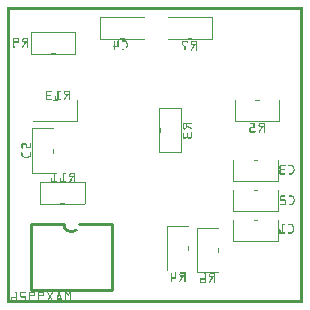
<source format=gbo>
G04 MADE WITH FRITZING*
G04 WWW.FRITZING.ORG*
G04 DOUBLE SIDED*
G04 HOLES PLATED*
G04 CONTOUR ON CENTER OF CONTOUR VECTOR*
%ASAXBY*%
%FSLAX23Y23*%
%MOIN*%
%OFA0B0*%
%SFA1.0B1.0*%
%ADD10C,0.010000*%
%ADD11R,0.001000X0.001000*%
%LNSILK0*%
G90*
G70*
G54D10*
X348Y262D02*
X238Y262D01*
D02*
X188Y262D02*
X78Y262D01*
D02*
X78Y262D02*
X78Y42D01*
D02*
X78Y42D02*
X348Y42D01*
D02*
X348Y42D02*
X348Y262D01*
G54D11*
X0Y984D02*
X983Y984D01*
X0Y983D02*
X983Y983D01*
X0Y982D02*
X983Y982D01*
X0Y981D02*
X983Y981D01*
X0Y980D02*
X983Y980D01*
X0Y979D02*
X983Y979D01*
X0Y978D02*
X983Y978D01*
X0Y977D02*
X983Y977D01*
X0Y976D02*
X7Y976D01*
X976Y976D02*
X983Y976D01*
X0Y975D02*
X7Y975D01*
X976Y975D02*
X983Y975D01*
X0Y974D02*
X7Y974D01*
X976Y974D02*
X983Y974D01*
X0Y973D02*
X7Y973D01*
X976Y973D02*
X983Y973D01*
X0Y972D02*
X7Y972D01*
X976Y972D02*
X983Y972D01*
X0Y971D02*
X7Y971D01*
X976Y971D02*
X983Y971D01*
X0Y970D02*
X7Y970D01*
X976Y970D02*
X983Y970D01*
X0Y969D02*
X7Y969D01*
X976Y969D02*
X983Y969D01*
X0Y968D02*
X7Y968D01*
X976Y968D02*
X983Y968D01*
X0Y967D02*
X7Y967D01*
X976Y967D02*
X983Y967D01*
X0Y966D02*
X7Y966D01*
X976Y966D02*
X983Y966D01*
X0Y965D02*
X7Y965D01*
X976Y965D02*
X983Y965D01*
X0Y964D02*
X7Y964D01*
X976Y964D02*
X983Y964D01*
X0Y963D02*
X7Y963D01*
X976Y963D02*
X983Y963D01*
X0Y962D02*
X7Y962D01*
X976Y962D02*
X983Y962D01*
X0Y961D02*
X7Y961D01*
X976Y961D02*
X983Y961D01*
X0Y960D02*
X7Y960D01*
X976Y960D02*
X983Y960D01*
X0Y959D02*
X7Y959D01*
X976Y959D02*
X983Y959D01*
X0Y958D02*
X7Y958D01*
X976Y958D02*
X983Y958D01*
X0Y957D02*
X7Y957D01*
X976Y957D02*
X983Y957D01*
X0Y956D02*
X7Y956D01*
X976Y956D02*
X983Y956D01*
X0Y955D02*
X7Y955D01*
X976Y955D02*
X983Y955D01*
X0Y954D02*
X7Y954D01*
X976Y954D02*
X983Y954D01*
X0Y953D02*
X7Y953D01*
X976Y953D02*
X983Y953D01*
X0Y952D02*
X7Y952D01*
X309Y952D02*
X459Y952D01*
X534Y952D02*
X684Y952D01*
X976Y952D02*
X983Y952D01*
X0Y951D02*
X7Y951D01*
X309Y951D02*
X459Y951D01*
X534Y951D02*
X684Y951D01*
X976Y951D02*
X983Y951D01*
X0Y950D02*
X7Y950D01*
X309Y950D02*
X459Y950D01*
X534Y950D02*
X684Y950D01*
X976Y950D02*
X983Y950D01*
X0Y949D02*
X7Y949D01*
X309Y949D02*
X311Y949D01*
X377Y949D02*
X391Y949D01*
X458Y949D02*
X459Y949D01*
X534Y949D02*
X536Y949D01*
X602Y949D02*
X616Y949D01*
X683Y949D02*
X684Y949D01*
X976Y949D02*
X983Y949D01*
X0Y948D02*
X7Y948D01*
X309Y948D02*
X311Y948D01*
X458Y948D02*
X459Y948D01*
X534Y948D02*
X536Y948D01*
X683Y948D02*
X684Y948D01*
X976Y948D02*
X983Y948D01*
X0Y947D02*
X7Y947D01*
X309Y947D02*
X311Y947D01*
X458Y947D02*
X459Y947D01*
X534Y947D02*
X536Y947D01*
X683Y947D02*
X684Y947D01*
X976Y947D02*
X983Y947D01*
X0Y946D02*
X7Y946D01*
X309Y946D02*
X311Y946D01*
X458Y946D02*
X459Y946D01*
X534Y946D02*
X536Y946D01*
X683Y946D02*
X684Y946D01*
X976Y946D02*
X983Y946D01*
X0Y945D02*
X7Y945D01*
X309Y945D02*
X311Y945D01*
X458Y945D02*
X459Y945D01*
X534Y945D02*
X536Y945D01*
X683Y945D02*
X684Y945D01*
X976Y945D02*
X983Y945D01*
X0Y944D02*
X7Y944D01*
X309Y944D02*
X311Y944D01*
X458Y944D02*
X459Y944D01*
X534Y944D02*
X536Y944D01*
X683Y944D02*
X684Y944D01*
X976Y944D02*
X983Y944D01*
X0Y943D02*
X7Y943D01*
X309Y943D02*
X311Y943D01*
X458Y943D02*
X459Y943D01*
X534Y943D02*
X536Y943D01*
X683Y943D02*
X684Y943D01*
X976Y943D02*
X983Y943D01*
X0Y942D02*
X7Y942D01*
X309Y942D02*
X311Y942D01*
X458Y942D02*
X459Y942D01*
X534Y942D02*
X536Y942D01*
X683Y942D02*
X684Y942D01*
X976Y942D02*
X983Y942D01*
X0Y941D02*
X7Y941D01*
X309Y941D02*
X311Y941D01*
X458Y941D02*
X459Y941D01*
X534Y941D02*
X536Y941D01*
X683Y941D02*
X684Y941D01*
X976Y941D02*
X983Y941D01*
X0Y940D02*
X7Y940D01*
X309Y940D02*
X311Y940D01*
X458Y940D02*
X459Y940D01*
X534Y940D02*
X536Y940D01*
X683Y940D02*
X684Y940D01*
X976Y940D02*
X983Y940D01*
X0Y939D02*
X7Y939D01*
X309Y939D02*
X311Y939D01*
X458Y939D02*
X459Y939D01*
X534Y939D02*
X536Y939D01*
X683Y939D02*
X684Y939D01*
X976Y939D02*
X983Y939D01*
X0Y938D02*
X7Y938D01*
X309Y938D02*
X311Y938D01*
X458Y938D02*
X459Y938D01*
X534Y938D02*
X536Y938D01*
X683Y938D02*
X684Y938D01*
X976Y938D02*
X983Y938D01*
X0Y937D02*
X7Y937D01*
X309Y937D02*
X311Y937D01*
X458Y937D02*
X459Y937D01*
X534Y937D02*
X536Y937D01*
X683Y937D02*
X684Y937D01*
X976Y937D02*
X983Y937D01*
X0Y936D02*
X7Y936D01*
X309Y936D02*
X311Y936D01*
X458Y936D02*
X459Y936D01*
X534Y936D02*
X536Y936D01*
X683Y936D02*
X684Y936D01*
X976Y936D02*
X983Y936D01*
X0Y935D02*
X7Y935D01*
X309Y935D02*
X311Y935D01*
X458Y935D02*
X459Y935D01*
X534Y935D02*
X536Y935D01*
X683Y935D02*
X684Y935D01*
X976Y935D02*
X983Y935D01*
X0Y934D02*
X7Y934D01*
X309Y934D02*
X311Y934D01*
X458Y934D02*
X459Y934D01*
X534Y934D02*
X536Y934D01*
X683Y934D02*
X684Y934D01*
X976Y934D02*
X983Y934D01*
X0Y933D02*
X7Y933D01*
X309Y933D02*
X311Y933D01*
X458Y933D02*
X459Y933D01*
X534Y933D02*
X536Y933D01*
X683Y933D02*
X684Y933D01*
X976Y933D02*
X983Y933D01*
X0Y932D02*
X7Y932D01*
X309Y932D02*
X311Y932D01*
X458Y932D02*
X459Y932D01*
X534Y932D02*
X536Y932D01*
X683Y932D02*
X684Y932D01*
X976Y932D02*
X983Y932D01*
X0Y931D02*
X7Y931D01*
X309Y931D02*
X311Y931D01*
X458Y931D02*
X459Y931D01*
X534Y931D02*
X536Y931D01*
X683Y931D02*
X684Y931D01*
X976Y931D02*
X983Y931D01*
X0Y930D02*
X7Y930D01*
X309Y930D02*
X311Y930D01*
X458Y930D02*
X459Y930D01*
X534Y930D02*
X536Y930D01*
X683Y930D02*
X684Y930D01*
X976Y930D02*
X983Y930D01*
X0Y929D02*
X7Y929D01*
X309Y929D02*
X311Y929D01*
X458Y929D02*
X459Y929D01*
X534Y929D02*
X536Y929D01*
X683Y929D02*
X684Y929D01*
X976Y929D02*
X983Y929D01*
X0Y928D02*
X7Y928D01*
X309Y928D02*
X311Y928D01*
X458Y928D02*
X459Y928D01*
X534Y928D02*
X536Y928D01*
X683Y928D02*
X684Y928D01*
X976Y928D02*
X983Y928D01*
X0Y927D02*
X7Y927D01*
X309Y927D02*
X311Y927D01*
X458Y927D02*
X459Y927D01*
X534Y927D02*
X536Y927D01*
X683Y927D02*
X684Y927D01*
X976Y927D02*
X983Y927D01*
X0Y926D02*
X7Y926D01*
X309Y926D02*
X311Y926D01*
X458Y926D02*
X459Y926D01*
X534Y926D02*
X536Y926D01*
X683Y926D02*
X684Y926D01*
X976Y926D02*
X983Y926D01*
X0Y925D02*
X7Y925D01*
X309Y925D02*
X311Y925D01*
X458Y925D02*
X459Y925D01*
X534Y925D02*
X536Y925D01*
X683Y925D02*
X684Y925D01*
X976Y925D02*
X983Y925D01*
X0Y924D02*
X7Y924D01*
X309Y924D02*
X311Y924D01*
X458Y924D02*
X459Y924D01*
X534Y924D02*
X536Y924D01*
X683Y924D02*
X684Y924D01*
X976Y924D02*
X983Y924D01*
X0Y923D02*
X7Y923D01*
X309Y923D02*
X311Y923D01*
X458Y923D02*
X459Y923D01*
X534Y923D02*
X536Y923D01*
X683Y923D02*
X684Y923D01*
X976Y923D02*
X983Y923D01*
X0Y922D02*
X7Y922D01*
X309Y922D02*
X311Y922D01*
X458Y922D02*
X459Y922D01*
X534Y922D02*
X536Y922D01*
X683Y922D02*
X684Y922D01*
X976Y922D02*
X983Y922D01*
X0Y921D02*
X7Y921D01*
X309Y921D02*
X311Y921D01*
X458Y921D02*
X459Y921D01*
X534Y921D02*
X536Y921D01*
X683Y921D02*
X684Y921D01*
X976Y921D02*
X983Y921D01*
X0Y920D02*
X7Y920D01*
X309Y920D02*
X311Y920D01*
X458Y920D02*
X459Y920D01*
X534Y920D02*
X536Y920D01*
X683Y920D02*
X684Y920D01*
X976Y920D02*
X983Y920D01*
X0Y919D02*
X7Y919D01*
X309Y919D02*
X311Y919D01*
X458Y919D02*
X459Y919D01*
X534Y919D02*
X536Y919D01*
X683Y919D02*
X684Y919D01*
X976Y919D02*
X983Y919D01*
X0Y918D02*
X7Y918D01*
X309Y918D02*
X311Y918D01*
X458Y918D02*
X459Y918D01*
X534Y918D02*
X536Y918D01*
X683Y918D02*
X684Y918D01*
X976Y918D02*
X983Y918D01*
X0Y917D02*
X7Y917D01*
X309Y917D02*
X311Y917D01*
X458Y917D02*
X459Y917D01*
X534Y917D02*
X536Y917D01*
X683Y917D02*
X684Y917D01*
X976Y917D02*
X983Y917D01*
X0Y916D02*
X7Y916D01*
X309Y916D02*
X311Y916D01*
X458Y916D02*
X459Y916D01*
X534Y916D02*
X536Y916D01*
X683Y916D02*
X684Y916D01*
X976Y916D02*
X983Y916D01*
X0Y915D02*
X7Y915D01*
X309Y915D02*
X311Y915D01*
X458Y915D02*
X459Y915D01*
X534Y915D02*
X536Y915D01*
X683Y915D02*
X684Y915D01*
X976Y915D02*
X983Y915D01*
X0Y914D02*
X7Y914D01*
X309Y914D02*
X311Y914D01*
X458Y914D02*
X459Y914D01*
X534Y914D02*
X536Y914D01*
X683Y914D02*
X684Y914D01*
X976Y914D02*
X983Y914D01*
X0Y913D02*
X7Y913D01*
X309Y913D02*
X311Y913D01*
X458Y913D02*
X459Y913D01*
X534Y913D02*
X536Y913D01*
X683Y913D02*
X684Y913D01*
X976Y913D02*
X983Y913D01*
X0Y912D02*
X7Y912D01*
X309Y912D02*
X311Y912D01*
X458Y912D02*
X459Y912D01*
X534Y912D02*
X536Y912D01*
X683Y912D02*
X684Y912D01*
X976Y912D02*
X983Y912D01*
X0Y911D02*
X7Y911D01*
X309Y911D02*
X311Y911D01*
X458Y911D02*
X459Y911D01*
X534Y911D02*
X536Y911D01*
X683Y911D02*
X684Y911D01*
X976Y911D02*
X983Y911D01*
X0Y910D02*
X7Y910D01*
X309Y910D02*
X311Y910D01*
X458Y910D02*
X459Y910D01*
X534Y910D02*
X536Y910D01*
X683Y910D02*
X684Y910D01*
X976Y910D02*
X983Y910D01*
X0Y909D02*
X7Y909D01*
X309Y909D02*
X311Y909D01*
X458Y909D02*
X459Y909D01*
X534Y909D02*
X536Y909D01*
X683Y909D02*
X684Y909D01*
X976Y909D02*
X983Y909D01*
X0Y908D02*
X7Y908D01*
X309Y908D02*
X311Y908D01*
X458Y908D02*
X459Y908D01*
X534Y908D02*
X536Y908D01*
X683Y908D02*
X684Y908D01*
X976Y908D02*
X983Y908D01*
X0Y907D02*
X7Y907D01*
X309Y907D02*
X311Y907D01*
X458Y907D02*
X459Y907D01*
X534Y907D02*
X536Y907D01*
X683Y907D02*
X684Y907D01*
X976Y907D02*
X983Y907D01*
X0Y906D02*
X7Y906D01*
X309Y906D02*
X311Y906D01*
X458Y906D02*
X459Y906D01*
X534Y906D02*
X536Y906D01*
X683Y906D02*
X684Y906D01*
X976Y906D02*
X983Y906D01*
X0Y905D02*
X7Y905D01*
X309Y905D02*
X311Y905D01*
X458Y905D02*
X459Y905D01*
X534Y905D02*
X536Y905D01*
X683Y905D02*
X684Y905D01*
X976Y905D02*
X983Y905D01*
X0Y904D02*
X7Y904D01*
X309Y904D02*
X311Y904D01*
X458Y904D02*
X459Y904D01*
X534Y904D02*
X536Y904D01*
X683Y904D02*
X684Y904D01*
X976Y904D02*
X983Y904D01*
X0Y903D02*
X7Y903D01*
X309Y903D02*
X311Y903D01*
X458Y903D02*
X459Y903D01*
X534Y903D02*
X536Y903D01*
X683Y903D02*
X684Y903D01*
X976Y903D02*
X983Y903D01*
X0Y902D02*
X7Y902D01*
X78Y902D02*
X229Y902D01*
X309Y902D02*
X311Y902D01*
X458Y902D02*
X459Y902D01*
X534Y902D02*
X536Y902D01*
X683Y902D02*
X684Y902D01*
X976Y902D02*
X983Y902D01*
X0Y901D02*
X7Y901D01*
X78Y901D02*
X229Y901D01*
X309Y901D02*
X311Y901D01*
X458Y901D02*
X459Y901D01*
X534Y901D02*
X536Y901D01*
X683Y901D02*
X684Y901D01*
X976Y901D02*
X983Y901D01*
X0Y900D02*
X7Y900D01*
X78Y900D02*
X229Y900D01*
X309Y900D02*
X311Y900D01*
X458Y900D02*
X459Y900D01*
X534Y900D02*
X536Y900D01*
X683Y900D02*
X684Y900D01*
X976Y900D02*
X983Y900D01*
X0Y899D02*
X7Y899D01*
X78Y899D02*
X80Y899D01*
X146Y899D02*
X161Y899D01*
X227Y899D02*
X229Y899D01*
X309Y899D02*
X311Y899D01*
X458Y899D02*
X459Y899D01*
X534Y899D02*
X536Y899D01*
X683Y899D02*
X684Y899D01*
X976Y899D02*
X983Y899D01*
X0Y898D02*
X7Y898D01*
X78Y898D02*
X80Y898D01*
X227Y898D02*
X229Y898D01*
X309Y898D02*
X311Y898D01*
X458Y898D02*
X459Y898D01*
X534Y898D02*
X536Y898D01*
X683Y898D02*
X684Y898D01*
X976Y898D02*
X983Y898D01*
X0Y897D02*
X7Y897D01*
X78Y897D02*
X80Y897D01*
X227Y897D02*
X229Y897D01*
X309Y897D02*
X311Y897D01*
X458Y897D02*
X459Y897D01*
X534Y897D02*
X536Y897D01*
X683Y897D02*
X684Y897D01*
X976Y897D02*
X983Y897D01*
X0Y896D02*
X7Y896D01*
X78Y896D02*
X80Y896D01*
X227Y896D02*
X229Y896D01*
X309Y896D02*
X311Y896D01*
X458Y896D02*
X459Y896D01*
X534Y896D02*
X536Y896D01*
X683Y896D02*
X684Y896D01*
X976Y896D02*
X983Y896D01*
X0Y895D02*
X7Y895D01*
X78Y895D02*
X80Y895D01*
X227Y895D02*
X229Y895D01*
X309Y895D02*
X311Y895D01*
X458Y895D02*
X459Y895D01*
X534Y895D02*
X536Y895D01*
X683Y895D02*
X684Y895D01*
X976Y895D02*
X983Y895D01*
X0Y894D02*
X7Y894D01*
X78Y894D02*
X80Y894D01*
X227Y894D02*
X229Y894D01*
X309Y894D02*
X311Y894D01*
X458Y894D02*
X459Y894D01*
X534Y894D02*
X536Y894D01*
X683Y894D02*
X684Y894D01*
X976Y894D02*
X983Y894D01*
X0Y893D02*
X7Y893D01*
X78Y893D02*
X80Y893D01*
X227Y893D02*
X229Y893D01*
X309Y893D02*
X311Y893D01*
X458Y893D02*
X459Y893D01*
X534Y893D02*
X536Y893D01*
X683Y893D02*
X684Y893D01*
X976Y893D02*
X983Y893D01*
X0Y892D02*
X7Y892D01*
X78Y892D02*
X80Y892D01*
X227Y892D02*
X229Y892D01*
X309Y892D02*
X311Y892D01*
X458Y892D02*
X459Y892D01*
X534Y892D02*
X536Y892D01*
X683Y892D02*
X684Y892D01*
X976Y892D02*
X983Y892D01*
X0Y891D02*
X7Y891D01*
X78Y891D02*
X80Y891D01*
X227Y891D02*
X229Y891D01*
X309Y891D02*
X311Y891D01*
X458Y891D02*
X459Y891D01*
X534Y891D02*
X536Y891D01*
X683Y891D02*
X684Y891D01*
X976Y891D02*
X983Y891D01*
X0Y890D02*
X7Y890D01*
X78Y890D02*
X80Y890D01*
X227Y890D02*
X229Y890D01*
X309Y890D02*
X311Y890D01*
X458Y890D02*
X459Y890D01*
X534Y890D02*
X536Y890D01*
X683Y890D02*
X684Y890D01*
X976Y890D02*
X983Y890D01*
X0Y889D02*
X7Y889D01*
X78Y889D02*
X80Y889D01*
X227Y889D02*
X229Y889D01*
X309Y889D02*
X311Y889D01*
X458Y889D02*
X459Y889D01*
X534Y889D02*
X536Y889D01*
X683Y889D02*
X684Y889D01*
X976Y889D02*
X983Y889D01*
X0Y888D02*
X7Y888D01*
X78Y888D02*
X80Y888D01*
X227Y888D02*
X229Y888D01*
X309Y888D02*
X311Y888D01*
X458Y888D02*
X459Y888D01*
X534Y888D02*
X536Y888D01*
X683Y888D02*
X684Y888D01*
X976Y888D02*
X983Y888D01*
X0Y887D02*
X7Y887D01*
X78Y887D02*
X80Y887D01*
X227Y887D02*
X229Y887D01*
X309Y887D02*
X311Y887D01*
X458Y887D02*
X459Y887D01*
X534Y887D02*
X536Y887D01*
X683Y887D02*
X684Y887D01*
X976Y887D02*
X983Y887D01*
X0Y886D02*
X7Y886D01*
X78Y886D02*
X80Y886D01*
X227Y886D02*
X229Y886D01*
X309Y886D02*
X311Y886D01*
X458Y886D02*
X459Y886D01*
X534Y886D02*
X536Y886D01*
X683Y886D02*
X684Y886D01*
X976Y886D02*
X983Y886D01*
X0Y885D02*
X7Y885D01*
X78Y885D02*
X80Y885D01*
X227Y885D02*
X229Y885D01*
X309Y885D02*
X311Y885D01*
X458Y885D02*
X459Y885D01*
X534Y885D02*
X536Y885D01*
X683Y885D02*
X684Y885D01*
X976Y885D02*
X983Y885D01*
X0Y884D02*
X7Y884D01*
X78Y884D02*
X80Y884D01*
X227Y884D02*
X229Y884D01*
X309Y884D02*
X311Y884D01*
X458Y884D02*
X459Y884D01*
X534Y884D02*
X536Y884D01*
X683Y884D02*
X684Y884D01*
X976Y884D02*
X983Y884D01*
X0Y883D02*
X7Y883D01*
X78Y883D02*
X80Y883D01*
X227Y883D02*
X229Y883D01*
X309Y883D02*
X311Y883D01*
X458Y883D02*
X459Y883D01*
X534Y883D02*
X536Y883D01*
X683Y883D02*
X684Y883D01*
X976Y883D02*
X983Y883D01*
X0Y882D02*
X7Y882D01*
X20Y882D02*
X38Y882D01*
X53Y882D02*
X69Y882D01*
X78Y882D02*
X80Y882D01*
X227Y882D02*
X229Y882D01*
X309Y882D02*
X311Y882D01*
X458Y882D02*
X459Y882D01*
X534Y882D02*
X536Y882D01*
X683Y882D02*
X684Y882D01*
X976Y882D02*
X983Y882D01*
X0Y881D02*
X7Y881D01*
X19Y881D02*
X39Y881D01*
X52Y881D02*
X69Y881D01*
X78Y881D02*
X80Y881D01*
X227Y881D02*
X229Y881D01*
X309Y881D02*
X311Y881D01*
X377Y881D02*
X392Y881D01*
X458Y881D02*
X459Y881D01*
X534Y881D02*
X536Y881D01*
X602Y881D02*
X616Y881D01*
X682Y881D02*
X684Y881D01*
X976Y881D02*
X983Y881D01*
X0Y880D02*
X7Y880D01*
X19Y880D02*
X39Y880D01*
X51Y880D02*
X69Y880D01*
X78Y880D02*
X80Y880D01*
X227Y880D02*
X229Y880D01*
X309Y880D02*
X459Y880D01*
X534Y880D02*
X684Y880D01*
X976Y880D02*
X983Y880D01*
X0Y879D02*
X7Y879D01*
X19Y879D02*
X39Y879D01*
X50Y879D02*
X69Y879D01*
X78Y879D02*
X80Y879D01*
X227Y879D02*
X229Y879D01*
X309Y879D02*
X459Y879D01*
X534Y879D02*
X684Y879D01*
X976Y879D02*
X983Y879D01*
X0Y878D02*
X7Y878D01*
X19Y878D02*
X22Y878D01*
X36Y878D02*
X39Y878D01*
X49Y878D02*
X54Y878D01*
X66Y878D02*
X69Y878D01*
X78Y878D02*
X80Y878D01*
X227Y878D02*
X229Y878D01*
X309Y878D02*
X459Y878D01*
X534Y878D02*
X684Y878D01*
X976Y878D02*
X983Y878D01*
X0Y877D02*
X7Y877D01*
X19Y877D02*
X22Y877D01*
X36Y877D02*
X39Y877D01*
X49Y877D02*
X53Y877D01*
X66Y877D02*
X69Y877D01*
X78Y877D02*
X80Y877D01*
X227Y877D02*
X229Y877D01*
X976Y877D02*
X983Y877D01*
X0Y876D02*
X7Y876D01*
X19Y876D02*
X22Y876D01*
X36Y876D02*
X39Y876D01*
X49Y876D02*
X52Y876D01*
X66Y876D02*
X69Y876D01*
X78Y876D02*
X80Y876D01*
X227Y876D02*
X229Y876D01*
X976Y876D02*
X983Y876D01*
X0Y875D02*
X7Y875D01*
X19Y875D02*
X22Y875D01*
X36Y875D02*
X39Y875D01*
X49Y875D02*
X52Y875D01*
X66Y875D02*
X69Y875D01*
X78Y875D02*
X80Y875D01*
X227Y875D02*
X229Y875D01*
X384Y875D02*
X391Y875D01*
X976Y875D02*
X983Y875D01*
X0Y874D02*
X7Y874D01*
X19Y874D02*
X22Y874D01*
X36Y874D02*
X39Y874D01*
X49Y874D02*
X52Y874D01*
X66Y874D02*
X69Y874D01*
X78Y874D02*
X80Y874D01*
X227Y874D02*
X229Y874D01*
X368Y874D02*
X370Y874D01*
X382Y874D02*
X394Y874D01*
X976Y874D02*
X983Y874D01*
X0Y873D02*
X7Y873D01*
X19Y873D02*
X22Y873D01*
X36Y873D02*
X39Y873D01*
X49Y873D02*
X53Y873D01*
X66Y873D02*
X69Y873D01*
X78Y873D02*
X80Y873D01*
X227Y873D02*
X229Y873D01*
X367Y873D02*
X371Y873D01*
X382Y873D02*
X395Y873D01*
X582Y873D02*
X600Y873D01*
X616Y873D02*
X631Y873D01*
X976Y873D02*
X983Y873D01*
X0Y872D02*
X7Y872D01*
X19Y872D02*
X23Y872D01*
X35Y872D02*
X39Y872D01*
X50Y872D02*
X54Y872D01*
X65Y872D02*
X69Y872D01*
X78Y872D02*
X80Y872D01*
X227Y872D02*
X229Y872D01*
X367Y872D02*
X371Y872D01*
X382Y872D02*
X396Y872D01*
X582Y872D02*
X601Y872D01*
X614Y872D02*
X631Y872D01*
X976Y872D02*
X983Y872D01*
X0Y871D02*
X7Y871D01*
X19Y871D02*
X39Y871D01*
X50Y871D02*
X69Y871D01*
X78Y871D02*
X80Y871D01*
X227Y871D02*
X229Y871D01*
X356Y871D02*
X357Y871D01*
X367Y871D02*
X371Y871D01*
X383Y871D02*
X397Y871D01*
X582Y871D02*
X601Y871D01*
X613Y871D02*
X631Y871D01*
X976Y871D02*
X983Y871D01*
X0Y870D02*
X7Y870D01*
X19Y870D02*
X39Y870D01*
X51Y870D02*
X69Y870D01*
X78Y870D02*
X80Y870D01*
X227Y870D02*
X229Y870D01*
X355Y870D02*
X358Y870D01*
X367Y870D02*
X371Y870D01*
X393Y870D02*
X397Y870D01*
X582Y870D02*
X601Y870D01*
X612Y870D02*
X631Y870D01*
X976Y870D02*
X983Y870D01*
X0Y869D02*
X7Y869D01*
X19Y869D02*
X39Y869D01*
X52Y869D02*
X69Y869D01*
X78Y869D02*
X80Y869D01*
X227Y869D02*
X229Y869D01*
X355Y869D02*
X358Y869D01*
X367Y869D02*
X371Y869D01*
X394Y869D02*
X398Y869D01*
X582Y869D02*
X585Y869D01*
X598Y869D02*
X601Y869D01*
X612Y869D02*
X616Y869D01*
X628Y869D02*
X631Y869D01*
X976Y869D02*
X983Y869D01*
X0Y868D02*
X7Y868D01*
X19Y868D02*
X38Y868D01*
X54Y868D02*
X69Y868D01*
X78Y868D02*
X80Y868D01*
X227Y868D02*
X229Y868D01*
X355Y868D02*
X358Y868D01*
X367Y868D02*
X371Y868D01*
X394Y868D02*
X398Y868D01*
X582Y868D02*
X585Y868D01*
X599Y868D02*
X601Y868D01*
X612Y868D02*
X615Y868D01*
X628Y868D02*
X631Y868D01*
X976Y868D02*
X983Y868D01*
X0Y867D02*
X7Y867D01*
X19Y867D02*
X22Y867D01*
X58Y867D02*
X61Y867D01*
X66Y867D02*
X69Y867D01*
X78Y867D02*
X80Y867D01*
X227Y867D02*
X229Y867D01*
X355Y867D02*
X358Y867D01*
X367Y867D02*
X371Y867D01*
X395Y867D02*
X399Y867D01*
X582Y867D02*
X585Y867D01*
X612Y867D02*
X615Y867D01*
X628Y867D02*
X631Y867D01*
X976Y867D02*
X983Y867D01*
X0Y866D02*
X7Y866D01*
X19Y866D02*
X22Y866D01*
X57Y866D02*
X61Y866D01*
X66Y866D02*
X69Y866D01*
X78Y866D02*
X80Y866D01*
X227Y866D02*
X229Y866D01*
X355Y866D02*
X358Y866D01*
X367Y866D02*
X371Y866D01*
X396Y866D02*
X399Y866D01*
X582Y866D02*
X585Y866D01*
X612Y866D02*
X615Y866D01*
X628Y866D02*
X631Y866D01*
X976Y866D02*
X983Y866D01*
X0Y865D02*
X7Y865D01*
X19Y865D02*
X22Y865D01*
X56Y865D02*
X60Y865D01*
X66Y865D02*
X69Y865D01*
X78Y865D02*
X80Y865D01*
X227Y865D02*
X229Y865D01*
X355Y865D02*
X358Y865D01*
X367Y865D02*
X371Y865D01*
X396Y865D02*
X400Y865D01*
X582Y865D02*
X585Y865D01*
X612Y865D02*
X615Y865D01*
X628Y865D02*
X631Y865D01*
X976Y865D02*
X983Y865D01*
X0Y864D02*
X7Y864D01*
X19Y864D02*
X22Y864D01*
X56Y864D02*
X60Y864D01*
X66Y864D02*
X69Y864D01*
X78Y864D02*
X80Y864D01*
X227Y864D02*
X229Y864D01*
X355Y864D02*
X358Y864D01*
X367Y864D02*
X371Y864D01*
X397Y864D02*
X400Y864D01*
X582Y864D02*
X585Y864D01*
X612Y864D02*
X615Y864D01*
X628Y864D02*
X631Y864D01*
X976Y864D02*
X983Y864D01*
X0Y863D02*
X7Y863D01*
X19Y863D02*
X22Y863D01*
X55Y863D02*
X59Y863D01*
X66Y863D02*
X69Y863D01*
X78Y863D02*
X80Y863D01*
X227Y863D02*
X229Y863D01*
X355Y863D02*
X358Y863D01*
X367Y863D02*
X371Y863D01*
X397Y863D02*
X401Y863D01*
X582Y863D02*
X585Y863D01*
X612Y863D02*
X616Y863D01*
X628Y863D02*
X631Y863D01*
X976Y863D02*
X983Y863D01*
X0Y862D02*
X7Y862D01*
X19Y862D02*
X22Y862D01*
X55Y862D02*
X59Y862D01*
X66Y862D02*
X69Y862D01*
X78Y862D02*
X80Y862D01*
X227Y862D02*
X229Y862D01*
X355Y862D02*
X358Y862D01*
X367Y862D02*
X371Y862D01*
X398Y862D02*
X401Y862D01*
X582Y862D02*
X585Y862D01*
X612Y862D02*
X631Y862D01*
X976Y862D02*
X983Y862D01*
X0Y861D02*
X7Y861D01*
X19Y861D02*
X22Y861D01*
X54Y861D02*
X58Y861D01*
X66Y861D02*
X69Y861D01*
X78Y861D02*
X80Y861D01*
X227Y861D02*
X229Y861D01*
X355Y861D02*
X358Y861D01*
X367Y861D02*
X371Y861D01*
X398Y861D02*
X401Y861D01*
X582Y861D02*
X586Y861D01*
X613Y861D02*
X631Y861D01*
X976Y861D02*
X983Y861D01*
X0Y860D02*
X7Y860D01*
X19Y860D02*
X22Y860D01*
X53Y860D02*
X57Y860D01*
X66Y860D02*
X69Y860D01*
X78Y860D02*
X80Y860D01*
X227Y860D02*
X229Y860D01*
X355Y860D02*
X358Y860D01*
X367Y860D02*
X371Y860D01*
X398Y860D02*
X402Y860D01*
X582Y860D02*
X587Y860D01*
X614Y860D02*
X631Y860D01*
X976Y860D02*
X983Y860D01*
X0Y859D02*
X7Y859D01*
X19Y859D02*
X22Y859D01*
X53Y859D02*
X57Y859D01*
X66Y859D02*
X69Y859D01*
X78Y859D02*
X80Y859D01*
X227Y859D02*
X229Y859D01*
X355Y859D02*
X358Y859D01*
X367Y859D02*
X371Y859D01*
X398Y859D02*
X402Y859D01*
X582Y859D02*
X588Y859D01*
X616Y859D02*
X631Y859D01*
X976Y859D02*
X983Y859D01*
X0Y858D02*
X7Y858D01*
X19Y858D02*
X22Y858D01*
X52Y858D02*
X56Y858D01*
X66Y858D02*
X69Y858D01*
X78Y858D02*
X80Y858D01*
X227Y858D02*
X229Y858D01*
X355Y858D02*
X358Y858D01*
X367Y858D02*
X371Y858D01*
X398Y858D02*
X402Y858D01*
X584Y858D02*
X589Y858D01*
X620Y858D02*
X624Y858D01*
X628Y858D02*
X631Y858D01*
X976Y858D02*
X983Y858D01*
X0Y857D02*
X7Y857D01*
X19Y857D02*
X22Y857D01*
X52Y857D02*
X56Y857D01*
X66Y857D02*
X69Y857D01*
X78Y857D02*
X80Y857D01*
X227Y857D02*
X229Y857D01*
X354Y857D02*
X371Y857D01*
X398Y857D02*
X401Y857D01*
X585Y857D02*
X590Y857D01*
X619Y857D02*
X623Y857D01*
X628Y857D02*
X631Y857D01*
X976Y857D02*
X983Y857D01*
X0Y856D02*
X7Y856D01*
X19Y856D02*
X22Y856D01*
X51Y856D02*
X55Y856D01*
X66Y856D02*
X69Y856D01*
X78Y856D02*
X80Y856D01*
X227Y856D02*
X229Y856D01*
X353Y856D02*
X371Y856D01*
X398Y856D02*
X401Y856D01*
X586Y856D02*
X591Y856D01*
X619Y856D02*
X623Y856D01*
X628Y856D02*
X631Y856D01*
X976Y856D02*
X983Y856D01*
X0Y855D02*
X7Y855D01*
X19Y855D02*
X22Y855D01*
X51Y855D02*
X54Y855D01*
X66Y855D02*
X69Y855D01*
X78Y855D02*
X80Y855D01*
X227Y855D02*
X229Y855D01*
X353Y855D02*
X371Y855D01*
X397Y855D02*
X401Y855D01*
X587Y855D02*
X592Y855D01*
X618Y855D02*
X622Y855D01*
X628Y855D02*
X631Y855D01*
X976Y855D02*
X983Y855D01*
X0Y854D02*
X7Y854D01*
X19Y854D02*
X23Y854D01*
X50Y854D02*
X54Y854D01*
X66Y854D02*
X69Y854D01*
X78Y854D02*
X80Y854D01*
X227Y854D02*
X229Y854D01*
X353Y854D02*
X371Y854D01*
X397Y854D02*
X400Y854D01*
X588Y854D02*
X593Y854D01*
X618Y854D02*
X622Y854D01*
X628Y854D02*
X631Y854D01*
X976Y854D02*
X983Y854D01*
X0Y853D02*
X7Y853D01*
X19Y853D02*
X24Y853D01*
X49Y853D02*
X53Y853D01*
X66Y853D02*
X69Y853D01*
X78Y853D02*
X80Y853D01*
X227Y853D02*
X229Y853D01*
X355Y853D02*
X358Y853D01*
X396Y853D02*
X400Y853D01*
X589Y853D02*
X593Y853D01*
X617Y853D02*
X621Y853D01*
X628Y853D02*
X631Y853D01*
X976Y853D02*
X983Y853D01*
X0Y852D02*
X7Y852D01*
X19Y852D02*
X24Y852D01*
X49Y852D02*
X53Y852D01*
X66Y852D02*
X69Y852D01*
X78Y852D02*
X80Y852D01*
X227Y852D02*
X229Y852D01*
X355Y852D02*
X358Y852D01*
X396Y852D02*
X399Y852D01*
X590Y852D02*
X593Y852D01*
X617Y852D02*
X620Y852D01*
X628Y852D02*
X631Y852D01*
X976Y852D02*
X983Y852D01*
X0Y851D02*
X7Y851D01*
X19Y851D02*
X24Y851D01*
X50Y851D02*
X52Y851D01*
X66Y851D02*
X69Y851D01*
X78Y851D02*
X80Y851D01*
X227Y851D02*
X229Y851D01*
X355Y851D02*
X358Y851D01*
X395Y851D02*
X397Y851D01*
X590Y851D02*
X593Y851D01*
X616Y851D02*
X620Y851D01*
X628Y851D02*
X631Y851D01*
X976Y851D02*
X983Y851D01*
X0Y850D02*
X7Y850D01*
X78Y850D02*
X80Y850D01*
X227Y850D02*
X229Y850D01*
X355Y850D02*
X358Y850D01*
X395Y850D02*
X396Y850D01*
X590Y850D02*
X593Y850D01*
X615Y850D02*
X619Y850D01*
X628Y850D02*
X631Y850D01*
X976Y850D02*
X983Y850D01*
X0Y849D02*
X7Y849D01*
X78Y849D02*
X80Y849D01*
X227Y849D02*
X229Y849D01*
X355Y849D02*
X358Y849D01*
X394Y849D02*
X394Y849D01*
X590Y849D02*
X593Y849D01*
X615Y849D02*
X619Y849D01*
X628Y849D02*
X631Y849D01*
X976Y849D02*
X983Y849D01*
X0Y848D02*
X7Y848D01*
X78Y848D02*
X80Y848D01*
X227Y848D02*
X229Y848D01*
X355Y848D02*
X358Y848D01*
X590Y848D02*
X593Y848D01*
X614Y848D02*
X618Y848D01*
X628Y848D02*
X631Y848D01*
X976Y848D02*
X983Y848D01*
X0Y847D02*
X7Y847D01*
X78Y847D02*
X80Y847D01*
X227Y847D02*
X229Y847D01*
X355Y847D02*
X358Y847D01*
X590Y847D02*
X593Y847D01*
X614Y847D02*
X618Y847D01*
X628Y847D02*
X631Y847D01*
X976Y847D02*
X983Y847D01*
X0Y846D02*
X7Y846D01*
X78Y846D02*
X80Y846D01*
X227Y846D02*
X229Y846D01*
X355Y846D02*
X358Y846D01*
X383Y846D02*
X391Y846D01*
X590Y846D02*
X593Y846D01*
X613Y846D02*
X617Y846D01*
X628Y846D02*
X631Y846D01*
X976Y846D02*
X983Y846D01*
X0Y845D02*
X7Y845D01*
X78Y845D02*
X80Y845D01*
X227Y845D02*
X229Y845D01*
X355Y845D02*
X358Y845D01*
X382Y845D02*
X390Y845D01*
X590Y845D02*
X593Y845D01*
X612Y845D02*
X616Y845D01*
X628Y845D02*
X631Y845D01*
X976Y845D02*
X983Y845D01*
X0Y844D02*
X7Y844D01*
X78Y844D02*
X80Y844D01*
X227Y844D02*
X229Y844D01*
X355Y844D02*
X358Y844D01*
X382Y844D02*
X389Y844D01*
X590Y844D02*
X593Y844D01*
X612Y844D02*
X616Y844D01*
X628Y844D02*
X631Y844D01*
X976Y844D02*
X983Y844D01*
X0Y843D02*
X7Y843D01*
X78Y843D02*
X80Y843D01*
X227Y843D02*
X229Y843D01*
X356Y843D02*
X357Y843D01*
X383Y843D02*
X388Y843D01*
X590Y843D02*
X593Y843D01*
X612Y843D02*
X615Y843D01*
X628Y843D02*
X631Y843D01*
X976Y843D02*
X983Y843D01*
X0Y842D02*
X7Y842D01*
X78Y842D02*
X80Y842D01*
X227Y842D02*
X229Y842D01*
X590Y842D02*
X593Y842D01*
X612Y842D02*
X615Y842D01*
X629Y842D02*
X631Y842D01*
X976Y842D02*
X983Y842D01*
X0Y841D02*
X7Y841D01*
X78Y841D02*
X80Y841D01*
X227Y841D02*
X229Y841D01*
X613Y841D02*
X613Y841D01*
X630Y841D02*
X630Y841D01*
X976Y841D02*
X983Y841D01*
X0Y840D02*
X7Y840D01*
X78Y840D02*
X80Y840D01*
X227Y840D02*
X229Y840D01*
X976Y840D02*
X983Y840D01*
X0Y839D02*
X7Y839D01*
X78Y839D02*
X80Y839D01*
X227Y839D02*
X229Y839D01*
X976Y839D02*
X983Y839D01*
X0Y838D02*
X7Y838D01*
X78Y838D02*
X80Y838D01*
X227Y838D02*
X229Y838D01*
X976Y838D02*
X983Y838D01*
X0Y837D02*
X7Y837D01*
X78Y837D02*
X80Y837D01*
X227Y837D02*
X229Y837D01*
X976Y837D02*
X983Y837D01*
X0Y836D02*
X7Y836D01*
X78Y836D02*
X80Y836D01*
X227Y836D02*
X229Y836D01*
X976Y836D02*
X983Y836D01*
X0Y835D02*
X7Y835D01*
X78Y835D02*
X80Y835D01*
X227Y835D02*
X229Y835D01*
X976Y835D02*
X983Y835D01*
X0Y834D02*
X7Y834D01*
X78Y834D02*
X80Y834D01*
X227Y834D02*
X229Y834D01*
X976Y834D02*
X983Y834D01*
X0Y833D02*
X7Y833D01*
X78Y833D02*
X80Y833D01*
X227Y833D02*
X229Y833D01*
X976Y833D02*
X983Y833D01*
X0Y832D02*
X7Y832D01*
X78Y832D02*
X80Y832D01*
X227Y832D02*
X229Y832D01*
X976Y832D02*
X983Y832D01*
X0Y831D02*
X7Y831D01*
X78Y831D02*
X80Y831D01*
X146Y831D02*
X161Y831D01*
X227Y831D02*
X229Y831D01*
X976Y831D02*
X983Y831D01*
X0Y830D02*
X7Y830D01*
X78Y830D02*
X229Y830D01*
X976Y830D02*
X983Y830D01*
X0Y829D02*
X7Y829D01*
X78Y829D02*
X229Y829D01*
X976Y829D02*
X983Y829D01*
X0Y828D02*
X7Y828D01*
X78Y828D02*
X229Y828D01*
X976Y828D02*
X983Y828D01*
X0Y827D02*
X7Y827D01*
X976Y827D02*
X983Y827D01*
X0Y826D02*
X7Y826D01*
X976Y826D02*
X983Y826D01*
X0Y825D02*
X7Y825D01*
X976Y825D02*
X983Y825D01*
X0Y824D02*
X7Y824D01*
X976Y824D02*
X983Y824D01*
X0Y823D02*
X7Y823D01*
X976Y823D02*
X983Y823D01*
X0Y822D02*
X7Y822D01*
X976Y822D02*
X983Y822D01*
X0Y821D02*
X7Y821D01*
X976Y821D02*
X983Y821D01*
X0Y820D02*
X7Y820D01*
X976Y820D02*
X983Y820D01*
X0Y819D02*
X7Y819D01*
X976Y819D02*
X983Y819D01*
X0Y818D02*
X7Y818D01*
X976Y818D02*
X983Y818D01*
X0Y817D02*
X7Y817D01*
X976Y817D02*
X983Y817D01*
X0Y816D02*
X7Y816D01*
X976Y816D02*
X983Y816D01*
X0Y815D02*
X7Y815D01*
X976Y815D02*
X983Y815D01*
X0Y814D02*
X7Y814D01*
X976Y814D02*
X983Y814D01*
X0Y813D02*
X7Y813D01*
X976Y813D02*
X983Y813D01*
X0Y812D02*
X7Y812D01*
X976Y812D02*
X983Y812D01*
X0Y811D02*
X7Y811D01*
X976Y811D02*
X983Y811D01*
X0Y810D02*
X7Y810D01*
X976Y810D02*
X983Y810D01*
X0Y809D02*
X7Y809D01*
X976Y809D02*
X983Y809D01*
X0Y808D02*
X7Y808D01*
X976Y808D02*
X983Y808D01*
X0Y807D02*
X7Y807D01*
X976Y807D02*
X983Y807D01*
X0Y806D02*
X7Y806D01*
X976Y806D02*
X983Y806D01*
X0Y805D02*
X7Y805D01*
X976Y805D02*
X983Y805D01*
X0Y804D02*
X7Y804D01*
X976Y804D02*
X983Y804D01*
X0Y803D02*
X7Y803D01*
X976Y803D02*
X983Y803D01*
X0Y802D02*
X7Y802D01*
X976Y802D02*
X983Y802D01*
X0Y801D02*
X7Y801D01*
X976Y801D02*
X983Y801D01*
X0Y800D02*
X7Y800D01*
X976Y800D02*
X983Y800D01*
X0Y799D02*
X7Y799D01*
X976Y799D02*
X983Y799D01*
X0Y798D02*
X7Y798D01*
X976Y798D02*
X983Y798D01*
X0Y797D02*
X7Y797D01*
X976Y797D02*
X983Y797D01*
X0Y796D02*
X7Y796D01*
X976Y796D02*
X983Y796D01*
X0Y795D02*
X7Y795D01*
X976Y795D02*
X983Y795D01*
X0Y794D02*
X7Y794D01*
X976Y794D02*
X983Y794D01*
X0Y793D02*
X7Y793D01*
X976Y793D02*
X983Y793D01*
X0Y792D02*
X7Y792D01*
X976Y792D02*
X983Y792D01*
X0Y791D02*
X7Y791D01*
X976Y791D02*
X983Y791D01*
X0Y790D02*
X7Y790D01*
X976Y790D02*
X983Y790D01*
X0Y789D02*
X7Y789D01*
X976Y789D02*
X983Y789D01*
X0Y788D02*
X7Y788D01*
X976Y788D02*
X983Y788D01*
X0Y787D02*
X7Y787D01*
X976Y787D02*
X983Y787D01*
X0Y786D02*
X7Y786D01*
X976Y786D02*
X983Y786D01*
X0Y785D02*
X7Y785D01*
X976Y785D02*
X983Y785D01*
X0Y784D02*
X7Y784D01*
X976Y784D02*
X983Y784D01*
X0Y783D02*
X7Y783D01*
X976Y783D02*
X983Y783D01*
X0Y782D02*
X7Y782D01*
X976Y782D02*
X983Y782D01*
X0Y781D02*
X7Y781D01*
X976Y781D02*
X983Y781D01*
X0Y780D02*
X7Y780D01*
X976Y780D02*
X983Y780D01*
X0Y779D02*
X7Y779D01*
X976Y779D02*
X983Y779D01*
X0Y778D02*
X7Y778D01*
X976Y778D02*
X983Y778D01*
X0Y777D02*
X7Y777D01*
X976Y777D02*
X983Y777D01*
X0Y776D02*
X7Y776D01*
X976Y776D02*
X983Y776D01*
X0Y775D02*
X7Y775D01*
X976Y775D02*
X983Y775D01*
X0Y774D02*
X7Y774D01*
X976Y774D02*
X983Y774D01*
X0Y773D02*
X7Y773D01*
X976Y773D02*
X983Y773D01*
X0Y772D02*
X7Y772D01*
X976Y772D02*
X983Y772D01*
X0Y771D02*
X7Y771D01*
X976Y771D02*
X983Y771D01*
X0Y770D02*
X7Y770D01*
X976Y770D02*
X983Y770D01*
X0Y769D02*
X7Y769D01*
X976Y769D02*
X983Y769D01*
X0Y768D02*
X7Y768D01*
X976Y768D02*
X983Y768D01*
X0Y767D02*
X7Y767D01*
X976Y767D02*
X983Y767D01*
X0Y766D02*
X7Y766D01*
X976Y766D02*
X983Y766D01*
X0Y765D02*
X7Y765D01*
X976Y765D02*
X983Y765D01*
X0Y764D02*
X7Y764D01*
X976Y764D02*
X983Y764D01*
X0Y763D02*
X7Y763D01*
X976Y763D02*
X983Y763D01*
X0Y762D02*
X7Y762D01*
X976Y762D02*
X983Y762D01*
X0Y761D02*
X7Y761D01*
X976Y761D02*
X983Y761D01*
X0Y760D02*
X7Y760D01*
X976Y760D02*
X983Y760D01*
X0Y759D02*
X7Y759D01*
X976Y759D02*
X983Y759D01*
X0Y758D02*
X7Y758D01*
X976Y758D02*
X983Y758D01*
X0Y757D02*
X7Y757D01*
X976Y757D02*
X983Y757D01*
X0Y756D02*
X7Y756D01*
X976Y756D02*
X983Y756D01*
X0Y755D02*
X7Y755D01*
X976Y755D02*
X983Y755D01*
X0Y754D02*
X7Y754D01*
X976Y754D02*
X983Y754D01*
X0Y753D02*
X7Y753D01*
X976Y753D02*
X983Y753D01*
X0Y752D02*
X7Y752D01*
X976Y752D02*
X983Y752D01*
X0Y751D02*
X7Y751D01*
X976Y751D02*
X983Y751D01*
X0Y750D02*
X7Y750D01*
X976Y750D02*
X983Y750D01*
X0Y749D02*
X7Y749D01*
X976Y749D02*
X983Y749D01*
X0Y748D02*
X7Y748D01*
X976Y748D02*
X983Y748D01*
X0Y747D02*
X7Y747D01*
X976Y747D02*
X983Y747D01*
X0Y746D02*
X7Y746D01*
X976Y746D02*
X983Y746D01*
X0Y745D02*
X7Y745D01*
X976Y745D02*
X983Y745D01*
X0Y744D02*
X7Y744D01*
X976Y744D02*
X983Y744D01*
X0Y743D02*
X7Y743D01*
X976Y743D02*
X983Y743D01*
X0Y742D02*
X7Y742D01*
X976Y742D02*
X983Y742D01*
X0Y741D02*
X7Y741D01*
X976Y741D02*
X983Y741D01*
X0Y740D02*
X7Y740D01*
X976Y740D02*
X983Y740D01*
X0Y739D02*
X7Y739D01*
X976Y739D02*
X983Y739D01*
X0Y738D02*
X7Y738D01*
X976Y738D02*
X983Y738D01*
X0Y737D02*
X7Y737D01*
X976Y737D02*
X983Y737D01*
X0Y736D02*
X7Y736D01*
X976Y736D02*
X983Y736D01*
X0Y735D02*
X7Y735D01*
X976Y735D02*
X983Y735D01*
X0Y734D02*
X7Y734D01*
X976Y734D02*
X983Y734D01*
X0Y733D02*
X7Y733D01*
X976Y733D02*
X983Y733D01*
X0Y732D02*
X7Y732D01*
X976Y732D02*
X983Y732D01*
X0Y731D02*
X7Y731D01*
X976Y731D02*
X983Y731D01*
X0Y730D02*
X7Y730D01*
X976Y730D02*
X983Y730D01*
X0Y729D02*
X7Y729D01*
X976Y729D02*
X983Y729D01*
X0Y728D02*
X7Y728D01*
X976Y728D02*
X983Y728D01*
X0Y727D02*
X7Y727D01*
X976Y727D02*
X983Y727D01*
X0Y726D02*
X7Y726D01*
X976Y726D02*
X983Y726D01*
X0Y725D02*
X7Y725D01*
X976Y725D02*
X983Y725D01*
X0Y724D02*
X7Y724D01*
X976Y724D02*
X983Y724D01*
X0Y723D02*
X7Y723D01*
X976Y723D02*
X983Y723D01*
X0Y722D02*
X7Y722D01*
X976Y722D02*
X983Y722D01*
X0Y721D02*
X7Y721D01*
X976Y721D02*
X983Y721D01*
X0Y720D02*
X7Y720D01*
X976Y720D02*
X983Y720D01*
X0Y719D02*
X7Y719D01*
X976Y719D02*
X983Y719D01*
X0Y718D02*
X7Y718D01*
X976Y718D02*
X983Y718D01*
X0Y717D02*
X7Y717D01*
X976Y717D02*
X983Y717D01*
X0Y716D02*
X7Y716D01*
X976Y716D02*
X983Y716D01*
X0Y715D02*
X7Y715D01*
X976Y715D02*
X983Y715D01*
X0Y714D02*
X7Y714D01*
X976Y714D02*
X983Y714D01*
X0Y713D02*
X7Y713D01*
X976Y713D02*
X983Y713D01*
X0Y712D02*
X7Y712D01*
X976Y712D02*
X983Y712D01*
X0Y711D02*
X7Y711D01*
X976Y711D02*
X983Y711D01*
X0Y710D02*
X7Y710D01*
X976Y710D02*
X983Y710D01*
X0Y709D02*
X7Y709D01*
X976Y709D02*
X983Y709D01*
X0Y708D02*
X7Y708D01*
X976Y708D02*
X983Y708D01*
X0Y707D02*
X7Y707D01*
X130Y707D02*
X147Y707D01*
X166Y707D02*
X177Y707D01*
X192Y707D02*
X208Y707D01*
X976Y707D02*
X983Y707D01*
X0Y706D02*
X7Y706D01*
X129Y706D02*
X148Y706D01*
X166Y706D02*
X178Y706D01*
X190Y706D02*
X208Y706D01*
X976Y706D02*
X983Y706D01*
X0Y705D02*
X7Y705D01*
X128Y705D02*
X148Y705D01*
X166Y705D02*
X178Y705D01*
X190Y705D02*
X208Y705D01*
X976Y705D02*
X983Y705D01*
X0Y704D02*
X7Y704D01*
X128Y704D02*
X147Y704D01*
X166Y704D02*
X177Y704D01*
X189Y704D02*
X208Y704D01*
X976Y704D02*
X983Y704D01*
X0Y703D02*
X7Y703D01*
X128Y703D02*
X131Y703D01*
X166Y703D02*
X170Y703D01*
X188Y703D02*
X192Y703D01*
X205Y703D02*
X208Y703D01*
X976Y703D02*
X983Y703D01*
X0Y702D02*
X7Y702D01*
X128Y702D02*
X131Y702D01*
X166Y702D02*
X170Y702D01*
X188Y702D02*
X192Y702D01*
X205Y702D02*
X208Y702D01*
X976Y702D02*
X983Y702D01*
X0Y701D02*
X7Y701D01*
X128Y701D02*
X131Y701D01*
X166Y701D02*
X170Y701D01*
X188Y701D02*
X191Y701D01*
X205Y701D02*
X208Y701D01*
X976Y701D02*
X983Y701D01*
X0Y700D02*
X7Y700D01*
X128Y700D02*
X131Y700D01*
X166Y700D02*
X170Y700D01*
X188Y700D02*
X191Y700D01*
X205Y700D02*
X208Y700D01*
X976Y700D02*
X983Y700D01*
X0Y699D02*
X7Y699D01*
X128Y699D02*
X131Y699D01*
X166Y699D02*
X170Y699D01*
X188Y699D02*
X191Y699D01*
X205Y699D02*
X208Y699D01*
X976Y699D02*
X983Y699D01*
X0Y698D02*
X7Y698D01*
X128Y698D02*
X131Y698D01*
X166Y698D02*
X170Y698D01*
X188Y698D02*
X192Y698D01*
X205Y698D02*
X208Y698D01*
X976Y698D02*
X983Y698D01*
X0Y697D02*
X7Y697D01*
X128Y697D02*
X131Y697D01*
X166Y697D02*
X170Y697D01*
X189Y697D02*
X208Y697D01*
X976Y697D02*
X983Y697D01*
X0Y696D02*
X7Y696D01*
X128Y696D02*
X131Y696D01*
X166Y696D02*
X170Y696D01*
X189Y696D02*
X208Y696D01*
X976Y696D02*
X983Y696D01*
X0Y695D02*
X7Y695D01*
X128Y695D02*
X131Y695D01*
X166Y695D02*
X170Y695D01*
X190Y695D02*
X208Y695D01*
X976Y695D02*
X983Y695D01*
X0Y694D02*
X7Y694D01*
X128Y694D02*
X132Y694D01*
X166Y694D02*
X170Y694D01*
X191Y694D02*
X208Y694D01*
X976Y694D02*
X983Y694D01*
X0Y693D02*
X7Y693D01*
X129Y693D02*
X143Y693D01*
X166Y693D02*
X170Y693D01*
X193Y693D02*
X208Y693D01*
X976Y693D02*
X983Y693D01*
X0Y692D02*
X7Y692D01*
X129Y692D02*
X143Y692D01*
X166Y692D02*
X170Y692D01*
X196Y692D02*
X200Y692D01*
X205Y692D02*
X208Y692D01*
X976Y692D02*
X983Y692D01*
X0Y691D02*
X7Y691D01*
X129Y691D02*
X144Y691D01*
X166Y691D02*
X170Y691D01*
X196Y691D02*
X200Y691D01*
X205Y691D02*
X208Y691D01*
X976Y691D02*
X983Y691D01*
X0Y690D02*
X7Y690D01*
X129Y690D02*
X143Y690D01*
X166Y690D02*
X170Y690D01*
X195Y690D02*
X199Y690D01*
X205Y690D02*
X208Y690D01*
X976Y690D02*
X983Y690D01*
X0Y689D02*
X7Y689D01*
X128Y689D02*
X132Y689D01*
X158Y689D02*
X161Y689D01*
X166Y689D02*
X170Y689D01*
X195Y689D02*
X199Y689D01*
X205Y689D02*
X208Y689D01*
X976Y689D02*
X983Y689D01*
X0Y688D02*
X7Y688D01*
X128Y688D02*
X131Y688D01*
X158Y688D02*
X161Y688D01*
X166Y688D02*
X170Y688D01*
X194Y688D02*
X198Y688D01*
X205Y688D02*
X208Y688D01*
X976Y688D02*
X983Y688D01*
X0Y687D02*
X7Y687D01*
X128Y687D02*
X131Y687D01*
X158Y687D02*
X161Y687D01*
X166Y687D02*
X170Y687D01*
X194Y687D02*
X197Y687D01*
X205Y687D02*
X208Y687D01*
X976Y687D02*
X983Y687D01*
X0Y686D02*
X7Y686D01*
X128Y686D02*
X131Y686D01*
X158Y686D02*
X161Y686D01*
X166Y686D02*
X170Y686D01*
X193Y686D02*
X197Y686D01*
X205Y686D02*
X208Y686D01*
X976Y686D02*
X983Y686D01*
X0Y685D02*
X7Y685D01*
X128Y685D02*
X131Y685D01*
X158Y685D02*
X161Y685D01*
X166Y685D02*
X170Y685D01*
X192Y685D02*
X196Y685D01*
X205Y685D02*
X208Y685D01*
X976Y685D02*
X983Y685D01*
X0Y684D02*
X7Y684D01*
X128Y684D02*
X131Y684D01*
X158Y684D02*
X161Y684D01*
X166Y684D02*
X170Y684D01*
X192Y684D02*
X196Y684D01*
X205Y684D02*
X208Y684D01*
X976Y684D02*
X983Y684D01*
X0Y683D02*
X7Y683D01*
X128Y683D02*
X131Y683D01*
X158Y683D02*
X161Y683D01*
X166Y683D02*
X170Y683D01*
X191Y683D02*
X195Y683D01*
X205Y683D02*
X208Y683D01*
X976Y683D02*
X983Y683D01*
X0Y682D02*
X7Y682D01*
X128Y682D02*
X131Y682D01*
X158Y682D02*
X161Y682D01*
X166Y682D02*
X170Y682D01*
X191Y682D02*
X195Y682D01*
X205Y682D02*
X208Y682D01*
X976Y682D02*
X983Y682D01*
X0Y681D02*
X7Y681D01*
X128Y681D02*
X131Y681D01*
X158Y681D02*
X161Y681D01*
X166Y681D02*
X170Y681D01*
X190Y681D02*
X194Y681D01*
X205Y681D02*
X208Y681D01*
X976Y681D02*
X983Y681D01*
X0Y680D02*
X7Y680D01*
X128Y680D02*
X131Y680D01*
X158Y680D02*
X161Y680D01*
X166Y680D02*
X170Y680D01*
X189Y680D02*
X193Y680D01*
X205Y680D02*
X208Y680D01*
X976Y680D02*
X983Y680D01*
X0Y679D02*
X7Y679D01*
X128Y679D02*
X147Y679D01*
X158Y679D02*
X177Y679D01*
X189Y679D02*
X193Y679D01*
X205Y679D02*
X208Y679D01*
X976Y679D02*
X983Y679D01*
X0Y678D02*
X7Y678D01*
X128Y678D02*
X148Y678D01*
X158Y678D02*
X178Y678D01*
X188Y678D02*
X192Y678D01*
X205Y678D02*
X208Y678D01*
X976Y678D02*
X983Y678D01*
X0Y677D02*
X7Y677D01*
X84Y677D02*
X235Y677D01*
X759Y677D02*
X909Y677D01*
X976Y677D02*
X983Y677D01*
X0Y676D02*
X7Y676D01*
X84Y676D02*
X235Y676D01*
X759Y676D02*
X909Y676D01*
X976Y676D02*
X983Y676D01*
X0Y675D02*
X7Y675D01*
X84Y675D02*
X235Y675D01*
X759Y675D02*
X909Y675D01*
X976Y675D02*
X983Y675D01*
X0Y674D02*
X7Y674D01*
X84Y674D02*
X86Y674D01*
X152Y674D02*
X167Y674D01*
X233Y674D02*
X235Y674D01*
X759Y674D02*
X761Y674D01*
X827Y674D02*
X841Y674D01*
X907Y674D02*
X909Y674D01*
X976Y674D02*
X983Y674D01*
X0Y673D02*
X7Y673D01*
X84Y673D02*
X86Y673D01*
X233Y673D02*
X235Y673D01*
X759Y673D02*
X761Y673D01*
X907Y673D02*
X909Y673D01*
X976Y673D02*
X983Y673D01*
X0Y672D02*
X7Y672D01*
X84Y672D02*
X86Y672D01*
X233Y672D02*
X235Y672D01*
X759Y672D02*
X761Y672D01*
X907Y672D02*
X909Y672D01*
X976Y672D02*
X983Y672D01*
X0Y671D02*
X7Y671D01*
X84Y671D02*
X86Y671D01*
X233Y671D02*
X235Y671D01*
X759Y671D02*
X761Y671D01*
X907Y671D02*
X909Y671D01*
X976Y671D02*
X983Y671D01*
X0Y670D02*
X7Y670D01*
X84Y670D02*
X86Y670D01*
X233Y670D02*
X235Y670D01*
X759Y670D02*
X761Y670D01*
X907Y670D02*
X909Y670D01*
X976Y670D02*
X983Y670D01*
X0Y669D02*
X7Y669D01*
X84Y669D02*
X86Y669D01*
X233Y669D02*
X235Y669D01*
X759Y669D02*
X761Y669D01*
X907Y669D02*
X909Y669D01*
X976Y669D02*
X983Y669D01*
X0Y668D02*
X7Y668D01*
X84Y668D02*
X86Y668D01*
X233Y668D02*
X235Y668D01*
X759Y668D02*
X761Y668D01*
X907Y668D02*
X909Y668D01*
X976Y668D02*
X983Y668D01*
X0Y667D02*
X7Y667D01*
X84Y667D02*
X86Y667D01*
X233Y667D02*
X235Y667D01*
X759Y667D02*
X761Y667D01*
X907Y667D02*
X909Y667D01*
X976Y667D02*
X983Y667D01*
X0Y666D02*
X7Y666D01*
X84Y666D02*
X86Y666D01*
X233Y666D02*
X235Y666D01*
X759Y666D02*
X761Y666D01*
X907Y666D02*
X909Y666D01*
X976Y666D02*
X983Y666D01*
X0Y665D02*
X7Y665D01*
X84Y665D02*
X86Y665D01*
X233Y665D02*
X235Y665D01*
X759Y665D02*
X761Y665D01*
X907Y665D02*
X909Y665D01*
X976Y665D02*
X983Y665D01*
X0Y664D02*
X7Y664D01*
X84Y664D02*
X86Y664D01*
X233Y664D02*
X235Y664D01*
X759Y664D02*
X761Y664D01*
X907Y664D02*
X909Y664D01*
X976Y664D02*
X983Y664D01*
X0Y663D02*
X7Y663D01*
X84Y663D02*
X86Y663D01*
X233Y663D02*
X235Y663D01*
X759Y663D02*
X761Y663D01*
X907Y663D02*
X909Y663D01*
X976Y663D02*
X983Y663D01*
X0Y662D02*
X7Y662D01*
X84Y662D02*
X86Y662D01*
X233Y662D02*
X235Y662D01*
X759Y662D02*
X761Y662D01*
X907Y662D02*
X909Y662D01*
X976Y662D02*
X983Y662D01*
X0Y661D02*
X7Y661D01*
X84Y661D02*
X86Y661D01*
X233Y661D02*
X235Y661D01*
X759Y661D02*
X761Y661D01*
X907Y661D02*
X909Y661D01*
X976Y661D02*
X983Y661D01*
X0Y660D02*
X7Y660D01*
X84Y660D02*
X86Y660D01*
X233Y660D02*
X235Y660D01*
X759Y660D02*
X761Y660D01*
X907Y660D02*
X909Y660D01*
X976Y660D02*
X983Y660D01*
X0Y659D02*
X7Y659D01*
X84Y659D02*
X86Y659D01*
X233Y659D02*
X235Y659D01*
X759Y659D02*
X761Y659D01*
X907Y659D02*
X909Y659D01*
X976Y659D02*
X983Y659D01*
X0Y658D02*
X7Y658D01*
X84Y658D02*
X86Y658D01*
X233Y658D02*
X235Y658D01*
X759Y658D02*
X761Y658D01*
X907Y658D02*
X909Y658D01*
X976Y658D02*
X983Y658D01*
X0Y657D02*
X7Y657D01*
X84Y657D02*
X86Y657D01*
X233Y657D02*
X235Y657D01*
X759Y657D02*
X761Y657D01*
X907Y657D02*
X909Y657D01*
X976Y657D02*
X983Y657D01*
X0Y656D02*
X7Y656D01*
X84Y656D02*
X86Y656D01*
X233Y656D02*
X235Y656D01*
X759Y656D02*
X761Y656D01*
X907Y656D02*
X909Y656D01*
X976Y656D02*
X983Y656D01*
X0Y655D02*
X7Y655D01*
X84Y655D02*
X86Y655D01*
X233Y655D02*
X235Y655D01*
X759Y655D02*
X761Y655D01*
X907Y655D02*
X909Y655D01*
X976Y655D02*
X983Y655D01*
X0Y654D02*
X7Y654D01*
X84Y654D02*
X86Y654D01*
X233Y654D02*
X235Y654D01*
X759Y654D02*
X761Y654D01*
X907Y654D02*
X909Y654D01*
X976Y654D02*
X983Y654D01*
X0Y653D02*
X7Y653D01*
X84Y653D02*
X86Y653D01*
X233Y653D02*
X235Y653D01*
X759Y653D02*
X761Y653D01*
X907Y653D02*
X909Y653D01*
X976Y653D02*
X983Y653D01*
X0Y652D02*
X7Y652D01*
X84Y652D02*
X86Y652D01*
X233Y652D02*
X235Y652D01*
X759Y652D02*
X761Y652D01*
X907Y652D02*
X909Y652D01*
X976Y652D02*
X983Y652D01*
X0Y651D02*
X7Y651D01*
X84Y651D02*
X86Y651D01*
X233Y651D02*
X235Y651D01*
X759Y651D02*
X761Y651D01*
X907Y651D02*
X909Y651D01*
X976Y651D02*
X983Y651D01*
X0Y650D02*
X7Y650D01*
X84Y650D02*
X86Y650D01*
X233Y650D02*
X235Y650D01*
X507Y650D02*
X581Y650D01*
X759Y650D02*
X761Y650D01*
X907Y650D02*
X909Y650D01*
X976Y650D02*
X983Y650D01*
X0Y649D02*
X7Y649D01*
X84Y649D02*
X86Y649D01*
X233Y649D02*
X235Y649D01*
X507Y649D02*
X581Y649D01*
X759Y649D02*
X761Y649D01*
X907Y649D02*
X909Y649D01*
X976Y649D02*
X983Y649D01*
X0Y648D02*
X7Y648D01*
X84Y648D02*
X86Y648D01*
X233Y648D02*
X235Y648D01*
X507Y648D02*
X581Y648D01*
X759Y648D02*
X761Y648D01*
X907Y648D02*
X909Y648D01*
X976Y648D02*
X983Y648D01*
X0Y647D02*
X7Y647D01*
X84Y647D02*
X86Y647D01*
X233Y647D02*
X235Y647D01*
X507Y647D02*
X509Y647D01*
X579Y647D02*
X581Y647D01*
X759Y647D02*
X761Y647D01*
X907Y647D02*
X909Y647D01*
X976Y647D02*
X983Y647D01*
X0Y646D02*
X7Y646D01*
X84Y646D02*
X86Y646D01*
X233Y646D02*
X235Y646D01*
X507Y646D02*
X509Y646D01*
X579Y646D02*
X581Y646D01*
X759Y646D02*
X761Y646D01*
X907Y646D02*
X909Y646D01*
X976Y646D02*
X983Y646D01*
X0Y645D02*
X7Y645D01*
X84Y645D02*
X86Y645D01*
X233Y645D02*
X235Y645D01*
X507Y645D02*
X509Y645D01*
X579Y645D02*
X581Y645D01*
X759Y645D02*
X761Y645D01*
X907Y645D02*
X909Y645D01*
X976Y645D02*
X983Y645D01*
X0Y644D02*
X7Y644D01*
X84Y644D02*
X86Y644D01*
X233Y644D02*
X235Y644D01*
X507Y644D02*
X509Y644D01*
X579Y644D02*
X581Y644D01*
X759Y644D02*
X761Y644D01*
X907Y644D02*
X909Y644D01*
X976Y644D02*
X983Y644D01*
X0Y643D02*
X7Y643D01*
X84Y643D02*
X86Y643D01*
X233Y643D02*
X235Y643D01*
X507Y643D02*
X509Y643D01*
X579Y643D02*
X581Y643D01*
X759Y643D02*
X761Y643D01*
X907Y643D02*
X909Y643D01*
X976Y643D02*
X983Y643D01*
X0Y642D02*
X7Y642D01*
X84Y642D02*
X86Y642D01*
X233Y642D02*
X235Y642D01*
X507Y642D02*
X509Y642D01*
X579Y642D02*
X581Y642D01*
X759Y642D02*
X761Y642D01*
X907Y642D02*
X909Y642D01*
X976Y642D02*
X983Y642D01*
X0Y641D02*
X7Y641D01*
X84Y641D02*
X86Y641D01*
X233Y641D02*
X235Y641D01*
X507Y641D02*
X509Y641D01*
X579Y641D02*
X581Y641D01*
X759Y641D02*
X761Y641D01*
X907Y641D02*
X909Y641D01*
X976Y641D02*
X983Y641D01*
X0Y640D02*
X7Y640D01*
X84Y640D02*
X86Y640D01*
X233Y640D02*
X235Y640D01*
X507Y640D02*
X509Y640D01*
X579Y640D02*
X581Y640D01*
X759Y640D02*
X761Y640D01*
X907Y640D02*
X909Y640D01*
X976Y640D02*
X983Y640D01*
X0Y639D02*
X7Y639D01*
X84Y639D02*
X86Y639D01*
X233Y639D02*
X235Y639D01*
X507Y639D02*
X509Y639D01*
X579Y639D02*
X581Y639D01*
X759Y639D02*
X761Y639D01*
X907Y639D02*
X909Y639D01*
X976Y639D02*
X983Y639D01*
X0Y638D02*
X7Y638D01*
X84Y638D02*
X86Y638D01*
X233Y638D02*
X235Y638D01*
X507Y638D02*
X509Y638D01*
X579Y638D02*
X581Y638D01*
X759Y638D02*
X761Y638D01*
X907Y638D02*
X909Y638D01*
X976Y638D02*
X983Y638D01*
X0Y637D02*
X7Y637D01*
X84Y637D02*
X86Y637D01*
X233Y637D02*
X235Y637D01*
X507Y637D02*
X509Y637D01*
X579Y637D02*
X581Y637D01*
X759Y637D02*
X761Y637D01*
X907Y637D02*
X909Y637D01*
X976Y637D02*
X983Y637D01*
X0Y636D02*
X7Y636D01*
X84Y636D02*
X86Y636D01*
X233Y636D02*
X235Y636D01*
X507Y636D02*
X509Y636D01*
X579Y636D02*
X581Y636D01*
X759Y636D02*
X761Y636D01*
X907Y636D02*
X909Y636D01*
X976Y636D02*
X983Y636D01*
X0Y635D02*
X7Y635D01*
X84Y635D02*
X86Y635D01*
X233Y635D02*
X235Y635D01*
X507Y635D02*
X509Y635D01*
X579Y635D02*
X581Y635D01*
X759Y635D02*
X761Y635D01*
X907Y635D02*
X909Y635D01*
X976Y635D02*
X983Y635D01*
X0Y634D02*
X7Y634D01*
X84Y634D02*
X86Y634D01*
X233Y634D02*
X235Y634D01*
X507Y634D02*
X509Y634D01*
X579Y634D02*
X581Y634D01*
X759Y634D02*
X761Y634D01*
X907Y634D02*
X909Y634D01*
X976Y634D02*
X983Y634D01*
X0Y633D02*
X7Y633D01*
X84Y633D02*
X86Y633D01*
X233Y633D02*
X235Y633D01*
X507Y633D02*
X509Y633D01*
X579Y633D02*
X581Y633D01*
X759Y633D02*
X761Y633D01*
X907Y633D02*
X909Y633D01*
X976Y633D02*
X983Y633D01*
X0Y632D02*
X7Y632D01*
X84Y632D02*
X86Y632D01*
X233Y632D02*
X235Y632D01*
X507Y632D02*
X509Y632D01*
X579Y632D02*
X581Y632D01*
X759Y632D02*
X761Y632D01*
X907Y632D02*
X909Y632D01*
X976Y632D02*
X983Y632D01*
X0Y631D02*
X7Y631D01*
X84Y631D02*
X86Y631D01*
X233Y631D02*
X235Y631D01*
X507Y631D02*
X509Y631D01*
X579Y631D02*
X581Y631D01*
X759Y631D02*
X761Y631D01*
X907Y631D02*
X909Y631D01*
X976Y631D02*
X983Y631D01*
X0Y630D02*
X7Y630D01*
X84Y630D02*
X86Y630D01*
X233Y630D02*
X235Y630D01*
X507Y630D02*
X509Y630D01*
X579Y630D02*
X581Y630D01*
X759Y630D02*
X761Y630D01*
X907Y630D02*
X909Y630D01*
X976Y630D02*
X983Y630D01*
X0Y629D02*
X7Y629D01*
X84Y629D02*
X86Y629D01*
X233Y629D02*
X235Y629D01*
X507Y629D02*
X509Y629D01*
X579Y629D02*
X581Y629D01*
X759Y629D02*
X761Y629D01*
X907Y629D02*
X909Y629D01*
X976Y629D02*
X983Y629D01*
X0Y628D02*
X7Y628D01*
X84Y628D02*
X86Y628D01*
X233Y628D02*
X235Y628D01*
X507Y628D02*
X509Y628D01*
X579Y628D02*
X581Y628D01*
X759Y628D02*
X761Y628D01*
X907Y628D02*
X909Y628D01*
X976Y628D02*
X983Y628D01*
X0Y627D02*
X7Y627D01*
X84Y627D02*
X86Y627D01*
X233Y627D02*
X235Y627D01*
X507Y627D02*
X509Y627D01*
X579Y627D02*
X581Y627D01*
X759Y627D02*
X761Y627D01*
X907Y627D02*
X909Y627D01*
X976Y627D02*
X983Y627D01*
X0Y626D02*
X7Y626D01*
X84Y626D02*
X86Y626D01*
X233Y626D02*
X235Y626D01*
X507Y626D02*
X509Y626D01*
X579Y626D02*
X581Y626D01*
X759Y626D02*
X761Y626D01*
X907Y626D02*
X909Y626D01*
X976Y626D02*
X983Y626D01*
X0Y625D02*
X7Y625D01*
X84Y625D02*
X86Y625D01*
X233Y625D02*
X235Y625D01*
X507Y625D02*
X509Y625D01*
X579Y625D02*
X581Y625D01*
X759Y625D02*
X761Y625D01*
X907Y625D02*
X909Y625D01*
X976Y625D02*
X983Y625D01*
X0Y624D02*
X7Y624D01*
X84Y624D02*
X86Y624D01*
X233Y624D02*
X235Y624D01*
X507Y624D02*
X509Y624D01*
X579Y624D02*
X581Y624D01*
X759Y624D02*
X761Y624D01*
X907Y624D02*
X909Y624D01*
X976Y624D02*
X983Y624D01*
X0Y623D02*
X7Y623D01*
X84Y623D02*
X86Y623D01*
X233Y623D02*
X235Y623D01*
X507Y623D02*
X509Y623D01*
X579Y623D02*
X581Y623D01*
X759Y623D02*
X761Y623D01*
X907Y623D02*
X909Y623D01*
X976Y623D02*
X983Y623D01*
X0Y622D02*
X7Y622D01*
X84Y622D02*
X86Y622D01*
X233Y622D02*
X235Y622D01*
X507Y622D02*
X509Y622D01*
X579Y622D02*
X581Y622D01*
X759Y622D02*
X761Y622D01*
X907Y622D02*
X909Y622D01*
X976Y622D02*
X983Y622D01*
X0Y621D02*
X7Y621D01*
X84Y621D02*
X86Y621D01*
X233Y621D02*
X235Y621D01*
X507Y621D02*
X509Y621D01*
X579Y621D02*
X581Y621D01*
X759Y621D02*
X761Y621D01*
X907Y621D02*
X909Y621D01*
X976Y621D02*
X983Y621D01*
X0Y620D02*
X7Y620D01*
X84Y620D02*
X86Y620D01*
X233Y620D02*
X235Y620D01*
X507Y620D02*
X509Y620D01*
X579Y620D02*
X581Y620D01*
X759Y620D02*
X761Y620D01*
X907Y620D02*
X909Y620D01*
X976Y620D02*
X983Y620D01*
X0Y619D02*
X7Y619D01*
X84Y619D02*
X86Y619D01*
X233Y619D02*
X235Y619D01*
X507Y619D02*
X509Y619D01*
X579Y619D02*
X581Y619D01*
X759Y619D02*
X761Y619D01*
X907Y619D02*
X909Y619D01*
X976Y619D02*
X983Y619D01*
X0Y618D02*
X7Y618D01*
X84Y618D02*
X86Y618D01*
X233Y618D02*
X235Y618D01*
X507Y618D02*
X509Y618D01*
X579Y618D02*
X581Y618D01*
X759Y618D02*
X761Y618D01*
X907Y618D02*
X909Y618D01*
X976Y618D02*
X983Y618D01*
X0Y617D02*
X7Y617D01*
X84Y617D02*
X86Y617D01*
X233Y617D02*
X235Y617D01*
X507Y617D02*
X509Y617D01*
X579Y617D02*
X581Y617D01*
X759Y617D02*
X761Y617D01*
X907Y617D02*
X909Y617D01*
X976Y617D02*
X983Y617D01*
X0Y616D02*
X7Y616D01*
X84Y616D02*
X86Y616D01*
X233Y616D02*
X235Y616D01*
X507Y616D02*
X509Y616D01*
X579Y616D02*
X581Y616D01*
X759Y616D02*
X761Y616D01*
X907Y616D02*
X909Y616D01*
X976Y616D02*
X983Y616D01*
X0Y615D02*
X7Y615D01*
X84Y615D02*
X86Y615D01*
X233Y615D02*
X235Y615D01*
X507Y615D02*
X509Y615D01*
X579Y615D02*
X581Y615D01*
X759Y615D02*
X761Y615D01*
X907Y615D02*
X909Y615D01*
X976Y615D02*
X983Y615D01*
X0Y614D02*
X7Y614D01*
X84Y614D02*
X86Y614D01*
X233Y614D02*
X235Y614D01*
X507Y614D02*
X509Y614D01*
X579Y614D02*
X581Y614D01*
X759Y614D02*
X761Y614D01*
X907Y614D02*
X909Y614D01*
X976Y614D02*
X983Y614D01*
X0Y613D02*
X7Y613D01*
X84Y613D02*
X86Y613D01*
X233Y613D02*
X235Y613D01*
X507Y613D02*
X509Y613D01*
X579Y613D02*
X581Y613D01*
X759Y613D02*
X761Y613D01*
X907Y613D02*
X909Y613D01*
X976Y613D02*
X983Y613D01*
X0Y612D02*
X7Y612D01*
X84Y612D02*
X86Y612D01*
X233Y612D02*
X235Y612D01*
X507Y612D02*
X509Y612D01*
X579Y612D02*
X581Y612D01*
X759Y612D02*
X761Y612D01*
X907Y612D02*
X909Y612D01*
X976Y612D02*
X983Y612D01*
X0Y611D02*
X7Y611D01*
X84Y611D02*
X86Y611D01*
X233Y611D02*
X235Y611D01*
X507Y611D02*
X509Y611D01*
X579Y611D02*
X581Y611D01*
X759Y611D02*
X761Y611D01*
X907Y611D02*
X909Y611D01*
X976Y611D02*
X983Y611D01*
X0Y610D02*
X7Y610D01*
X84Y610D02*
X86Y610D01*
X233Y610D02*
X235Y610D01*
X507Y610D02*
X509Y610D01*
X579Y610D02*
X581Y610D01*
X759Y610D02*
X761Y610D01*
X907Y610D02*
X909Y610D01*
X976Y610D02*
X983Y610D01*
X0Y609D02*
X7Y609D01*
X84Y609D02*
X86Y609D01*
X233Y609D02*
X235Y609D01*
X507Y609D02*
X509Y609D01*
X579Y609D02*
X581Y609D01*
X759Y609D02*
X761Y609D01*
X907Y609D02*
X909Y609D01*
X976Y609D02*
X983Y609D01*
X0Y608D02*
X7Y608D01*
X84Y608D02*
X86Y608D01*
X233Y608D02*
X235Y608D01*
X507Y608D02*
X509Y608D01*
X579Y608D02*
X581Y608D01*
X759Y608D02*
X761Y608D01*
X907Y608D02*
X909Y608D01*
X976Y608D02*
X983Y608D01*
X0Y607D02*
X7Y607D01*
X84Y607D02*
X86Y607D01*
X233Y607D02*
X235Y607D01*
X507Y607D02*
X509Y607D01*
X579Y607D02*
X581Y607D01*
X759Y607D02*
X761Y607D01*
X907Y607D02*
X909Y607D01*
X976Y607D02*
X983Y607D01*
X0Y606D02*
X7Y606D01*
X84Y606D02*
X86Y606D01*
X152Y606D02*
X167Y606D01*
X233Y606D02*
X235Y606D01*
X507Y606D02*
X509Y606D01*
X579Y606D02*
X581Y606D01*
X759Y606D02*
X761Y606D01*
X827Y606D02*
X841Y606D01*
X907Y606D02*
X909Y606D01*
X976Y606D02*
X983Y606D01*
X0Y605D02*
X7Y605D01*
X84Y605D02*
X235Y605D01*
X507Y605D02*
X509Y605D01*
X579Y605D02*
X581Y605D01*
X759Y605D02*
X909Y605D01*
X976Y605D02*
X983Y605D01*
X0Y604D02*
X7Y604D01*
X84Y604D02*
X235Y604D01*
X507Y604D02*
X509Y604D01*
X579Y604D02*
X581Y604D01*
X759Y604D02*
X909Y604D01*
X976Y604D02*
X983Y604D01*
X0Y603D02*
X7Y603D01*
X84Y603D02*
X234Y603D01*
X507Y603D02*
X509Y603D01*
X579Y603D02*
X581Y603D01*
X759Y603D02*
X909Y603D01*
X976Y603D02*
X983Y603D01*
X0Y602D02*
X7Y602D01*
X507Y602D02*
X509Y602D01*
X579Y602D02*
X581Y602D01*
X976Y602D02*
X983Y602D01*
X0Y601D02*
X7Y601D01*
X507Y601D02*
X509Y601D01*
X579Y601D02*
X581Y601D01*
X976Y601D02*
X983Y601D01*
X0Y600D02*
X7Y600D01*
X507Y600D02*
X509Y600D01*
X579Y600D02*
X581Y600D01*
X976Y600D02*
X983Y600D01*
X0Y599D02*
X7Y599D01*
X507Y599D02*
X509Y599D01*
X579Y599D02*
X581Y599D01*
X808Y599D02*
X823Y599D01*
X841Y599D02*
X857Y599D01*
X976Y599D02*
X983Y599D01*
X0Y598D02*
X7Y598D01*
X507Y598D02*
X509Y598D01*
X579Y598D02*
X581Y598D01*
X584Y598D02*
X614Y598D01*
X808Y598D02*
X823Y598D01*
X840Y598D02*
X857Y598D01*
X976Y598D02*
X983Y598D01*
X0Y597D02*
X7Y597D01*
X507Y597D02*
X509Y597D01*
X579Y597D02*
X581Y597D01*
X584Y597D02*
X615Y597D01*
X807Y597D02*
X823Y597D01*
X839Y597D02*
X857Y597D01*
X976Y597D02*
X983Y597D01*
X0Y596D02*
X7Y596D01*
X507Y596D02*
X509Y596D01*
X579Y596D02*
X581Y596D01*
X584Y596D02*
X615Y596D01*
X808Y596D02*
X823Y596D01*
X838Y596D02*
X857Y596D01*
X976Y596D02*
X983Y596D01*
X0Y595D02*
X7Y595D01*
X507Y595D02*
X509Y595D01*
X579Y595D02*
X581Y595D01*
X584Y595D02*
X614Y595D01*
X820Y595D02*
X823Y595D01*
X838Y595D02*
X842Y595D01*
X854Y595D02*
X857Y595D01*
X976Y595D02*
X983Y595D01*
X0Y594D02*
X7Y594D01*
X507Y594D02*
X509Y594D01*
X579Y594D02*
X581Y594D01*
X584Y594D02*
X587Y594D01*
X594Y594D02*
X597Y594D01*
X820Y594D02*
X823Y594D01*
X838Y594D02*
X841Y594D01*
X854Y594D02*
X857Y594D01*
X976Y594D02*
X983Y594D01*
X0Y593D02*
X7Y593D01*
X507Y593D02*
X509Y593D01*
X579Y593D02*
X581Y593D01*
X584Y593D02*
X587Y593D01*
X594Y593D02*
X597Y593D01*
X820Y593D02*
X823Y593D01*
X837Y593D02*
X841Y593D01*
X854Y593D02*
X857Y593D01*
X976Y593D02*
X983Y593D01*
X0Y592D02*
X7Y592D01*
X507Y592D02*
X509Y592D01*
X579Y592D02*
X581Y592D01*
X584Y592D02*
X587Y592D01*
X594Y592D02*
X597Y592D01*
X820Y592D02*
X823Y592D01*
X837Y592D02*
X841Y592D01*
X854Y592D02*
X857Y592D01*
X976Y592D02*
X983Y592D01*
X0Y591D02*
X7Y591D01*
X507Y591D02*
X509Y591D01*
X579Y591D02*
X581Y591D01*
X584Y591D02*
X587Y591D01*
X594Y591D02*
X598Y591D01*
X820Y591D02*
X823Y591D01*
X837Y591D02*
X841Y591D01*
X854Y591D02*
X857Y591D01*
X976Y591D02*
X983Y591D01*
X0Y590D02*
X7Y590D01*
X507Y590D02*
X509Y590D01*
X579Y590D02*
X581Y590D01*
X584Y590D02*
X587Y590D01*
X594Y590D02*
X600Y590D01*
X820Y590D02*
X823Y590D01*
X838Y590D02*
X841Y590D01*
X854Y590D02*
X857Y590D01*
X976Y590D02*
X983Y590D01*
X0Y589D02*
X7Y589D01*
X507Y589D02*
X509Y589D01*
X579Y589D02*
X581Y589D01*
X584Y589D02*
X587Y589D01*
X594Y589D02*
X602Y589D01*
X820Y589D02*
X823Y589D01*
X838Y589D02*
X842Y589D01*
X854Y589D02*
X857Y589D01*
X976Y589D02*
X983Y589D01*
X0Y588D02*
X7Y588D01*
X507Y588D02*
X509Y588D01*
X579Y588D02*
X581Y588D01*
X584Y588D02*
X587Y588D01*
X594Y588D02*
X604Y588D01*
X820Y588D02*
X823Y588D01*
X838Y588D02*
X857Y588D01*
X976Y588D02*
X983Y588D01*
X0Y587D02*
X7Y587D01*
X507Y587D02*
X509Y587D01*
X579Y587D02*
X581Y587D01*
X584Y587D02*
X587Y587D01*
X594Y587D02*
X605Y587D01*
X820Y587D02*
X823Y587D01*
X839Y587D02*
X857Y587D01*
X976Y587D02*
X983Y587D01*
X0Y586D02*
X7Y586D01*
X507Y586D02*
X509Y586D01*
X579Y586D02*
X581Y586D01*
X584Y586D02*
X587Y586D01*
X594Y586D02*
X597Y586D01*
X600Y586D02*
X607Y586D01*
X820Y586D02*
X823Y586D01*
X840Y586D02*
X857Y586D01*
X976Y586D02*
X983Y586D01*
X0Y585D02*
X7Y585D01*
X507Y585D02*
X509Y585D01*
X579Y585D02*
X581Y585D01*
X584Y585D02*
X587Y585D01*
X594Y585D02*
X597Y585D01*
X601Y585D02*
X609Y585D01*
X810Y585D02*
X823Y585D01*
X842Y585D02*
X857Y585D01*
X976Y585D02*
X983Y585D01*
X0Y584D02*
X7Y584D01*
X507Y584D02*
X509Y584D01*
X579Y584D02*
X581Y584D01*
X584Y584D02*
X587Y584D01*
X594Y584D02*
X597Y584D01*
X603Y584D02*
X610Y584D01*
X809Y584D02*
X823Y584D01*
X846Y584D02*
X850Y584D01*
X854Y584D02*
X857Y584D01*
X976Y584D02*
X983Y584D01*
X0Y583D02*
X7Y583D01*
X507Y583D02*
X509Y583D01*
X579Y583D02*
X581Y583D01*
X584Y583D02*
X587Y583D01*
X594Y583D02*
X597Y583D01*
X605Y583D02*
X612Y583D01*
X808Y583D02*
X823Y583D01*
X845Y583D02*
X849Y583D01*
X854Y583D02*
X857Y583D01*
X976Y583D02*
X983Y583D01*
X0Y582D02*
X7Y582D01*
X507Y582D02*
X510Y582D01*
X578Y582D02*
X581Y582D01*
X584Y582D02*
X597Y582D01*
X606Y582D02*
X614Y582D01*
X808Y582D02*
X823Y582D01*
X845Y582D02*
X849Y582D01*
X854Y582D02*
X857Y582D01*
X976Y582D02*
X983Y582D01*
X0Y581D02*
X7Y581D01*
X82Y581D02*
X156Y581D01*
X507Y581D02*
X510Y581D01*
X578Y581D02*
X581Y581D01*
X585Y581D02*
X596Y581D01*
X608Y581D02*
X615Y581D01*
X807Y581D02*
X811Y581D01*
X844Y581D02*
X848Y581D01*
X854Y581D02*
X857Y581D01*
X976Y581D02*
X983Y581D01*
X0Y580D02*
X7Y580D01*
X82Y580D02*
X156Y580D01*
X507Y580D02*
X510Y580D01*
X578Y580D02*
X581Y580D01*
X585Y580D02*
X596Y580D01*
X610Y580D02*
X615Y580D01*
X807Y580D02*
X811Y580D01*
X843Y580D02*
X847Y580D01*
X854Y580D02*
X857Y580D01*
X976Y580D02*
X983Y580D01*
X0Y579D02*
X7Y579D01*
X82Y579D02*
X156Y579D01*
X507Y579D02*
X510Y579D01*
X578Y579D02*
X581Y579D01*
X587Y579D02*
X594Y579D01*
X612Y579D02*
X615Y579D01*
X807Y579D02*
X811Y579D01*
X843Y579D02*
X847Y579D01*
X854Y579D02*
X857Y579D01*
X976Y579D02*
X983Y579D01*
X0Y578D02*
X7Y578D01*
X82Y578D02*
X84Y578D01*
X154Y578D02*
X156Y578D01*
X507Y578D02*
X510Y578D01*
X578Y578D02*
X581Y578D01*
X589Y578D02*
X592Y578D01*
X807Y578D02*
X811Y578D01*
X842Y578D02*
X846Y578D01*
X854Y578D02*
X857Y578D01*
X976Y578D02*
X983Y578D01*
X0Y577D02*
X7Y577D01*
X82Y577D02*
X84Y577D01*
X154Y577D02*
X156Y577D01*
X507Y577D02*
X510Y577D01*
X578Y577D02*
X581Y577D01*
X807Y577D02*
X811Y577D01*
X842Y577D02*
X846Y577D01*
X854Y577D02*
X857Y577D01*
X976Y577D02*
X983Y577D01*
X0Y576D02*
X7Y576D01*
X82Y576D02*
X84Y576D01*
X154Y576D02*
X156Y576D01*
X507Y576D02*
X510Y576D01*
X578Y576D02*
X581Y576D01*
X807Y576D02*
X811Y576D01*
X841Y576D02*
X845Y576D01*
X854Y576D02*
X857Y576D01*
X976Y576D02*
X983Y576D01*
X0Y575D02*
X7Y575D01*
X82Y575D02*
X84Y575D01*
X154Y575D02*
X156Y575D01*
X507Y575D02*
X510Y575D01*
X578Y575D02*
X581Y575D01*
X807Y575D02*
X811Y575D01*
X841Y575D02*
X844Y575D01*
X854Y575D02*
X857Y575D01*
X976Y575D02*
X983Y575D01*
X0Y574D02*
X7Y574D01*
X82Y574D02*
X84Y574D01*
X154Y574D02*
X156Y574D01*
X507Y574D02*
X510Y574D01*
X578Y574D02*
X581Y574D01*
X807Y574D02*
X811Y574D01*
X840Y574D02*
X844Y574D01*
X854Y574D02*
X857Y574D01*
X976Y574D02*
X983Y574D01*
X0Y573D02*
X7Y573D01*
X82Y573D02*
X84Y573D01*
X154Y573D02*
X156Y573D01*
X507Y573D02*
X510Y573D01*
X578Y573D02*
X581Y573D01*
X807Y573D02*
X811Y573D01*
X839Y573D02*
X843Y573D01*
X854Y573D02*
X857Y573D01*
X976Y573D02*
X983Y573D01*
X0Y572D02*
X7Y572D01*
X82Y572D02*
X84Y572D01*
X154Y572D02*
X156Y572D01*
X507Y572D02*
X510Y572D01*
X578Y572D02*
X581Y572D01*
X807Y572D02*
X811Y572D01*
X823Y572D02*
X827Y572D01*
X839Y572D02*
X843Y572D01*
X854Y572D02*
X857Y572D01*
X976Y572D02*
X983Y572D01*
X0Y571D02*
X7Y571D01*
X82Y571D02*
X84Y571D01*
X154Y571D02*
X156Y571D01*
X507Y571D02*
X510Y571D01*
X578Y571D02*
X581Y571D01*
X807Y571D02*
X827Y571D01*
X838Y571D02*
X842Y571D01*
X854Y571D02*
X857Y571D01*
X976Y571D02*
X983Y571D01*
X0Y570D02*
X7Y570D01*
X82Y570D02*
X84Y570D01*
X154Y570D02*
X156Y570D01*
X507Y570D02*
X510Y570D01*
X578Y570D02*
X581Y570D01*
X808Y570D02*
X827Y570D01*
X838Y570D02*
X842Y570D01*
X854Y570D02*
X857Y570D01*
X976Y570D02*
X983Y570D01*
X0Y569D02*
X7Y569D01*
X82Y569D02*
X84Y569D01*
X154Y569D02*
X156Y569D01*
X507Y569D02*
X510Y569D01*
X578Y569D02*
X581Y569D01*
X808Y569D02*
X826Y569D01*
X838Y569D02*
X841Y569D01*
X854Y569D02*
X857Y569D01*
X976Y569D02*
X983Y569D01*
X0Y568D02*
X7Y568D01*
X82Y568D02*
X84Y568D01*
X154Y568D02*
X156Y568D01*
X507Y568D02*
X510Y568D01*
X578Y568D02*
X581Y568D01*
X584Y568D02*
X586Y568D01*
X613Y568D02*
X614Y568D01*
X809Y568D02*
X824Y568D01*
X838Y568D02*
X840Y568D01*
X854Y568D02*
X857Y568D01*
X976Y568D02*
X983Y568D01*
X0Y567D02*
X7Y567D01*
X82Y567D02*
X84Y567D01*
X154Y567D02*
X156Y567D01*
X507Y567D02*
X509Y567D01*
X578Y567D02*
X581Y567D01*
X584Y567D02*
X587Y567D01*
X612Y567D02*
X615Y567D01*
X976Y567D02*
X983Y567D01*
X0Y566D02*
X7Y566D01*
X82Y566D02*
X84Y566D01*
X154Y566D02*
X156Y566D01*
X507Y566D02*
X509Y566D01*
X579Y566D02*
X581Y566D01*
X584Y566D02*
X587Y566D01*
X612Y566D02*
X615Y566D01*
X976Y566D02*
X983Y566D01*
X0Y565D02*
X7Y565D01*
X82Y565D02*
X84Y565D01*
X154Y565D02*
X156Y565D01*
X507Y565D02*
X509Y565D01*
X579Y565D02*
X581Y565D01*
X584Y565D02*
X587Y565D01*
X612Y565D02*
X615Y565D01*
X976Y565D02*
X983Y565D01*
X0Y564D02*
X7Y564D01*
X82Y564D02*
X84Y564D01*
X154Y564D02*
X156Y564D01*
X507Y564D02*
X509Y564D01*
X579Y564D02*
X581Y564D01*
X584Y564D02*
X587Y564D01*
X599Y564D02*
X600Y564D01*
X612Y564D02*
X615Y564D01*
X976Y564D02*
X983Y564D01*
X0Y563D02*
X7Y563D01*
X82Y563D02*
X84Y563D01*
X154Y563D02*
X156Y563D01*
X507Y563D02*
X509Y563D01*
X579Y563D02*
X581Y563D01*
X584Y563D02*
X587Y563D01*
X598Y563D02*
X601Y563D01*
X612Y563D02*
X615Y563D01*
X976Y563D02*
X983Y563D01*
X0Y562D02*
X7Y562D01*
X82Y562D02*
X84Y562D01*
X154Y562D02*
X156Y562D01*
X507Y562D02*
X509Y562D01*
X579Y562D02*
X581Y562D01*
X584Y562D02*
X587Y562D01*
X598Y562D02*
X601Y562D01*
X612Y562D02*
X615Y562D01*
X976Y562D02*
X983Y562D01*
X0Y561D02*
X7Y561D01*
X82Y561D02*
X84Y561D01*
X154Y561D02*
X156Y561D01*
X507Y561D02*
X509Y561D01*
X579Y561D02*
X581Y561D01*
X584Y561D02*
X587Y561D01*
X598Y561D02*
X601Y561D01*
X612Y561D02*
X615Y561D01*
X976Y561D02*
X983Y561D01*
X0Y560D02*
X7Y560D01*
X82Y560D02*
X84Y560D01*
X154Y560D02*
X156Y560D01*
X507Y560D02*
X509Y560D01*
X579Y560D02*
X581Y560D01*
X584Y560D02*
X587Y560D01*
X598Y560D02*
X601Y560D01*
X612Y560D02*
X615Y560D01*
X976Y560D02*
X983Y560D01*
X0Y559D02*
X7Y559D01*
X82Y559D02*
X84Y559D01*
X154Y559D02*
X156Y559D01*
X507Y559D02*
X509Y559D01*
X579Y559D02*
X581Y559D01*
X584Y559D02*
X587Y559D01*
X598Y559D02*
X601Y559D01*
X612Y559D02*
X615Y559D01*
X976Y559D02*
X983Y559D01*
X0Y558D02*
X7Y558D01*
X82Y558D02*
X84Y558D01*
X154Y558D02*
X156Y558D01*
X507Y558D02*
X509Y558D01*
X579Y558D02*
X581Y558D01*
X584Y558D02*
X587Y558D01*
X598Y558D02*
X601Y558D01*
X612Y558D02*
X615Y558D01*
X976Y558D02*
X983Y558D01*
X0Y557D02*
X7Y557D01*
X82Y557D02*
X84Y557D01*
X154Y557D02*
X156Y557D01*
X507Y557D02*
X509Y557D01*
X579Y557D02*
X581Y557D01*
X584Y557D02*
X587Y557D01*
X598Y557D02*
X601Y557D01*
X612Y557D02*
X615Y557D01*
X976Y557D02*
X983Y557D01*
X0Y556D02*
X7Y556D01*
X82Y556D02*
X84Y556D01*
X154Y556D02*
X156Y556D01*
X507Y556D02*
X509Y556D01*
X579Y556D02*
X581Y556D01*
X584Y556D02*
X587Y556D01*
X598Y556D02*
X601Y556D01*
X612Y556D02*
X615Y556D01*
X976Y556D02*
X983Y556D01*
X0Y555D02*
X7Y555D01*
X82Y555D02*
X84Y555D01*
X154Y555D02*
X156Y555D01*
X507Y555D02*
X509Y555D01*
X579Y555D02*
X581Y555D01*
X584Y555D02*
X587Y555D01*
X598Y555D02*
X601Y555D01*
X612Y555D02*
X615Y555D01*
X976Y555D02*
X983Y555D01*
X0Y554D02*
X7Y554D01*
X82Y554D02*
X84Y554D01*
X154Y554D02*
X156Y554D01*
X507Y554D02*
X509Y554D01*
X579Y554D02*
X581Y554D01*
X584Y554D02*
X587Y554D01*
X598Y554D02*
X601Y554D01*
X612Y554D02*
X615Y554D01*
X976Y554D02*
X983Y554D01*
X0Y553D02*
X7Y553D01*
X82Y553D02*
X84Y553D01*
X154Y553D02*
X156Y553D01*
X507Y553D02*
X509Y553D01*
X579Y553D02*
X581Y553D01*
X584Y553D02*
X587Y553D01*
X597Y553D02*
X601Y553D01*
X612Y553D02*
X615Y553D01*
X976Y553D02*
X983Y553D01*
X0Y552D02*
X7Y552D01*
X82Y552D02*
X84Y552D01*
X154Y552D02*
X156Y552D01*
X507Y552D02*
X509Y552D01*
X579Y552D02*
X581Y552D01*
X584Y552D02*
X615Y552D01*
X976Y552D02*
X983Y552D01*
X0Y551D02*
X7Y551D01*
X82Y551D02*
X84Y551D01*
X154Y551D02*
X156Y551D01*
X507Y551D02*
X509Y551D01*
X579Y551D02*
X581Y551D01*
X584Y551D02*
X615Y551D01*
X976Y551D02*
X983Y551D01*
X0Y550D02*
X7Y550D01*
X82Y550D02*
X84Y550D01*
X154Y550D02*
X156Y550D01*
X507Y550D02*
X509Y550D01*
X579Y550D02*
X581Y550D01*
X584Y550D02*
X614Y550D01*
X976Y550D02*
X983Y550D01*
X0Y549D02*
X7Y549D01*
X82Y549D02*
X84Y549D01*
X154Y549D02*
X156Y549D01*
X507Y549D02*
X509Y549D01*
X579Y549D02*
X581Y549D01*
X585Y549D02*
X598Y549D01*
X601Y549D02*
X614Y549D01*
X976Y549D02*
X983Y549D01*
X0Y548D02*
X7Y548D01*
X82Y548D02*
X84Y548D01*
X154Y548D02*
X156Y548D01*
X507Y548D02*
X509Y548D01*
X579Y548D02*
X581Y548D01*
X587Y548D02*
X596Y548D01*
X602Y548D02*
X612Y548D01*
X976Y548D02*
X983Y548D01*
X0Y547D02*
X7Y547D01*
X82Y547D02*
X84Y547D01*
X154Y547D02*
X156Y547D01*
X507Y547D02*
X509Y547D01*
X579Y547D02*
X581Y547D01*
X976Y547D02*
X983Y547D01*
X0Y546D02*
X7Y546D01*
X82Y546D02*
X84Y546D01*
X154Y546D02*
X156Y546D01*
X507Y546D02*
X509Y546D01*
X579Y546D02*
X581Y546D01*
X976Y546D02*
X983Y546D01*
X0Y545D02*
X7Y545D01*
X82Y545D02*
X84Y545D01*
X154Y545D02*
X156Y545D01*
X507Y545D02*
X509Y545D01*
X579Y545D02*
X581Y545D01*
X976Y545D02*
X983Y545D01*
X0Y544D02*
X7Y544D01*
X82Y544D02*
X84Y544D01*
X154Y544D02*
X156Y544D01*
X507Y544D02*
X509Y544D01*
X579Y544D02*
X581Y544D01*
X976Y544D02*
X983Y544D01*
X0Y543D02*
X7Y543D01*
X82Y543D02*
X84Y543D01*
X154Y543D02*
X156Y543D01*
X507Y543D02*
X509Y543D01*
X579Y543D02*
X581Y543D01*
X976Y543D02*
X983Y543D01*
X0Y542D02*
X7Y542D01*
X82Y542D02*
X84Y542D01*
X154Y542D02*
X156Y542D01*
X507Y542D02*
X509Y542D01*
X579Y542D02*
X581Y542D01*
X976Y542D02*
X983Y542D01*
X0Y541D02*
X7Y541D01*
X82Y541D02*
X84Y541D01*
X154Y541D02*
X156Y541D01*
X507Y541D02*
X509Y541D01*
X579Y541D02*
X581Y541D01*
X976Y541D02*
X983Y541D01*
X0Y540D02*
X7Y540D01*
X82Y540D02*
X84Y540D01*
X154Y540D02*
X156Y540D01*
X507Y540D02*
X509Y540D01*
X579Y540D02*
X581Y540D01*
X976Y540D02*
X983Y540D01*
X0Y539D02*
X7Y539D01*
X82Y539D02*
X84Y539D01*
X154Y539D02*
X156Y539D01*
X507Y539D02*
X509Y539D01*
X579Y539D02*
X581Y539D01*
X976Y539D02*
X983Y539D01*
X0Y538D02*
X7Y538D01*
X82Y538D02*
X84Y538D01*
X154Y538D02*
X156Y538D01*
X507Y538D02*
X509Y538D01*
X579Y538D02*
X581Y538D01*
X976Y538D02*
X983Y538D01*
X0Y537D02*
X7Y537D01*
X82Y537D02*
X84Y537D01*
X154Y537D02*
X156Y537D01*
X507Y537D02*
X509Y537D01*
X579Y537D02*
X581Y537D01*
X976Y537D02*
X983Y537D01*
X0Y536D02*
X7Y536D01*
X82Y536D02*
X84Y536D01*
X154Y536D02*
X156Y536D01*
X507Y536D02*
X509Y536D01*
X579Y536D02*
X581Y536D01*
X976Y536D02*
X983Y536D01*
X0Y535D02*
X7Y535D01*
X82Y535D02*
X84Y535D01*
X154Y535D02*
X156Y535D01*
X507Y535D02*
X509Y535D01*
X579Y535D02*
X581Y535D01*
X976Y535D02*
X983Y535D01*
X0Y534D02*
X7Y534D01*
X82Y534D02*
X84Y534D01*
X154Y534D02*
X156Y534D01*
X507Y534D02*
X509Y534D01*
X579Y534D02*
X581Y534D01*
X976Y534D02*
X983Y534D01*
X0Y533D02*
X7Y533D01*
X82Y533D02*
X84Y533D01*
X154Y533D02*
X156Y533D01*
X507Y533D02*
X509Y533D01*
X579Y533D02*
X581Y533D01*
X976Y533D02*
X983Y533D01*
X0Y532D02*
X7Y532D01*
X82Y532D02*
X84Y532D01*
X154Y532D02*
X156Y532D01*
X507Y532D02*
X509Y532D01*
X579Y532D02*
X581Y532D01*
X976Y532D02*
X983Y532D01*
X0Y531D02*
X7Y531D01*
X48Y531D02*
X62Y531D01*
X75Y531D02*
X78Y531D01*
X82Y531D02*
X84Y531D01*
X154Y531D02*
X156Y531D01*
X507Y531D02*
X509Y531D01*
X579Y531D02*
X581Y531D01*
X976Y531D02*
X983Y531D01*
X0Y530D02*
X7Y530D01*
X47Y530D02*
X63Y530D01*
X75Y530D02*
X78Y530D01*
X82Y530D02*
X84Y530D01*
X154Y530D02*
X156Y530D01*
X507Y530D02*
X509Y530D01*
X579Y530D02*
X581Y530D01*
X976Y530D02*
X983Y530D01*
X0Y529D02*
X7Y529D01*
X47Y529D02*
X64Y529D01*
X75Y529D02*
X78Y529D01*
X82Y529D02*
X84Y529D01*
X154Y529D02*
X156Y529D01*
X507Y529D02*
X509Y529D01*
X579Y529D02*
X581Y529D01*
X976Y529D02*
X983Y529D01*
X0Y528D02*
X7Y528D01*
X47Y528D02*
X64Y528D01*
X75Y528D02*
X78Y528D01*
X82Y528D02*
X84Y528D01*
X154Y528D02*
X156Y528D01*
X507Y528D02*
X509Y528D01*
X579Y528D02*
X581Y528D01*
X976Y528D02*
X983Y528D01*
X0Y527D02*
X7Y527D01*
X47Y527D02*
X50Y527D01*
X61Y527D02*
X64Y527D01*
X75Y527D02*
X78Y527D01*
X82Y527D02*
X84Y527D01*
X154Y527D02*
X156Y527D01*
X507Y527D02*
X509Y527D01*
X579Y527D02*
X581Y527D01*
X976Y527D02*
X983Y527D01*
X0Y526D02*
X7Y526D01*
X47Y526D02*
X50Y526D01*
X61Y526D02*
X64Y526D01*
X75Y526D02*
X78Y526D01*
X82Y526D02*
X84Y526D01*
X154Y526D02*
X156Y526D01*
X507Y526D02*
X509Y526D01*
X579Y526D02*
X581Y526D01*
X976Y526D02*
X983Y526D01*
X0Y525D02*
X7Y525D01*
X47Y525D02*
X50Y525D01*
X61Y525D02*
X64Y525D01*
X75Y525D02*
X78Y525D01*
X82Y525D02*
X84Y525D01*
X154Y525D02*
X156Y525D01*
X507Y525D02*
X509Y525D01*
X579Y525D02*
X581Y525D01*
X976Y525D02*
X983Y525D01*
X0Y524D02*
X7Y524D01*
X47Y524D02*
X50Y524D01*
X61Y524D02*
X64Y524D01*
X75Y524D02*
X78Y524D01*
X82Y524D02*
X84Y524D01*
X154Y524D02*
X156Y524D01*
X507Y524D02*
X509Y524D01*
X579Y524D02*
X581Y524D01*
X976Y524D02*
X983Y524D01*
X0Y523D02*
X7Y523D01*
X47Y523D02*
X50Y523D01*
X61Y523D02*
X64Y523D01*
X75Y523D02*
X78Y523D01*
X82Y523D02*
X84Y523D01*
X154Y523D02*
X156Y523D01*
X507Y523D02*
X509Y523D01*
X579Y523D02*
X581Y523D01*
X976Y523D02*
X983Y523D01*
X0Y522D02*
X7Y522D01*
X47Y522D02*
X50Y522D01*
X61Y522D02*
X64Y522D01*
X75Y522D02*
X78Y522D01*
X82Y522D02*
X84Y522D01*
X154Y522D02*
X156Y522D01*
X507Y522D02*
X509Y522D01*
X579Y522D02*
X581Y522D01*
X976Y522D02*
X983Y522D01*
X0Y521D02*
X7Y521D01*
X47Y521D02*
X50Y521D01*
X61Y521D02*
X64Y521D01*
X75Y521D02*
X78Y521D01*
X82Y521D02*
X84Y521D01*
X154Y521D02*
X156Y521D01*
X507Y521D02*
X509Y521D01*
X579Y521D02*
X581Y521D01*
X976Y521D02*
X983Y521D01*
X0Y520D02*
X7Y520D01*
X47Y520D02*
X50Y520D01*
X61Y520D02*
X64Y520D01*
X75Y520D02*
X78Y520D01*
X82Y520D02*
X84Y520D01*
X154Y520D02*
X156Y520D01*
X507Y520D02*
X509Y520D01*
X579Y520D02*
X581Y520D01*
X976Y520D02*
X983Y520D01*
X0Y519D02*
X7Y519D01*
X47Y519D02*
X50Y519D01*
X61Y519D02*
X78Y519D01*
X82Y519D02*
X84Y519D01*
X154Y519D02*
X156Y519D01*
X507Y519D02*
X509Y519D01*
X579Y519D02*
X581Y519D01*
X976Y519D02*
X983Y519D01*
X0Y518D02*
X7Y518D01*
X47Y518D02*
X50Y518D01*
X61Y518D02*
X78Y518D01*
X82Y518D02*
X84Y518D01*
X154Y518D02*
X156Y518D01*
X507Y518D02*
X509Y518D01*
X579Y518D02*
X581Y518D01*
X976Y518D02*
X983Y518D01*
X0Y517D02*
X7Y517D01*
X47Y517D02*
X50Y517D01*
X61Y517D02*
X78Y517D01*
X82Y517D02*
X84Y517D01*
X154Y517D02*
X156Y517D01*
X507Y517D02*
X509Y517D01*
X579Y517D02*
X581Y517D01*
X976Y517D02*
X983Y517D01*
X0Y516D02*
X7Y516D01*
X47Y516D02*
X51Y516D01*
X61Y516D02*
X78Y516D01*
X82Y516D02*
X84Y516D01*
X154Y516D02*
X156Y516D01*
X507Y516D02*
X509Y516D01*
X579Y516D02*
X581Y516D01*
X976Y516D02*
X983Y516D01*
X0Y515D02*
X7Y515D01*
X47Y515D02*
X51Y515D01*
X82Y515D02*
X84Y515D01*
X154Y515D02*
X156Y515D01*
X507Y515D02*
X509Y515D01*
X579Y515D02*
X581Y515D01*
X976Y515D02*
X983Y515D01*
X0Y514D02*
X7Y514D01*
X48Y514D02*
X51Y514D01*
X82Y514D02*
X84Y514D01*
X154Y514D02*
X156Y514D01*
X507Y514D02*
X509Y514D01*
X579Y514D02*
X581Y514D01*
X976Y514D02*
X983Y514D01*
X0Y513D02*
X7Y513D01*
X48Y513D02*
X51Y513D01*
X82Y513D02*
X85Y513D01*
X153Y513D02*
X156Y513D01*
X507Y513D02*
X509Y513D01*
X579Y513D02*
X581Y513D01*
X976Y513D02*
X983Y513D01*
X0Y512D02*
X7Y512D01*
X49Y512D02*
X51Y512D01*
X82Y512D02*
X85Y512D01*
X153Y512D02*
X156Y512D01*
X507Y512D02*
X509Y512D01*
X579Y512D02*
X581Y512D01*
X976Y512D02*
X983Y512D01*
X0Y511D02*
X7Y511D01*
X82Y511D02*
X85Y511D01*
X153Y511D02*
X156Y511D01*
X507Y511D02*
X509Y511D01*
X579Y511D02*
X581Y511D01*
X976Y511D02*
X983Y511D01*
X0Y510D02*
X7Y510D01*
X82Y510D02*
X85Y510D01*
X153Y510D02*
X156Y510D01*
X507Y510D02*
X509Y510D01*
X579Y510D02*
X581Y510D01*
X976Y510D02*
X983Y510D01*
X0Y509D02*
X7Y509D01*
X82Y509D02*
X85Y509D01*
X153Y509D02*
X156Y509D01*
X507Y509D02*
X509Y509D01*
X579Y509D02*
X581Y509D01*
X976Y509D02*
X983Y509D01*
X0Y508D02*
X7Y508D01*
X82Y508D02*
X85Y508D01*
X153Y508D02*
X156Y508D01*
X507Y508D02*
X509Y508D01*
X579Y508D02*
X581Y508D01*
X976Y508D02*
X983Y508D01*
X0Y507D02*
X7Y507D01*
X82Y507D02*
X85Y507D01*
X153Y507D02*
X156Y507D01*
X507Y507D02*
X509Y507D01*
X579Y507D02*
X581Y507D01*
X976Y507D02*
X983Y507D01*
X0Y506D02*
X7Y506D01*
X82Y506D02*
X85Y506D01*
X153Y506D02*
X156Y506D01*
X507Y506D02*
X509Y506D01*
X579Y506D02*
X581Y506D01*
X976Y506D02*
X983Y506D01*
X0Y505D02*
X7Y505D01*
X82Y505D02*
X85Y505D01*
X153Y505D02*
X156Y505D01*
X507Y505D02*
X509Y505D01*
X579Y505D02*
X581Y505D01*
X976Y505D02*
X983Y505D01*
X0Y504D02*
X7Y504D01*
X82Y504D02*
X85Y504D01*
X153Y504D02*
X156Y504D01*
X507Y504D02*
X509Y504D01*
X579Y504D02*
X581Y504D01*
X976Y504D02*
X983Y504D01*
X0Y503D02*
X7Y503D01*
X82Y503D02*
X85Y503D01*
X153Y503D02*
X156Y503D01*
X507Y503D02*
X509Y503D01*
X579Y503D02*
X581Y503D01*
X976Y503D02*
X983Y503D01*
X0Y502D02*
X7Y502D01*
X82Y502D02*
X85Y502D01*
X153Y502D02*
X156Y502D01*
X507Y502D02*
X509Y502D01*
X578Y502D02*
X581Y502D01*
X976Y502D02*
X983Y502D01*
X0Y501D02*
X7Y501D01*
X47Y501D02*
X49Y501D01*
X75Y501D02*
X78Y501D01*
X82Y501D02*
X85Y501D01*
X153Y501D02*
X156Y501D01*
X507Y501D02*
X581Y501D01*
X976Y501D02*
X983Y501D01*
X0Y500D02*
X7Y500D01*
X47Y500D02*
X50Y500D01*
X75Y500D02*
X78Y500D01*
X82Y500D02*
X85Y500D01*
X153Y500D02*
X156Y500D01*
X507Y500D02*
X581Y500D01*
X976Y500D02*
X983Y500D01*
X0Y499D02*
X7Y499D01*
X47Y499D02*
X50Y499D01*
X75Y499D02*
X78Y499D01*
X82Y499D02*
X85Y499D01*
X153Y499D02*
X156Y499D01*
X976Y499D02*
X983Y499D01*
X0Y498D02*
X7Y498D01*
X47Y498D02*
X50Y498D01*
X75Y498D02*
X78Y498D01*
X82Y498D02*
X85Y498D01*
X153Y498D02*
X156Y498D01*
X976Y498D02*
X983Y498D01*
X0Y497D02*
X7Y497D01*
X47Y497D02*
X50Y497D01*
X75Y497D02*
X78Y497D01*
X82Y497D02*
X84Y497D01*
X154Y497D02*
X156Y497D01*
X976Y497D02*
X983Y497D01*
X0Y496D02*
X7Y496D01*
X47Y496D02*
X50Y496D01*
X75Y496D02*
X78Y496D01*
X82Y496D02*
X84Y496D01*
X154Y496D02*
X156Y496D01*
X976Y496D02*
X983Y496D01*
X0Y495D02*
X7Y495D01*
X47Y495D02*
X50Y495D01*
X75Y495D02*
X78Y495D01*
X82Y495D02*
X84Y495D01*
X154Y495D02*
X156Y495D01*
X976Y495D02*
X983Y495D01*
X0Y494D02*
X7Y494D01*
X47Y494D02*
X50Y494D01*
X75Y494D02*
X78Y494D01*
X82Y494D02*
X84Y494D01*
X154Y494D02*
X156Y494D01*
X976Y494D02*
X983Y494D01*
X0Y493D02*
X7Y493D01*
X47Y493D02*
X50Y493D01*
X75Y493D02*
X78Y493D01*
X82Y493D02*
X84Y493D01*
X154Y493D02*
X156Y493D01*
X976Y493D02*
X983Y493D01*
X0Y492D02*
X7Y492D01*
X47Y492D02*
X50Y492D01*
X75Y492D02*
X78Y492D01*
X82Y492D02*
X84Y492D01*
X154Y492D02*
X156Y492D01*
X976Y492D02*
X983Y492D01*
X0Y491D02*
X7Y491D01*
X47Y491D02*
X50Y491D01*
X75Y491D02*
X78Y491D01*
X82Y491D02*
X84Y491D01*
X154Y491D02*
X156Y491D01*
X976Y491D02*
X983Y491D01*
X0Y490D02*
X7Y490D01*
X47Y490D02*
X51Y490D01*
X73Y490D02*
X78Y490D01*
X82Y490D02*
X84Y490D01*
X154Y490D02*
X156Y490D01*
X976Y490D02*
X983Y490D01*
X0Y489D02*
X7Y489D01*
X47Y489D02*
X53Y489D01*
X71Y489D02*
X77Y489D01*
X82Y489D02*
X84Y489D01*
X154Y489D02*
X156Y489D01*
X976Y489D02*
X983Y489D01*
X0Y488D02*
X7Y488D01*
X48Y488D02*
X55Y488D01*
X69Y488D02*
X77Y488D01*
X82Y488D02*
X84Y488D01*
X154Y488D02*
X156Y488D01*
X976Y488D02*
X983Y488D01*
X0Y487D02*
X7Y487D01*
X49Y487D02*
X57Y487D01*
X67Y487D02*
X76Y487D01*
X82Y487D02*
X84Y487D01*
X154Y487D02*
X156Y487D01*
X976Y487D02*
X983Y487D01*
X0Y486D02*
X7Y486D01*
X51Y486D02*
X59Y486D01*
X66Y486D02*
X74Y486D01*
X82Y486D02*
X84Y486D01*
X154Y486D02*
X156Y486D01*
X976Y486D02*
X983Y486D01*
X0Y485D02*
X7Y485D01*
X53Y485D02*
X72Y485D01*
X82Y485D02*
X84Y485D01*
X154Y485D02*
X156Y485D01*
X976Y485D02*
X983Y485D01*
X0Y484D02*
X7Y484D01*
X55Y484D02*
X70Y484D01*
X82Y484D02*
X84Y484D01*
X154Y484D02*
X156Y484D01*
X976Y484D02*
X983Y484D01*
X0Y483D02*
X7Y483D01*
X57Y483D02*
X68Y483D01*
X82Y483D02*
X84Y483D01*
X154Y483D02*
X156Y483D01*
X976Y483D02*
X983Y483D01*
X0Y482D02*
X7Y482D01*
X59Y482D02*
X66Y482D01*
X82Y482D02*
X84Y482D01*
X154Y482D02*
X156Y482D01*
X976Y482D02*
X983Y482D01*
X0Y481D02*
X7Y481D01*
X82Y481D02*
X84Y481D01*
X154Y481D02*
X156Y481D01*
X976Y481D02*
X983Y481D01*
X0Y480D02*
X7Y480D01*
X82Y480D02*
X84Y480D01*
X154Y480D02*
X156Y480D01*
X976Y480D02*
X983Y480D01*
X0Y479D02*
X7Y479D01*
X82Y479D02*
X84Y479D01*
X154Y479D02*
X156Y479D01*
X976Y479D02*
X983Y479D01*
X0Y478D02*
X7Y478D01*
X82Y478D02*
X84Y478D01*
X154Y478D02*
X156Y478D01*
X976Y478D02*
X983Y478D01*
X0Y477D02*
X7Y477D01*
X82Y477D02*
X84Y477D01*
X154Y477D02*
X156Y477D01*
X753Y477D02*
X904Y477D01*
X976Y477D02*
X983Y477D01*
X0Y476D02*
X7Y476D01*
X82Y476D02*
X84Y476D01*
X154Y476D02*
X156Y476D01*
X753Y476D02*
X904Y476D01*
X976Y476D02*
X983Y476D01*
X0Y475D02*
X7Y475D01*
X82Y475D02*
X84Y475D01*
X154Y475D02*
X156Y475D01*
X753Y475D02*
X904Y475D01*
X976Y475D02*
X983Y475D01*
X0Y474D02*
X7Y474D01*
X82Y474D02*
X84Y474D01*
X154Y474D02*
X156Y474D01*
X753Y474D02*
X755Y474D01*
X821Y474D02*
X836Y474D01*
X902Y474D02*
X904Y474D01*
X976Y474D02*
X983Y474D01*
X0Y473D02*
X7Y473D01*
X82Y473D02*
X84Y473D01*
X154Y473D02*
X156Y473D01*
X753Y473D02*
X755Y473D01*
X902Y473D02*
X904Y473D01*
X976Y473D02*
X983Y473D01*
X0Y472D02*
X7Y472D01*
X82Y472D02*
X84Y472D01*
X154Y472D02*
X156Y472D01*
X753Y472D02*
X755Y472D01*
X902Y472D02*
X904Y472D01*
X976Y472D02*
X983Y472D01*
X0Y471D02*
X7Y471D01*
X82Y471D02*
X84Y471D01*
X154Y471D02*
X156Y471D01*
X753Y471D02*
X755Y471D01*
X902Y471D02*
X904Y471D01*
X976Y471D02*
X983Y471D01*
X0Y470D02*
X7Y470D01*
X82Y470D02*
X84Y470D01*
X154Y470D02*
X156Y470D01*
X753Y470D02*
X755Y470D01*
X902Y470D02*
X904Y470D01*
X976Y470D02*
X983Y470D01*
X0Y469D02*
X7Y469D01*
X82Y469D02*
X84Y469D01*
X154Y469D02*
X156Y469D01*
X753Y469D02*
X755Y469D01*
X902Y469D02*
X904Y469D01*
X976Y469D02*
X983Y469D01*
X0Y468D02*
X7Y468D01*
X82Y468D02*
X84Y468D01*
X154Y468D02*
X156Y468D01*
X753Y468D02*
X755Y468D01*
X902Y468D02*
X904Y468D01*
X976Y468D02*
X983Y468D01*
X0Y467D02*
X7Y467D01*
X82Y467D02*
X84Y467D01*
X154Y467D02*
X156Y467D01*
X753Y467D02*
X755Y467D01*
X902Y467D02*
X904Y467D01*
X976Y467D02*
X983Y467D01*
X0Y466D02*
X7Y466D01*
X82Y466D02*
X84Y466D01*
X154Y466D02*
X156Y466D01*
X753Y466D02*
X755Y466D01*
X902Y466D02*
X904Y466D01*
X976Y466D02*
X983Y466D01*
X0Y465D02*
X7Y465D01*
X82Y465D02*
X84Y465D01*
X154Y465D02*
X156Y465D01*
X753Y465D02*
X755Y465D01*
X902Y465D02*
X904Y465D01*
X976Y465D02*
X983Y465D01*
X0Y464D02*
X7Y464D01*
X82Y464D02*
X84Y464D01*
X154Y464D02*
X156Y464D01*
X753Y464D02*
X755Y464D01*
X902Y464D02*
X904Y464D01*
X976Y464D02*
X983Y464D01*
X0Y463D02*
X7Y463D01*
X82Y463D02*
X84Y463D01*
X154Y463D02*
X156Y463D01*
X753Y463D02*
X755Y463D01*
X902Y463D02*
X904Y463D01*
X976Y463D02*
X983Y463D01*
X0Y462D02*
X7Y462D01*
X82Y462D02*
X84Y462D01*
X154Y462D02*
X156Y462D01*
X753Y462D02*
X755Y462D01*
X902Y462D02*
X904Y462D01*
X976Y462D02*
X983Y462D01*
X0Y461D02*
X7Y461D01*
X82Y461D02*
X84Y461D01*
X154Y461D02*
X156Y461D01*
X753Y461D02*
X755Y461D01*
X902Y461D02*
X904Y461D01*
X976Y461D02*
X983Y461D01*
X0Y460D02*
X7Y460D01*
X82Y460D02*
X84Y460D01*
X154Y460D02*
X156Y460D01*
X753Y460D02*
X755Y460D01*
X902Y460D02*
X904Y460D01*
X976Y460D02*
X983Y460D01*
X0Y459D02*
X7Y459D01*
X82Y459D02*
X84Y459D01*
X154Y459D02*
X156Y459D01*
X753Y459D02*
X755Y459D01*
X902Y459D02*
X904Y459D01*
X909Y459D02*
X926Y459D01*
X938Y459D02*
X949Y459D01*
X976Y459D02*
X983Y459D01*
X0Y458D02*
X7Y458D01*
X82Y458D02*
X84Y458D01*
X154Y458D02*
X156Y458D01*
X753Y458D02*
X755Y458D01*
X902Y458D02*
X904Y458D01*
X908Y458D02*
X927Y458D01*
X937Y458D02*
X950Y458D01*
X976Y458D02*
X983Y458D01*
X0Y457D02*
X7Y457D01*
X82Y457D02*
X84Y457D01*
X154Y457D02*
X156Y457D01*
X753Y457D02*
X755Y457D01*
X902Y457D02*
X904Y457D01*
X907Y457D02*
X927Y457D01*
X937Y457D02*
X951Y457D01*
X976Y457D02*
X983Y457D01*
X0Y456D02*
X7Y456D01*
X82Y456D02*
X84Y456D01*
X154Y456D02*
X156Y456D01*
X753Y456D02*
X755Y456D01*
X902Y456D02*
X904Y456D01*
X907Y456D02*
X926Y456D01*
X938Y456D02*
X952Y456D01*
X976Y456D02*
X983Y456D01*
X0Y455D02*
X7Y455D01*
X82Y455D02*
X84Y455D01*
X154Y455D02*
X156Y455D01*
X753Y455D02*
X755Y455D01*
X902Y455D02*
X904Y455D01*
X907Y455D02*
X910Y455D01*
X948Y455D02*
X952Y455D01*
X976Y455D02*
X983Y455D01*
X0Y454D02*
X7Y454D01*
X82Y454D02*
X84Y454D01*
X154Y454D02*
X156Y454D01*
X753Y454D02*
X755Y454D01*
X902Y454D02*
X904Y454D01*
X907Y454D02*
X910Y454D01*
X949Y454D02*
X953Y454D01*
X976Y454D02*
X983Y454D01*
X0Y453D02*
X7Y453D01*
X82Y453D02*
X84Y453D01*
X154Y453D02*
X156Y453D01*
X753Y453D02*
X755Y453D01*
X902Y453D02*
X904Y453D01*
X907Y453D02*
X910Y453D01*
X949Y453D02*
X953Y453D01*
X976Y453D02*
X983Y453D01*
X0Y452D02*
X7Y452D01*
X82Y452D02*
X84Y452D01*
X154Y452D02*
X156Y452D01*
X753Y452D02*
X755Y452D01*
X902Y452D02*
X904Y452D01*
X907Y452D02*
X910Y452D01*
X950Y452D02*
X954Y452D01*
X976Y452D02*
X983Y452D01*
X0Y451D02*
X7Y451D01*
X82Y451D02*
X84Y451D01*
X154Y451D02*
X156Y451D01*
X753Y451D02*
X755Y451D01*
X902Y451D02*
X904Y451D01*
X907Y451D02*
X910Y451D01*
X951Y451D02*
X954Y451D01*
X976Y451D02*
X983Y451D01*
X0Y450D02*
X7Y450D01*
X82Y450D02*
X84Y450D01*
X154Y450D02*
X156Y450D01*
X753Y450D02*
X755Y450D01*
X902Y450D02*
X904Y450D01*
X907Y450D02*
X910Y450D01*
X951Y450D02*
X955Y450D01*
X976Y450D02*
X983Y450D01*
X0Y449D02*
X7Y449D01*
X82Y449D02*
X84Y449D01*
X154Y449D02*
X156Y449D01*
X753Y449D02*
X755Y449D01*
X902Y449D02*
X904Y449D01*
X907Y449D02*
X910Y449D01*
X952Y449D02*
X955Y449D01*
X976Y449D02*
X983Y449D01*
X0Y448D02*
X7Y448D01*
X82Y448D02*
X84Y448D01*
X154Y448D02*
X156Y448D01*
X753Y448D02*
X755Y448D01*
X902Y448D02*
X904Y448D01*
X907Y448D02*
X910Y448D01*
X952Y448D02*
X956Y448D01*
X976Y448D02*
X983Y448D01*
X0Y447D02*
X7Y447D01*
X82Y447D02*
X84Y447D01*
X154Y447D02*
X156Y447D01*
X753Y447D02*
X755Y447D01*
X902Y447D02*
X904Y447D01*
X907Y447D02*
X910Y447D01*
X953Y447D02*
X956Y447D01*
X976Y447D02*
X983Y447D01*
X0Y446D02*
X7Y446D01*
X82Y446D02*
X84Y446D01*
X154Y446D02*
X156Y446D01*
X753Y446D02*
X755Y446D01*
X902Y446D02*
X904Y446D01*
X907Y446D02*
X911Y446D01*
X953Y446D02*
X956Y446D01*
X976Y446D02*
X983Y446D01*
X0Y445D02*
X7Y445D01*
X82Y445D02*
X84Y445D01*
X154Y445D02*
X156Y445D01*
X753Y445D02*
X755Y445D01*
X902Y445D02*
X904Y445D01*
X908Y445D02*
X922Y445D01*
X953Y445D02*
X957Y445D01*
X976Y445D02*
X983Y445D01*
X0Y444D02*
X7Y444D01*
X82Y444D02*
X84Y444D01*
X154Y444D02*
X156Y444D01*
X753Y444D02*
X755Y444D01*
X902Y444D02*
X904Y444D01*
X908Y444D02*
X923Y444D01*
X954Y444D02*
X957Y444D01*
X976Y444D02*
X983Y444D01*
X0Y443D02*
X7Y443D01*
X82Y443D02*
X84Y443D01*
X154Y443D02*
X156Y443D01*
X753Y443D02*
X755Y443D01*
X902Y443D02*
X904Y443D01*
X908Y443D02*
X923Y443D01*
X954Y443D02*
X957Y443D01*
X976Y443D02*
X983Y443D01*
X0Y442D02*
X7Y442D01*
X82Y442D02*
X84Y442D01*
X154Y442D02*
X156Y442D01*
X753Y442D02*
X755Y442D01*
X902Y442D02*
X904Y442D01*
X908Y442D02*
X922Y442D01*
X953Y442D02*
X957Y442D01*
X976Y442D02*
X983Y442D01*
X0Y441D02*
X7Y441D01*
X82Y441D02*
X84Y441D01*
X154Y441D02*
X156Y441D01*
X753Y441D02*
X755Y441D01*
X902Y441D02*
X904Y441D01*
X907Y441D02*
X911Y441D01*
X953Y441D02*
X957Y441D01*
X976Y441D02*
X983Y441D01*
X0Y440D02*
X7Y440D01*
X82Y440D02*
X84Y440D01*
X154Y440D02*
X156Y440D01*
X753Y440D02*
X755Y440D01*
X902Y440D02*
X904Y440D01*
X907Y440D02*
X910Y440D01*
X953Y440D02*
X956Y440D01*
X976Y440D02*
X983Y440D01*
X0Y439D02*
X7Y439D01*
X82Y439D02*
X84Y439D01*
X154Y439D02*
X156Y439D01*
X753Y439D02*
X755Y439D01*
X902Y439D02*
X904Y439D01*
X907Y439D02*
X910Y439D01*
X952Y439D02*
X956Y439D01*
X976Y439D02*
X983Y439D01*
X0Y438D02*
X7Y438D01*
X82Y438D02*
X84Y438D01*
X154Y438D02*
X156Y438D01*
X753Y438D02*
X755Y438D01*
X902Y438D02*
X904Y438D01*
X907Y438D02*
X910Y438D01*
X952Y438D02*
X955Y438D01*
X976Y438D02*
X983Y438D01*
X0Y437D02*
X7Y437D01*
X82Y437D02*
X84Y437D01*
X154Y437D02*
X156Y437D01*
X753Y437D02*
X755Y437D01*
X902Y437D02*
X904Y437D01*
X907Y437D02*
X910Y437D01*
X951Y437D02*
X955Y437D01*
X976Y437D02*
X983Y437D01*
X0Y436D02*
X7Y436D01*
X82Y436D02*
X84Y436D01*
X154Y436D02*
X156Y436D01*
X753Y436D02*
X755Y436D01*
X902Y436D02*
X904Y436D01*
X907Y436D02*
X910Y436D01*
X951Y436D02*
X954Y436D01*
X976Y436D02*
X983Y436D01*
X0Y435D02*
X7Y435D01*
X82Y435D02*
X84Y435D01*
X154Y435D02*
X156Y435D01*
X753Y435D02*
X755Y435D01*
X902Y435D02*
X904Y435D01*
X907Y435D02*
X910Y435D01*
X950Y435D02*
X954Y435D01*
X976Y435D02*
X983Y435D01*
X0Y434D02*
X7Y434D01*
X82Y434D02*
X84Y434D01*
X154Y434D02*
X156Y434D01*
X753Y434D02*
X755Y434D01*
X902Y434D02*
X904Y434D01*
X907Y434D02*
X910Y434D01*
X950Y434D02*
X953Y434D01*
X976Y434D02*
X983Y434D01*
X0Y433D02*
X7Y433D01*
X82Y433D02*
X84Y433D01*
X154Y433D02*
X164Y433D01*
X184Y433D02*
X194Y433D01*
X211Y433D02*
X225Y433D01*
X753Y433D02*
X755Y433D01*
X902Y433D02*
X904Y433D01*
X907Y433D02*
X910Y433D01*
X949Y433D02*
X953Y433D01*
X976Y433D02*
X983Y433D01*
X0Y432D02*
X7Y432D01*
X82Y432D02*
X165Y432D01*
X184Y432D02*
X195Y432D01*
X209Y432D02*
X226Y432D01*
X753Y432D02*
X755Y432D01*
X902Y432D02*
X904Y432D01*
X907Y432D02*
X910Y432D01*
X948Y432D02*
X952Y432D01*
X976Y432D02*
X983Y432D01*
X0Y431D02*
X7Y431D01*
X82Y431D02*
X165Y431D01*
X184Y431D02*
X196Y431D01*
X208Y431D02*
X226Y431D01*
X753Y431D02*
X755Y431D01*
X902Y431D02*
X904Y431D01*
X907Y431D02*
X926Y431D01*
X938Y431D02*
X952Y431D01*
X976Y431D02*
X983Y431D01*
X0Y430D02*
X7Y430D01*
X82Y430D02*
X165Y430D01*
X184Y430D02*
X195Y430D01*
X207Y430D02*
X226Y430D01*
X753Y430D02*
X755Y430D01*
X902Y430D02*
X904Y430D01*
X907Y430D02*
X927Y430D01*
X937Y430D02*
X951Y430D01*
X976Y430D02*
X983Y430D01*
X0Y429D02*
X7Y429D01*
X154Y429D02*
X163Y429D01*
X184Y429D02*
X193Y429D01*
X206Y429D02*
X226Y429D01*
X753Y429D02*
X755Y429D01*
X902Y429D02*
X904Y429D01*
X908Y429D02*
X927Y429D01*
X937Y429D02*
X950Y429D01*
X976Y429D02*
X983Y429D01*
X0Y428D02*
X7Y428D01*
X154Y428D02*
X157Y428D01*
X184Y428D02*
X187Y428D01*
X206Y428D02*
X210Y428D01*
X222Y428D02*
X226Y428D01*
X753Y428D02*
X755Y428D01*
X902Y428D02*
X904Y428D01*
X909Y428D02*
X926Y428D01*
X938Y428D02*
X949Y428D01*
X976Y428D02*
X983Y428D01*
X0Y427D02*
X7Y427D01*
X154Y427D02*
X157Y427D01*
X184Y427D02*
X187Y427D01*
X206Y427D02*
X209Y427D01*
X222Y427D02*
X226Y427D01*
X753Y427D02*
X755Y427D01*
X902Y427D02*
X904Y427D01*
X976Y427D02*
X983Y427D01*
X0Y426D02*
X7Y426D01*
X154Y426D02*
X157Y426D01*
X184Y426D02*
X187Y426D01*
X206Y426D02*
X209Y426D01*
X222Y426D02*
X226Y426D01*
X753Y426D02*
X755Y426D01*
X902Y426D02*
X904Y426D01*
X976Y426D02*
X983Y426D01*
X0Y425D02*
X7Y425D01*
X154Y425D02*
X157Y425D01*
X184Y425D02*
X187Y425D01*
X206Y425D02*
X209Y425D01*
X222Y425D02*
X226Y425D01*
X753Y425D02*
X755Y425D01*
X902Y425D02*
X904Y425D01*
X976Y425D02*
X983Y425D01*
X0Y424D02*
X7Y424D01*
X154Y424D02*
X157Y424D01*
X184Y424D02*
X187Y424D01*
X206Y424D02*
X209Y424D01*
X222Y424D02*
X226Y424D01*
X753Y424D02*
X755Y424D01*
X902Y424D02*
X904Y424D01*
X976Y424D02*
X983Y424D01*
X0Y423D02*
X7Y423D01*
X154Y423D02*
X157Y423D01*
X184Y423D02*
X187Y423D01*
X206Y423D02*
X210Y423D01*
X222Y423D02*
X226Y423D01*
X753Y423D02*
X755Y423D01*
X902Y423D02*
X904Y423D01*
X976Y423D02*
X983Y423D01*
X0Y422D02*
X7Y422D01*
X154Y422D02*
X157Y422D01*
X184Y422D02*
X187Y422D01*
X207Y422D02*
X226Y422D01*
X753Y422D02*
X755Y422D01*
X902Y422D02*
X904Y422D01*
X976Y422D02*
X983Y422D01*
X0Y421D02*
X7Y421D01*
X154Y421D02*
X157Y421D01*
X184Y421D02*
X187Y421D01*
X207Y421D02*
X226Y421D01*
X753Y421D02*
X755Y421D01*
X902Y421D02*
X904Y421D01*
X976Y421D02*
X983Y421D01*
X0Y420D02*
X7Y420D01*
X154Y420D02*
X157Y420D01*
X184Y420D02*
X187Y420D01*
X208Y420D02*
X226Y420D01*
X753Y420D02*
X755Y420D01*
X902Y420D02*
X904Y420D01*
X976Y420D02*
X983Y420D01*
X0Y419D02*
X7Y419D01*
X154Y419D02*
X157Y419D01*
X184Y419D02*
X187Y419D01*
X210Y419D02*
X226Y419D01*
X753Y419D02*
X755Y419D01*
X902Y419D02*
X904Y419D01*
X976Y419D02*
X983Y419D01*
X0Y418D02*
X7Y418D01*
X154Y418D02*
X157Y418D01*
X184Y418D02*
X187Y418D01*
X214Y418D02*
X218Y418D01*
X222Y418D02*
X226Y418D01*
X753Y418D02*
X755Y418D01*
X902Y418D02*
X904Y418D01*
X976Y418D02*
X983Y418D01*
X0Y417D02*
X7Y417D01*
X154Y417D02*
X157Y417D01*
X184Y417D02*
X187Y417D01*
X214Y417D02*
X218Y417D01*
X222Y417D02*
X226Y417D01*
X753Y417D02*
X755Y417D01*
X902Y417D02*
X904Y417D01*
X976Y417D02*
X983Y417D01*
X0Y416D02*
X7Y416D01*
X154Y416D02*
X157Y416D01*
X184Y416D02*
X187Y416D01*
X213Y416D02*
X217Y416D01*
X222Y416D02*
X226Y416D01*
X753Y416D02*
X755Y416D01*
X902Y416D02*
X904Y416D01*
X976Y416D02*
X983Y416D01*
X0Y415D02*
X7Y415D01*
X147Y415D02*
X148Y415D01*
X154Y415D02*
X157Y415D01*
X177Y415D02*
X178Y415D01*
X184Y415D02*
X187Y415D01*
X213Y415D02*
X217Y415D01*
X222Y415D02*
X226Y415D01*
X753Y415D02*
X755Y415D01*
X902Y415D02*
X904Y415D01*
X976Y415D02*
X983Y415D01*
X0Y414D02*
X7Y414D01*
X146Y414D02*
X149Y414D01*
X154Y414D02*
X157Y414D01*
X176Y414D02*
X179Y414D01*
X184Y414D02*
X187Y414D01*
X212Y414D02*
X216Y414D01*
X222Y414D02*
X226Y414D01*
X753Y414D02*
X755Y414D01*
X902Y414D02*
X904Y414D01*
X976Y414D02*
X983Y414D01*
X0Y413D02*
X7Y413D01*
X146Y413D02*
X149Y413D01*
X154Y413D02*
X157Y413D01*
X176Y413D02*
X179Y413D01*
X184Y413D02*
X187Y413D01*
X212Y413D02*
X215Y413D01*
X222Y413D02*
X226Y413D01*
X753Y413D02*
X755Y413D01*
X902Y413D02*
X904Y413D01*
X976Y413D02*
X983Y413D01*
X0Y412D02*
X7Y412D01*
X146Y412D02*
X149Y412D01*
X154Y412D02*
X157Y412D01*
X176Y412D02*
X179Y412D01*
X184Y412D02*
X187Y412D01*
X211Y412D02*
X215Y412D01*
X222Y412D02*
X226Y412D01*
X753Y412D02*
X755Y412D01*
X902Y412D02*
X904Y412D01*
X976Y412D02*
X983Y412D01*
X0Y411D02*
X7Y411D01*
X146Y411D02*
X149Y411D01*
X154Y411D02*
X157Y411D01*
X176Y411D02*
X179Y411D01*
X184Y411D02*
X187Y411D01*
X210Y411D02*
X214Y411D01*
X222Y411D02*
X226Y411D01*
X753Y411D02*
X755Y411D01*
X902Y411D02*
X904Y411D01*
X976Y411D02*
X983Y411D01*
X0Y410D02*
X7Y410D01*
X146Y410D02*
X149Y410D01*
X154Y410D02*
X157Y410D01*
X176Y410D02*
X179Y410D01*
X184Y410D02*
X187Y410D01*
X210Y410D02*
X214Y410D01*
X222Y410D02*
X226Y410D01*
X753Y410D02*
X755Y410D01*
X902Y410D02*
X904Y410D01*
X976Y410D02*
X983Y410D01*
X0Y409D02*
X7Y409D01*
X146Y409D02*
X149Y409D01*
X154Y409D02*
X157Y409D01*
X176Y409D02*
X179Y409D01*
X184Y409D02*
X187Y409D01*
X209Y409D02*
X213Y409D01*
X222Y409D02*
X226Y409D01*
X753Y409D02*
X755Y409D01*
X902Y409D02*
X904Y409D01*
X976Y409D02*
X983Y409D01*
X0Y408D02*
X7Y408D01*
X146Y408D02*
X149Y408D01*
X154Y408D02*
X157Y408D01*
X176Y408D02*
X179Y408D01*
X184Y408D02*
X187Y408D01*
X209Y408D02*
X213Y408D01*
X222Y408D02*
X226Y408D01*
X753Y408D02*
X755Y408D01*
X902Y408D02*
X904Y408D01*
X976Y408D02*
X983Y408D01*
X0Y407D02*
X7Y407D01*
X146Y407D02*
X149Y407D01*
X154Y407D02*
X157Y407D01*
X176Y407D02*
X179Y407D01*
X184Y407D02*
X187Y407D01*
X208Y407D02*
X212Y407D01*
X222Y407D02*
X226Y407D01*
X753Y407D02*
X755Y407D01*
X902Y407D02*
X904Y407D01*
X976Y407D02*
X983Y407D01*
X0Y406D02*
X7Y406D01*
X146Y406D02*
X149Y406D01*
X154Y406D02*
X157Y406D01*
X176Y406D02*
X179Y406D01*
X184Y406D02*
X187Y406D01*
X208Y406D02*
X211Y406D01*
X222Y406D02*
X226Y406D01*
X753Y406D02*
X755Y406D01*
X821Y406D02*
X836Y406D01*
X902Y406D02*
X904Y406D01*
X976Y406D02*
X983Y406D01*
X0Y405D02*
X7Y405D01*
X146Y405D02*
X149Y405D01*
X154Y405D02*
X158Y405D01*
X176Y405D02*
X179Y405D01*
X184Y405D02*
X188Y405D01*
X207Y405D02*
X211Y405D01*
X222Y405D02*
X226Y405D01*
X753Y405D02*
X904Y405D01*
X976Y405D02*
X983Y405D01*
X0Y404D02*
X7Y404D01*
X146Y404D02*
X165Y404D01*
X176Y404D02*
X195Y404D01*
X206Y404D02*
X210Y404D01*
X222Y404D02*
X226Y404D01*
X753Y404D02*
X904Y404D01*
X976Y404D02*
X983Y404D01*
X0Y403D02*
X7Y403D01*
X146Y403D02*
X165Y403D01*
X176Y403D02*
X196Y403D01*
X206Y403D02*
X210Y403D01*
X223Y403D02*
X226Y403D01*
X753Y403D02*
X903Y403D01*
X976Y403D02*
X983Y403D01*
X0Y402D02*
X7Y402D01*
X109Y402D02*
X260Y402D01*
X976Y402D02*
X983Y402D01*
X0Y401D02*
X7Y401D01*
X109Y401D02*
X260Y401D01*
X976Y401D02*
X983Y401D01*
X0Y400D02*
X7Y400D01*
X109Y400D02*
X260Y400D01*
X976Y400D02*
X983Y400D01*
X0Y399D02*
X7Y399D01*
X109Y399D02*
X111Y399D01*
X177Y399D02*
X192Y399D01*
X258Y399D02*
X260Y399D01*
X976Y399D02*
X983Y399D01*
X0Y398D02*
X7Y398D01*
X109Y398D02*
X111Y398D01*
X258Y398D02*
X260Y398D01*
X976Y398D02*
X983Y398D01*
X0Y397D02*
X7Y397D01*
X109Y397D02*
X111Y397D01*
X258Y397D02*
X260Y397D01*
X976Y397D02*
X983Y397D01*
X0Y396D02*
X7Y396D01*
X109Y396D02*
X111Y396D01*
X258Y396D02*
X260Y396D01*
X976Y396D02*
X983Y396D01*
X0Y395D02*
X7Y395D01*
X109Y395D02*
X111Y395D01*
X258Y395D02*
X260Y395D01*
X976Y395D02*
X983Y395D01*
X0Y394D02*
X7Y394D01*
X109Y394D02*
X111Y394D01*
X258Y394D02*
X260Y394D01*
X976Y394D02*
X983Y394D01*
X0Y393D02*
X7Y393D01*
X109Y393D02*
X111Y393D01*
X258Y393D02*
X260Y393D01*
X976Y393D02*
X983Y393D01*
X0Y392D02*
X7Y392D01*
X109Y392D02*
X111Y392D01*
X258Y392D02*
X260Y392D01*
X976Y392D02*
X983Y392D01*
X0Y391D02*
X7Y391D01*
X109Y391D02*
X111Y391D01*
X258Y391D02*
X260Y391D01*
X976Y391D02*
X983Y391D01*
X0Y390D02*
X7Y390D01*
X109Y390D02*
X111Y390D01*
X258Y390D02*
X260Y390D01*
X976Y390D02*
X983Y390D01*
X0Y389D02*
X7Y389D01*
X109Y389D02*
X111Y389D01*
X258Y389D02*
X260Y389D01*
X976Y389D02*
X983Y389D01*
X0Y388D02*
X7Y388D01*
X109Y388D02*
X111Y388D01*
X258Y388D02*
X260Y388D01*
X976Y388D02*
X983Y388D01*
X0Y387D02*
X7Y387D01*
X109Y387D02*
X111Y387D01*
X258Y387D02*
X260Y387D01*
X976Y387D02*
X983Y387D01*
X0Y386D02*
X7Y386D01*
X109Y386D02*
X111Y386D01*
X258Y386D02*
X260Y386D01*
X976Y386D02*
X983Y386D01*
X0Y385D02*
X7Y385D01*
X109Y385D02*
X111Y385D01*
X258Y385D02*
X260Y385D01*
X976Y385D02*
X983Y385D01*
X0Y384D02*
X7Y384D01*
X109Y384D02*
X111Y384D01*
X258Y384D02*
X260Y384D01*
X976Y384D02*
X983Y384D01*
X0Y383D02*
X7Y383D01*
X109Y383D02*
X111Y383D01*
X258Y383D02*
X260Y383D01*
X976Y383D02*
X983Y383D01*
X0Y382D02*
X7Y382D01*
X109Y382D02*
X111Y382D01*
X258Y382D02*
X260Y382D01*
X976Y382D02*
X983Y382D01*
X0Y381D02*
X7Y381D01*
X109Y381D02*
X111Y381D01*
X258Y381D02*
X260Y381D01*
X976Y381D02*
X983Y381D01*
X0Y380D02*
X7Y380D01*
X109Y380D02*
X111Y380D01*
X258Y380D02*
X260Y380D01*
X976Y380D02*
X983Y380D01*
X0Y379D02*
X7Y379D01*
X109Y379D02*
X111Y379D01*
X258Y379D02*
X260Y379D01*
X976Y379D02*
X983Y379D01*
X0Y378D02*
X7Y378D01*
X109Y378D02*
X111Y378D01*
X258Y378D02*
X260Y378D01*
X976Y378D02*
X983Y378D01*
X0Y377D02*
X7Y377D01*
X109Y377D02*
X111Y377D01*
X258Y377D02*
X260Y377D01*
X753Y377D02*
X904Y377D01*
X976Y377D02*
X983Y377D01*
X0Y376D02*
X7Y376D01*
X109Y376D02*
X111Y376D01*
X258Y376D02*
X260Y376D01*
X753Y376D02*
X904Y376D01*
X976Y376D02*
X983Y376D01*
X0Y375D02*
X7Y375D01*
X109Y375D02*
X111Y375D01*
X258Y375D02*
X260Y375D01*
X753Y375D02*
X904Y375D01*
X976Y375D02*
X983Y375D01*
X0Y374D02*
X7Y374D01*
X109Y374D02*
X111Y374D01*
X258Y374D02*
X260Y374D01*
X753Y374D02*
X755Y374D01*
X821Y374D02*
X836Y374D01*
X902Y374D02*
X904Y374D01*
X976Y374D02*
X983Y374D01*
X0Y373D02*
X7Y373D01*
X109Y373D02*
X111Y373D01*
X258Y373D02*
X260Y373D01*
X753Y373D02*
X755Y373D01*
X902Y373D02*
X904Y373D01*
X976Y373D02*
X983Y373D01*
X0Y372D02*
X7Y372D01*
X109Y372D02*
X111Y372D01*
X258Y372D02*
X260Y372D01*
X753Y372D02*
X755Y372D01*
X902Y372D02*
X904Y372D01*
X976Y372D02*
X983Y372D01*
X0Y371D02*
X7Y371D01*
X109Y371D02*
X111Y371D01*
X258Y371D02*
X260Y371D01*
X753Y371D02*
X755Y371D01*
X902Y371D02*
X904Y371D01*
X976Y371D02*
X983Y371D01*
X0Y370D02*
X7Y370D01*
X109Y370D02*
X111Y370D01*
X258Y370D02*
X260Y370D01*
X753Y370D02*
X755Y370D01*
X902Y370D02*
X904Y370D01*
X976Y370D02*
X983Y370D01*
X0Y369D02*
X7Y369D01*
X109Y369D02*
X111Y369D01*
X258Y369D02*
X260Y369D01*
X753Y369D02*
X755Y369D01*
X902Y369D02*
X904Y369D01*
X976Y369D02*
X983Y369D01*
X0Y368D02*
X7Y368D01*
X109Y368D02*
X111Y368D01*
X258Y368D02*
X260Y368D01*
X753Y368D02*
X755Y368D01*
X902Y368D02*
X904Y368D01*
X976Y368D02*
X983Y368D01*
X0Y367D02*
X7Y367D01*
X109Y367D02*
X111Y367D01*
X258Y367D02*
X260Y367D01*
X753Y367D02*
X755Y367D01*
X902Y367D02*
X904Y367D01*
X976Y367D02*
X983Y367D01*
X0Y366D02*
X7Y366D01*
X109Y366D02*
X111Y366D01*
X258Y366D02*
X260Y366D01*
X753Y366D02*
X755Y366D01*
X902Y366D02*
X904Y366D01*
X976Y366D02*
X983Y366D01*
X0Y365D02*
X7Y365D01*
X109Y365D02*
X111Y365D01*
X258Y365D02*
X260Y365D01*
X753Y365D02*
X755Y365D01*
X902Y365D02*
X904Y365D01*
X976Y365D02*
X983Y365D01*
X0Y364D02*
X7Y364D01*
X109Y364D02*
X111Y364D01*
X258Y364D02*
X260Y364D01*
X753Y364D02*
X755Y364D01*
X902Y364D02*
X904Y364D01*
X976Y364D02*
X983Y364D01*
X0Y363D02*
X7Y363D01*
X109Y363D02*
X111Y363D01*
X258Y363D02*
X260Y363D01*
X753Y363D02*
X755Y363D01*
X902Y363D02*
X904Y363D01*
X976Y363D02*
X983Y363D01*
X0Y362D02*
X7Y362D01*
X109Y362D02*
X111Y362D01*
X258Y362D02*
X260Y362D01*
X753Y362D02*
X755Y362D01*
X902Y362D02*
X904Y362D01*
X976Y362D02*
X983Y362D01*
X0Y361D02*
X7Y361D01*
X109Y361D02*
X111Y361D01*
X258Y361D02*
X260Y361D01*
X753Y361D02*
X755Y361D01*
X902Y361D02*
X904Y361D01*
X976Y361D02*
X983Y361D01*
X0Y360D02*
X7Y360D01*
X109Y360D02*
X111Y360D01*
X258Y360D02*
X260Y360D01*
X753Y360D02*
X755Y360D01*
X902Y360D02*
X904Y360D01*
X976Y360D02*
X983Y360D01*
X0Y359D02*
X7Y359D01*
X109Y359D02*
X111Y359D01*
X258Y359D02*
X260Y359D01*
X753Y359D02*
X755Y359D01*
X902Y359D02*
X904Y359D01*
X976Y359D02*
X983Y359D01*
X0Y358D02*
X7Y358D01*
X109Y358D02*
X111Y358D01*
X258Y358D02*
X260Y358D01*
X753Y358D02*
X755Y358D01*
X902Y358D02*
X904Y358D01*
X911Y358D02*
X926Y358D01*
X939Y358D02*
X948Y358D01*
X976Y358D02*
X983Y358D01*
X0Y357D02*
X7Y357D01*
X109Y357D02*
X111Y357D01*
X258Y357D02*
X260Y357D01*
X753Y357D02*
X755Y357D01*
X902Y357D02*
X904Y357D01*
X909Y357D02*
X927Y357D01*
X938Y357D02*
X950Y357D01*
X976Y357D02*
X983Y357D01*
X0Y356D02*
X7Y356D01*
X109Y356D02*
X111Y356D01*
X258Y356D02*
X260Y356D01*
X753Y356D02*
X755Y356D01*
X902Y356D02*
X904Y356D01*
X908Y356D02*
X927Y356D01*
X938Y356D02*
X952Y356D01*
X976Y356D02*
X983Y356D01*
X0Y355D02*
X7Y355D01*
X109Y355D02*
X111Y355D01*
X258Y355D02*
X260Y355D01*
X753Y355D02*
X755Y355D01*
X902Y355D02*
X904Y355D01*
X908Y355D02*
X927Y355D01*
X938Y355D02*
X952Y355D01*
X976Y355D02*
X983Y355D01*
X0Y354D02*
X7Y354D01*
X109Y354D02*
X111Y354D01*
X258Y354D02*
X260Y354D01*
X753Y354D02*
X755Y354D01*
X902Y354D02*
X904Y354D01*
X908Y354D02*
X926Y354D01*
X940Y354D02*
X953Y354D01*
X976Y354D02*
X983Y354D01*
X0Y353D02*
X7Y353D01*
X109Y353D02*
X111Y353D01*
X258Y353D02*
X260Y353D01*
X753Y353D02*
X755Y353D01*
X902Y353D02*
X904Y353D01*
X908Y353D02*
X911Y353D01*
X949Y353D02*
X953Y353D01*
X976Y353D02*
X983Y353D01*
X0Y352D02*
X7Y352D01*
X109Y352D02*
X111Y352D01*
X258Y352D02*
X260Y352D01*
X753Y352D02*
X755Y352D01*
X902Y352D02*
X904Y352D01*
X908Y352D02*
X911Y352D01*
X950Y352D02*
X954Y352D01*
X976Y352D02*
X983Y352D01*
X0Y351D02*
X7Y351D01*
X109Y351D02*
X111Y351D01*
X258Y351D02*
X260Y351D01*
X753Y351D02*
X755Y351D01*
X902Y351D02*
X904Y351D01*
X908Y351D02*
X911Y351D01*
X951Y351D02*
X954Y351D01*
X976Y351D02*
X983Y351D01*
X0Y350D02*
X7Y350D01*
X109Y350D02*
X111Y350D01*
X258Y350D02*
X260Y350D01*
X753Y350D02*
X755Y350D01*
X902Y350D02*
X904Y350D01*
X908Y350D02*
X911Y350D01*
X951Y350D02*
X955Y350D01*
X976Y350D02*
X983Y350D01*
X0Y349D02*
X7Y349D01*
X109Y349D02*
X111Y349D01*
X258Y349D02*
X260Y349D01*
X753Y349D02*
X755Y349D01*
X902Y349D02*
X904Y349D01*
X908Y349D02*
X911Y349D01*
X952Y349D02*
X955Y349D01*
X976Y349D02*
X983Y349D01*
X0Y348D02*
X7Y348D01*
X109Y348D02*
X111Y348D01*
X258Y348D02*
X260Y348D01*
X753Y348D02*
X755Y348D01*
X902Y348D02*
X904Y348D01*
X908Y348D02*
X911Y348D01*
X952Y348D02*
X956Y348D01*
X976Y348D02*
X983Y348D01*
X0Y347D02*
X7Y347D01*
X109Y347D02*
X111Y347D01*
X258Y347D02*
X260Y347D01*
X753Y347D02*
X755Y347D01*
X902Y347D02*
X904Y347D01*
X908Y347D02*
X911Y347D01*
X953Y347D02*
X956Y347D01*
X976Y347D02*
X983Y347D01*
X0Y346D02*
X7Y346D01*
X109Y346D02*
X111Y346D01*
X258Y346D02*
X260Y346D01*
X753Y346D02*
X755Y346D01*
X902Y346D02*
X904Y346D01*
X908Y346D02*
X911Y346D01*
X953Y346D02*
X957Y346D01*
X976Y346D02*
X983Y346D01*
X0Y345D02*
X7Y345D01*
X109Y345D02*
X111Y345D01*
X258Y345D02*
X260Y345D01*
X753Y345D02*
X755Y345D01*
X902Y345D02*
X904Y345D01*
X908Y345D02*
X911Y345D01*
X954Y345D02*
X957Y345D01*
X976Y345D02*
X983Y345D01*
X0Y344D02*
X7Y344D01*
X109Y344D02*
X111Y344D01*
X258Y344D02*
X260Y344D01*
X753Y344D02*
X755Y344D01*
X902Y344D02*
X904Y344D01*
X908Y344D02*
X923Y344D01*
X954Y344D02*
X957Y344D01*
X976Y344D02*
X983Y344D01*
X0Y343D02*
X7Y343D01*
X109Y343D02*
X111Y343D01*
X258Y343D02*
X260Y343D01*
X753Y343D02*
X755Y343D01*
X902Y343D02*
X904Y343D01*
X908Y343D02*
X926Y343D01*
X954Y343D02*
X958Y343D01*
X976Y343D02*
X983Y343D01*
X0Y342D02*
X7Y342D01*
X109Y342D02*
X111Y342D01*
X258Y342D02*
X260Y342D01*
X753Y342D02*
X755Y342D01*
X902Y342D02*
X904Y342D01*
X908Y342D02*
X927Y342D01*
X954Y342D02*
X958Y342D01*
X976Y342D02*
X983Y342D01*
X0Y341D02*
X7Y341D01*
X109Y341D02*
X111Y341D01*
X258Y341D02*
X260Y341D01*
X753Y341D02*
X755Y341D01*
X902Y341D02*
X904Y341D01*
X909Y341D02*
X927Y341D01*
X954Y341D02*
X958Y341D01*
X976Y341D02*
X983Y341D01*
X0Y340D02*
X7Y340D01*
X109Y340D02*
X111Y340D01*
X258Y340D02*
X260Y340D01*
X753Y340D02*
X755Y340D01*
X902Y340D02*
X904Y340D01*
X911Y340D02*
X928Y340D01*
X954Y340D02*
X957Y340D01*
X976Y340D02*
X983Y340D01*
X0Y339D02*
X7Y339D01*
X109Y339D02*
X111Y339D01*
X258Y339D02*
X260Y339D01*
X753Y339D02*
X755Y339D01*
X902Y339D02*
X904Y339D01*
X924Y339D02*
X928Y339D01*
X954Y339D02*
X957Y339D01*
X976Y339D02*
X983Y339D01*
X0Y338D02*
X7Y338D01*
X109Y338D02*
X111Y338D01*
X258Y338D02*
X260Y338D01*
X753Y338D02*
X755Y338D01*
X902Y338D02*
X904Y338D01*
X924Y338D02*
X928Y338D01*
X953Y338D02*
X957Y338D01*
X976Y338D02*
X983Y338D01*
X0Y337D02*
X7Y337D01*
X109Y337D02*
X111Y337D01*
X258Y337D02*
X260Y337D01*
X753Y337D02*
X755Y337D01*
X902Y337D02*
X904Y337D01*
X924Y337D02*
X928Y337D01*
X953Y337D02*
X956Y337D01*
X976Y337D02*
X983Y337D01*
X0Y336D02*
X7Y336D01*
X109Y336D02*
X111Y336D01*
X258Y336D02*
X260Y336D01*
X753Y336D02*
X755Y336D01*
X902Y336D02*
X904Y336D01*
X924Y336D02*
X928Y336D01*
X952Y336D02*
X956Y336D01*
X976Y336D02*
X983Y336D01*
X0Y335D02*
X7Y335D01*
X109Y335D02*
X111Y335D01*
X258Y335D02*
X260Y335D01*
X753Y335D02*
X755Y335D01*
X902Y335D02*
X904Y335D01*
X924Y335D02*
X928Y335D01*
X952Y335D02*
X955Y335D01*
X976Y335D02*
X983Y335D01*
X0Y334D02*
X7Y334D01*
X109Y334D02*
X111Y334D01*
X258Y334D02*
X260Y334D01*
X753Y334D02*
X755Y334D01*
X902Y334D02*
X904Y334D01*
X924Y334D02*
X928Y334D01*
X951Y334D02*
X955Y334D01*
X976Y334D02*
X983Y334D01*
X0Y333D02*
X7Y333D01*
X109Y333D02*
X111Y333D01*
X258Y333D02*
X260Y333D01*
X753Y333D02*
X755Y333D01*
X902Y333D02*
X904Y333D01*
X924Y333D02*
X928Y333D01*
X951Y333D02*
X954Y333D01*
X976Y333D02*
X983Y333D01*
X0Y332D02*
X7Y332D01*
X109Y332D02*
X111Y332D01*
X258Y332D02*
X260Y332D01*
X753Y332D02*
X755Y332D01*
X902Y332D02*
X904Y332D01*
X924Y332D02*
X928Y332D01*
X950Y332D02*
X954Y332D01*
X976Y332D02*
X983Y332D01*
X0Y331D02*
X7Y331D01*
X109Y331D02*
X111Y331D01*
X177Y331D02*
X192Y331D01*
X258Y331D02*
X260Y331D01*
X753Y331D02*
X755Y331D01*
X902Y331D02*
X904Y331D01*
X924Y331D02*
X928Y331D01*
X950Y331D02*
X953Y331D01*
X976Y331D02*
X983Y331D01*
X0Y330D02*
X7Y330D01*
X109Y330D02*
X260Y330D01*
X753Y330D02*
X755Y330D01*
X902Y330D02*
X904Y330D01*
X924Y330D02*
X928Y330D01*
X948Y330D02*
X953Y330D01*
X976Y330D02*
X983Y330D01*
X0Y329D02*
X7Y329D01*
X109Y329D02*
X260Y329D01*
X753Y329D02*
X755Y329D01*
X902Y329D02*
X904Y329D01*
X908Y329D02*
X928Y329D01*
X938Y329D02*
X952Y329D01*
X976Y329D02*
X983Y329D01*
X0Y328D02*
X7Y328D01*
X109Y328D02*
X259Y328D01*
X753Y328D02*
X755Y328D01*
X902Y328D02*
X904Y328D01*
X908Y328D02*
X928Y328D01*
X938Y328D02*
X952Y328D01*
X976Y328D02*
X983Y328D01*
X0Y327D02*
X7Y327D01*
X753Y327D02*
X755Y327D01*
X902Y327D02*
X904Y327D01*
X908Y327D02*
X928Y327D01*
X938Y327D02*
X951Y327D01*
X976Y327D02*
X983Y327D01*
X0Y326D02*
X7Y326D01*
X753Y326D02*
X755Y326D01*
X902Y326D02*
X904Y326D01*
X909Y326D02*
X927Y326D01*
X939Y326D02*
X949Y326D01*
X976Y326D02*
X983Y326D01*
X0Y325D02*
X7Y325D01*
X753Y325D02*
X755Y325D01*
X902Y325D02*
X904Y325D01*
X976Y325D02*
X983Y325D01*
X0Y324D02*
X7Y324D01*
X753Y324D02*
X755Y324D01*
X902Y324D02*
X904Y324D01*
X976Y324D02*
X983Y324D01*
X0Y323D02*
X7Y323D01*
X753Y323D02*
X755Y323D01*
X902Y323D02*
X904Y323D01*
X976Y323D02*
X983Y323D01*
X0Y322D02*
X7Y322D01*
X753Y322D02*
X755Y322D01*
X902Y322D02*
X904Y322D01*
X976Y322D02*
X983Y322D01*
X0Y321D02*
X7Y321D01*
X753Y321D02*
X755Y321D01*
X902Y321D02*
X904Y321D01*
X976Y321D02*
X983Y321D01*
X0Y320D02*
X7Y320D01*
X753Y320D02*
X755Y320D01*
X902Y320D02*
X904Y320D01*
X976Y320D02*
X983Y320D01*
X0Y319D02*
X7Y319D01*
X753Y319D02*
X755Y319D01*
X902Y319D02*
X904Y319D01*
X976Y319D02*
X983Y319D01*
X0Y318D02*
X7Y318D01*
X753Y318D02*
X755Y318D01*
X902Y318D02*
X904Y318D01*
X976Y318D02*
X983Y318D01*
X0Y317D02*
X7Y317D01*
X753Y317D02*
X755Y317D01*
X902Y317D02*
X904Y317D01*
X976Y317D02*
X983Y317D01*
X0Y316D02*
X7Y316D01*
X753Y316D02*
X755Y316D01*
X902Y316D02*
X904Y316D01*
X976Y316D02*
X983Y316D01*
X0Y315D02*
X7Y315D01*
X753Y315D02*
X755Y315D01*
X902Y315D02*
X904Y315D01*
X976Y315D02*
X983Y315D01*
X0Y314D02*
X7Y314D01*
X753Y314D02*
X755Y314D01*
X902Y314D02*
X904Y314D01*
X976Y314D02*
X983Y314D01*
X0Y313D02*
X7Y313D01*
X753Y313D02*
X755Y313D01*
X902Y313D02*
X904Y313D01*
X976Y313D02*
X983Y313D01*
X0Y312D02*
X7Y312D01*
X753Y312D02*
X755Y312D01*
X902Y312D02*
X904Y312D01*
X976Y312D02*
X983Y312D01*
X0Y311D02*
X7Y311D01*
X753Y311D02*
X755Y311D01*
X902Y311D02*
X904Y311D01*
X976Y311D02*
X983Y311D01*
X0Y310D02*
X7Y310D01*
X753Y310D02*
X755Y310D01*
X902Y310D02*
X904Y310D01*
X976Y310D02*
X983Y310D01*
X0Y309D02*
X7Y309D01*
X753Y309D02*
X755Y309D01*
X902Y309D02*
X904Y309D01*
X976Y309D02*
X983Y309D01*
X0Y308D02*
X7Y308D01*
X753Y308D02*
X755Y308D01*
X902Y308D02*
X904Y308D01*
X976Y308D02*
X983Y308D01*
X0Y307D02*
X7Y307D01*
X753Y307D02*
X755Y307D01*
X902Y307D02*
X904Y307D01*
X976Y307D02*
X983Y307D01*
X0Y306D02*
X7Y306D01*
X753Y306D02*
X755Y306D01*
X821Y306D02*
X836Y306D01*
X902Y306D02*
X904Y306D01*
X976Y306D02*
X983Y306D01*
X0Y305D02*
X7Y305D01*
X753Y305D02*
X904Y305D01*
X976Y305D02*
X983Y305D01*
X0Y304D02*
X7Y304D01*
X753Y304D02*
X904Y304D01*
X976Y304D02*
X983Y304D01*
X0Y303D02*
X7Y303D01*
X753Y303D02*
X903Y303D01*
X976Y303D02*
X983Y303D01*
X0Y302D02*
X7Y302D01*
X976Y302D02*
X983Y302D01*
X0Y301D02*
X7Y301D01*
X976Y301D02*
X983Y301D01*
X0Y300D02*
X7Y300D01*
X976Y300D02*
X983Y300D01*
X0Y299D02*
X7Y299D01*
X976Y299D02*
X983Y299D01*
X0Y298D02*
X7Y298D01*
X976Y298D02*
X983Y298D01*
X0Y297D02*
X7Y297D01*
X976Y297D02*
X983Y297D01*
X0Y296D02*
X7Y296D01*
X976Y296D02*
X983Y296D01*
X0Y295D02*
X7Y295D01*
X976Y295D02*
X983Y295D01*
X0Y294D02*
X7Y294D01*
X976Y294D02*
X983Y294D01*
X0Y293D02*
X7Y293D01*
X976Y293D02*
X983Y293D01*
X0Y292D02*
X7Y292D01*
X976Y292D02*
X983Y292D01*
X0Y291D02*
X7Y291D01*
X976Y291D02*
X983Y291D01*
X0Y290D02*
X7Y290D01*
X976Y290D02*
X983Y290D01*
X0Y289D02*
X7Y289D01*
X976Y289D02*
X983Y289D01*
X0Y288D02*
X7Y288D01*
X976Y288D02*
X983Y288D01*
X0Y287D02*
X7Y287D01*
X976Y287D02*
X983Y287D01*
X0Y286D02*
X7Y286D01*
X976Y286D02*
X983Y286D01*
X0Y285D02*
X7Y285D01*
X976Y285D02*
X983Y285D01*
X0Y284D02*
X7Y284D01*
X976Y284D02*
X983Y284D01*
X0Y283D02*
X7Y283D01*
X976Y283D02*
X983Y283D01*
X0Y282D02*
X7Y282D01*
X976Y282D02*
X983Y282D01*
X0Y281D02*
X7Y281D01*
X976Y281D02*
X983Y281D01*
X0Y280D02*
X7Y280D01*
X976Y280D02*
X983Y280D01*
X0Y279D02*
X7Y279D01*
X976Y279D02*
X983Y279D01*
X0Y278D02*
X7Y278D01*
X976Y278D02*
X983Y278D01*
X0Y277D02*
X7Y277D01*
X753Y277D02*
X904Y277D01*
X976Y277D02*
X983Y277D01*
X0Y276D02*
X7Y276D01*
X753Y276D02*
X904Y276D01*
X976Y276D02*
X983Y276D01*
X0Y275D02*
X7Y275D01*
X753Y275D02*
X904Y275D01*
X976Y275D02*
X983Y275D01*
X0Y274D02*
X7Y274D01*
X753Y274D02*
X755Y274D01*
X821Y274D02*
X836Y274D01*
X902Y274D02*
X904Y274D01*
X976Y274D02*
X983Y274D01*
X0Y273D02*
X7Y273D01*
X753Y273D02*
X755Y273D01*
X902Y273D02*
X904Y273D01*
X976Y273D02*
X983Y273D01*
X0Y272D02*
X7Y272D01*
X753Y272D02*
X755Y272D01*
X902Y272D02*
X904Y272D01*
X976Y272D02*
X983Y272D01*
X0Y271D02*
X7Y271D01*
X753Y271D02*
X755Y271D01*
X902Y271D02*
X904Y271D01*
X976Y271D02*
X983Y271D01*
X0Y270D02*
X7Y270D01*
X753Y270D02*
X755Y270D01*
X902Y270D02*
X904Y270D01*
X976Y270D02*
X983Y270D01*
X0Y269D02*
X7Y269D01*
X753Y269D02*
X755Y269D01*
X902Y269D02*
X904Y269D01*
X976Y269D02*
X983Y269D01*
X0Y268D02*
X7Y268D01*
X753Y268D02*
X755Y268D01*
X902Y268D02*
X904Y268D01*
X976Y268D02*
X983Y268D01*
X0Y267D02*
X7Y267D01*
X753Y267D02*
X755Y267D01*
X902Y267D02*
X904Y267D01*
X976Y267D02*
X983Y267D01*
X0Y266D02*
X7Y266D01*
X753Y266D02*
X755Y266D01*
X902Y266D02*
X904Y266D01*
X976Y266D02*
X983Y266D01*
X0Y265D02*
X7Y265D01*
X753Y265D02*
X755Y265D01*
X902Y265D02*
X904Y265D01*
X976Y265D02*
X983Y265D01*
X0Y264D02*
X7Y264D01*
X753Y264D02*
X755Y264D01*
X902Y264D02*
X904Y264D01*
X976Y264D02*
X983Y264D01*
X0Y263D02*
X7Y263D01*
X753Y263D02*
X755Y263D01*
X902Y263D02*
X904Y263D01*
X976Y263D02*
X983Y263D01*
X0Y262D02*
X7Y262D01*
X184Y262D02*
X192Y262D01*
X753Y262D02*
X755Y262D01*
X902Y262D02*
X904Y262D01*
X915Y262D02*
X926Y262D01*
X937Y262D02*
X949Y262D01*
X976Y262D02*
X983Y262D01*
X0Y261D02*
X7Y261D01*
X183Y261D02*
X193Y261D01*
X753Y261D02*
X755Y261D01*
X902Y261D02*
X904Y261D01*
X915Y261D02*
X926Y261D01*
X936Y261D02*
X950Y261D01*
X976Y261D02*
X983Y261D01*
X0Y260D02*
X7Y260D01*
X184Y260D02*
X193Y260D01*
X753Y260D02*
X755Y260D01*
X902Y260D02*
X904Y260D01*
X915Y260D02*
X926Y260D01*
X937Y260D02*
X951Y260D01*
X976Y260D02*
X983Y260D01*
X0Y259D02*
X7Y259D01*
X184Y259D02*
X193Y259D01*
X753Y259D02*
X755Y259D01*
X902Y259D02*
X904Y259D01*
X915Y259D02*
X925Y259D01*
X938Y259D02*
X951Y259D01*
X976Y259D02*
X983Y259D01*
X0Y258D02*
X7Y258D01*
X184Y258D02*
X193Y258D01*
X753Y258D02*
X755Y258D01*
X902Y258D02*
X904Y258D01*
X915Y258D02*
X918Y258D01*
X948Y258D02*
X952Y258D01*
X976Y258D02*
X983Y258D01*
X0Y257D02*
X7Y257D01*
X184Y257D02*
X193Y257D01*
X753Y257D02*
X755Y257D01*
X902Y257D02*
X904Y257D01*
X915Y257D02*
X918Y257D01*
X948Y257D02*
X952Y257D01*
X976Y257D02*
X983Y257D01*
X0Y256D02*
X7Y256D01*
X184Y256D02*
X193Y256D01*
X532Y256D02*
X606Y256D01*
X753Y256D02*
X755Y256D01*
X902Y256D02*
X904Y256D01*
X915Y256D02*
X918Y256D01*
X949Y256D02*
X953Y256D01*
X976Y256D02*
X983Y256D01*
X0Y255D02*
X7Y255D01*
X184Y255D02*
X194Y255D01*
X532Y255D02*
X606Y255D01*
X753Y255D02*
X755Y255D01*
X902Y255D02*
X904Y255D01*
X915Y255D02*
X918Y255D01*
X949Y255D02*
X953Y255D01*
X976Y255D02*
X983Y255D01*
X0Y254D02*
X7Y254D01*
X185Y254D02*
X194Y254D01*
X532Y254D02*
X606Y254D01*
X753Y254D02*
X755Y254D01*
X902Y254D02*
X904Y254D01*
X915Y254D02*
X918Y254D01*
X950Y254D02*
X954Y254D01*
X976Y254D02*
X983Y254D01*
X0Y253D02*
X7Y253D01*
X185Y253D02*
X194Y253D01*
X532Y253D02*
X534Y253D01*
X604Y253D02*
X606Y253D01*
X753Y253D02*
X755Y253D01*
X902Y253D02*
X904Y253D01*
X915Y253D02*
X918Y253D01*
X950Y253D02*
X954Y253D01*
X976Y253D02*
X983Y253D01*
X0Y252D02*
X7Y252D01*
X185Y252D02*
X195Y252D01*
X532Y252D02*
X534Y252D01*
X604Y252D02*
X606Y252D01*
X753Y252D02*
X755Y252D01*
X902Y252D02*
X904Y252D01*
X915Y252D02*
X918Y252D01*
X951Y252D02*
X955Y252D01*
X976Y252D02*
X983Y252D01*
X0Y251D02*
X7Y251D01*
X186Y251D02*
X196Y251D01*
X532Y251D02*
X534Y251D01*
X604Y251D02*
X606Y251D01*
X753Y251D02*
X755Y251D01*
X902Y251D02*
X904Y251D01*
X915Y251D02*
X918Y251D01*
X951Y251D02*
X955Y251D01*
X976Y251D02*
X983Y251D01*
X0Y250D02*
X7Y250D01*
X186Y250D02*
X196Y250D01*
X532Y250D02*
X534Y250D01*
X604Y250D02*
X606Y250D01*
X632Y250D02*
X706Y250D01*
X753Y250D02*
X755Y250D01*
X902Y250D02*
X904Y250D01*
X915Y250D02*
X918Y250D01*
X952Y250D02*
X956Y250D01*
X976Y250D02*
X983Y250D01*
X0Y249D02*
X7Y249D01*
X187Y249D02*
X197Y249D01*
X532Y249D02*
X534Y249D01*
X604Y249D02*
X606Y249D01*
X632Y249D02*
X706Y249D01*
X753Y249D02*
X755Y249D01*
X902Y249D02*
X904Y249D01*
X915Y249D02*
X918Y249D01*
X952Y249D02*
X956Y249D01*
X976Y249D02*
X983Y249D01*
X0Y248D02*
X7Y248D01*
X187Y248D02*
X198Y248D01*
X532Y248D02*
X534Y248D01*
X604Y248D02*
X606Y248D01*
X632Y248D02*
X706Y248D01*
X753Y248D02*
X755Y248D01*
X902Y248D02*
X904Y248D01*
X915Y248D02*
X918Y248D01*
X953Y248D02*
X956Y248D01*
X976Y248D02*
X983Y248D01*
X0Y247D02*
X7Y247D01*
X188Y247D02*
X199Y247D01*
X227Y247D02*
X228Y247D01*
X532Y247D02*
X534Y247D01*
X604Y247D02*
X606Y247D01*
X632Y247D02*
X634Y247D01*
X704Y247D02*
X706Y247D01*
X753Y247D02*
X755Y247D01*
X902Y247D02*
X904Y247D01*
X915Y247D02*
X918Y247D01*
X953Y247D02*
X956Y247D01*
X976Y247D02*
X983Y247D01*
X0Y246D02*
X7Y246D01*
X189Y246D02*
X200Y246D01*
X225Y246D02*
X229Y246D01*
X532Y246D02*
X534Y246D01*
X604Y246D02*
X606Y246D01*
X632Y246D02*
X634Y246D01*
X704Y246D02*
X706Y246D01*
X753Y246D02*
X755Y246D01*
X902Y246D02*
X904Y246D01*
X915Y246D02*
X918Y246D01*
X953Y246D02*
X956Y246D01*
X976Y246D02*
X983Y246D01*
X0Y245D02*
X7Y245D01*
X189Y245D02*
X202Y245D01*
X224Y245D02*
X231Y245D01*
X532Y245D02*
X534Y245D01*
X604Y245D02*
X606Y245D01*
X632Y245D02*
X634Y245D01*
X704Y245D02*
X706Y245D01*
X753Y245D02*
X755Y245D01*
X902Y245D02*
X904Y245D01*
X907Y245D02*
X908Y245D01*
X915Y245D02*
X918Y245D01*
X953Y245D02*
X956Y245D01*
X976Y245D02*
X983Y245D01*
X0Y244D02*
X7Y244D01*
X190Y244D02*
X204Y244D01*
X222Y244D02*
X232Y244D01*
X532Y244D02*
X534Y244D01*
X604Y244D02*
X606Y244D01*
X632Y244D02*
X634Y244D01*
X704Y244D02*
X706Y244D01*
X753Y244D02*
X755Y244D01*
X902Y244D02*
X904Y244D01*
X907Y244D02*
X909Y244D01*
X915Y244D02*
X918Y244D01*
X952Y244D02*
X956Y244D01*
X976Y244D02*
X983Y244D01*
X0Y243D02*
X7Y243D01*
X191Y243D02*
X207Y243D01*
X219Y243D02*
X234Y243D01*
X532Y243D02*
X534Y243D01*
X604Y243D02*
X606Y243D01*
X632Y243D02*
X634Y243D01*
X704Y243D02*
X706Y243D01*
X753Y243D02*
X755Y243D01*
X902Y243D02*
X904Y243D01*
X906Y243D02*
X909Y243D01*
X915Y243D02*
X918Y243D01*
X952Y243D02*
X955Y243D01*
X976Y243D02*
X983Y243D01*
X0Y242D02*
X7Y242D01*
X192Y242D02*
X234Y242D01*
X532Y242D02*
X534Y242D01*
X604Y242D02*
X606Y242D01*
X632Y242D02*
X634Y242D01*
X704Y242D02*
X706Y242D01*
X753Y242D02*
X755Y242D01*
X902Y242D02*
X904Y242D01*
X906Y242D02*
X910Y242D01*
X915Y242D02*
X918Y242D01*
X951Y242D02*
X955Y242D01*
X976Y242D02*
X983Y242D01*
X0Y241D02*
X7Y241D01*
X193Y241D02*
X233Y241D01*
X532Y241D02*
X534Y241D01*
X604Y241D02*
X606Y241D01*
X632Y241D02*
X634Y241D01*
X704Y241D02*
X706Y241D01*
X753Y241D02*
X755Y241D01*
X902Y241D02*
X904Y241D01*
X906Y241D02*
X910Y241D01*
X915Y241D02*
X918Y241D01*
X951Y241D02*
X954Y241D01*
X976Y241D02*
X983Y241D01*
X0Y240D02*
X7Y240D01*
X194Y240D02*
X232Y240D01*
X532Y240D02*
X534Y240D01*
X604Y240D02*
X606Y240D01*
X632Y240D02*
X634Y240D01*
X704Y240D02*
X706Y240D01*
X753Y240D02*
X755Y240D01*
X902Y240D02*
X904Y240D01*
X906Y240D02*
X910Y240D01*
X915Y240D02*
X918Y240D01*
X950Y240D02*
X954Y240D01*
X976Y240D02*
X983Y240D01*
X0Y239D02*
X7Y239D01*
X195Y239D02*
X231Y239D01*
X532Y239D02*
X534Y239D01*
X604Y239D02*
X606Y239D01*
X632Y239D02*
X634Y239D01*
X704Y239D02*
X706Y239D01*
X753Y239D02*
X755Y239D01*
X902Y239D02*
X904Y239D01*
X906Y239D02*
X910Y239D01*
X915Y239D02*
X918Y239D01*
X950Y239D02*
X953Y239D01*
X976Y239D02*
X983Y239D01*
X0Y238D02*
X7Y238D01*
X196Y238D02*
X229Y238D01*
X532Y238D02*
X534Y238D01*
X604Y238D02*
X606Y238D01*
X632Y238D02*
X634Y238D01*
X704Y238D02*
X706Y238D01*
X753Y238D02*
X755Y238D01*
X902Y238D02*
X904Y238D01*
X906Y238D02*
X910Y238D01*
X915Y238D02*
X918Y238D01*
X949Y238D02*
X953Y238D01*
X976Y238D02*
X983Y238D01*
X0Y237D02*
X7Y237D01*
X198Y237D02*
X228Y237D01*
X532Y237D02*
X534Y237D01*
X604Y237D02*
X606Y237D01*
X632Y237D02*
X634Y237D01*
X704Y237D02*
X706Y237D01*
X753Y237D02*
X755Y237D01*
X902Y237D02*
X904Y237D01*
X906Y237D02*
X910Y237D01*
X915Y237D02*
X918Y237D01*
X949Y237D02*
X952Y237D01*
X976Y237D02*
X983Y237D01*
X0Y236D02*
X7Y236D01*
X199Y236D02*
X226Y236D01*
X532Y236D02*
X534Y236D01*
X604Y236D02*
X606Y236D01*
X632Y236D02*
X634Y236D01*
X704Y236D02*
X706Y236D01*
X753Y236D02*
X755Y236D01*
X902Y236D02*
X904Y236D01*
X906Y236D02*
X910Y236D01*
X915Y236D02*
X918Y236D01*
X948Y236D02*
X952Y236D01*
X976Y236D02*
X983Y236D01*
X0Y235D02*
X7Y235D01*
X201Y235D02*
X224Y235D01*
X532Y235D02*
X534Y235D01*
X604Y235D02*
X606Y235D01*
X632Y235D02*
X634Y235D01*
X704Y235D02*
X706Y235D01*
X753Y235D02*
X755Y235D01*
X902Y235D02*
X904Y235D01*
X906Y235D02*
X910Y235D01*
X914Y235D02*
X918Y235D01*
X947Y235D02*
X951Y235D01*
X976Y235D02*
X983Y235D01*
X0Y234D02*
X7Y234D01*
X204Y234D02*
X222Y234D01*
X532Y234D02*
X534Y234D01*
X604Y234D02*
X606Y234D01*
X632Y234D02*
X634Y234D01*
X704Y234D02*
X706Y234D01*
X753Y234D02*
X755Y234D01*
X902Y234D02*
X904Y234D01*
X906Y234D02*
X925Y234D01*
X937Y234D02*
X951Y234D01*
X976Y234D02*
X983Y234D01*
X0Y233D02*
X7Y233D01*
X207Y233D02*
X219Y233D01*
X532Y233D02*
X534Y233D01*
X604Y233D02*
X606Y233D01*
X632Y233D02*
X634Y233D01*
X704Y233D02*
X706Y233D01*
X753Y233D02*
X755Y233D01*
X902Y233D02*
X904Y233D01*
X906Y233D02*
X926Y233D01*
X936Y233D02*
X950Y233D01*
X976Y233D02*
X983Y233D01*
X0Y232D02*
X7Y232D01*
X532Y232D02*
X534Y232D01*
X604Y232D02*
X606Y232D01*
X632Y232D02*
X634Y232D01*
X704Y232D02*
X706Y232D01*
X753Y232D02*
X755Y232D01*
X902Y232D02*
X904Y232D01*
X906Y232D02*
X926Y232D01*
X937Y232D02*
X949Y232D01*
X976Y232D02*
X983Y232D01*
X0Y231D02*
X7Y231D01*
X532Y231D02*
X534Y231D01*
X604Y231D02*
X606Y231D01*
X632Y231D02*
X634Y231D01*
X704Y231D02*
X706Y231D01*
X753Y231D02*
X755Y231D01*
X902Y231D02*
X904Y231D01*
X907Y231D02*
X925Y231D01*
X937Y231D02*
X948Y231D01*
X976Y231D02*
X983Y231D01*
X0Y230D02*
X7Y230D01*
X532Y230D02*
X534Y230D01*
X604Y230D02*
X606Y230D01*
X632Y230D02*
X634Y230D01*
X704Y230D02*
X706Y230D01*
X753Y230D02*
X755Y230D01*
X902Y230D02*
X904Y230D01*
X976Y230D02*
X983Y230D01*
X0Y229D02*
X7Y229D01*
X532Y229D02*
X534Y229D01*
X604Y229D02*
X606Y229D01*
X632Y229D02*
X634Y229D01*
X704Y229D02*
X706Y229D01*
X753Y229D02*
X755Y229D01*
X902Y229D02*
X904Y229D01*
X976Y229D02*
X983Y229D01*
X0Y228D02*
X7Y228D01*
X532Y228D02*
X534Y228D01*
X604Y228D02*
X606Y228D01*
X632Y228D02*
X634Y228D01*
X704Y228D02*
X706Y228D01*
X753Y228D02*
X755Y228D01*
X902Y228D02*
X904Y228D01*
X976Y228D02*
X983Y228D01*
X0Y227D02*
X7Y227D01*
X532Y227D02*
X534Y227D01*
X604Y227D02*
X606Y227D01*
X632Y227D02*
X634Y227D01*
X704Y227D02*
X706Y227D01*
X753Y227D02*
X755Y227D01*
X902Y227D02*
X904Y227D01*
X976Y227D02*
X983Y227D01*
X0Y226D02*
X7Y226D01*
X532Y226D02*
X534Y226D01*
X604Y226D02*
X606Y226D01*
X632Y226D02*
X634Y226D01*
X704Y226D02*
X706Y226D01*
X753Y226D02*
X755Y226D01*
X902Y226D02*
X904Y226D01*
X976Y226D02*
X983Y226D01*
X0Y225D02*
X7Y225D01*
X532Y225D02*
X534Y225D01*
X604Y225D02*
X606Y225D01*
X632Y225D02*
X634Y225D01*
X704Y225D02*
X706Y225D01*
X753Y225D02*
X755Y225D01*
X902Y225D02*
X904Y225D01*
X976Y225D02*
X983Y225D01*
X0Y224D02*
X7Y224D01*
X532Y224D02*
X534Y224D01*
X604Y224D02*
X606Y224D01*
X632Y224D02*
X634Y224D01*
X704Y224D02*
X706Y224D01*
X753Y224D02*
X755Y224D01*
X902Y224D02*
X904Y224D01*
X976Y224D02*
X983Y224D01*
X0Y223D02*
X7Y223D01*
X532Y223D02*
X534Y223D01*
X604Y223D02*
X606Y223D01*
X632Y223D02*
X634Y223D01*
X704Y223D02*
X706Y223D01*
X753Y223D02*
X755Y223D01*
X902Y223D02*
X904Y223D01*
X976Y223D02*
X983Y223D01*
X0Y222D02*
X7Y222D01*
X532Y222D02*
X534Y222D01*
X604Y222D02*
X606Y222D01*
X632Y222D02*
X634Y222D01*
X704Y222D02*
X706Y222D01*
X753Y222D02*
X755Y222D01*
X902Y222D02*
X904Y222D01*
X976Y222D02*
X983Y222D01*
X0Y221D02*
X7Y221D01*
X532Y221D02*
X534Y221D01*
X604Y221D02*
X606Y221D01*
X632Y221D02*
X634Y221D01*
X704Y221D02*
X706Y221D01*
X753Y221D02*
X755Y221D01*
X902Y221D02*
X904Y221D01*
X976Y221D02*
X983Y221D01*
X0Y220D02*
X7Y220D01*
X532Y220D02*
X534Y220D01*
X604Y220D02*
X606Y220D01*
X632Y220D02*
X634Y220D01*
X704Y220D02*
X706Y220D01*
X753Y220D02*
X755Y220D01*
X902Y220D02*
X904Y220D01*
X976Y220D02*
X983Y220D01*
X0Y219D02*
X7Y219D01*
X532Y219D02*
X534Y219D01*
X604Y219D02*
X606Y219D01*
X632Y219D02*
X634Y219D01*
X704Y219D02*
X706Y219D01*
X753Y219D02*
X755Y219D01*
X902Y219D02*
X904Y219D01*
X976Y219D02*
X983Y219D01*
X0Y218D02*
X7Y218D01*
X532Y218D02*
X534Y218D01*
X604Y218D02*
X606Y218D01*
X632Y218D02*
X634Y218D01*
X704Y218D02*
X706Y218D01*
X753Y218D02*
X755Y218D01*
X902Y218D02*
X904Y218D01*
X976Y218D02*
X983Y218D01*
X0Y217D02*
X7Y217D01*
X532Y217D02*
X534Y217D01*
X604Y217D02*
X606Y217D01*
X632Y217D02*
X634Y217D01*
X704Y217D02*
X706Y217D01*
X753Y217D02*
X755Y217D01*
X902Y217D02*
X904Y217D01*
X976Y217D02*
X983Y217D01*
X0Y216D02*
X7Y216D01*
X532Y216D02*
X534Y216D01*
X604Y216D02*
X606Y216D01*
X632Y216D02*
X634Y216D01*
X704Y216D02*
X706Y216D01*
X753Y216D02*
X755Y216D01*
X902Y216D02*
X904Y216D01*
X976Y216D02*
X983Y216D01*
X0Y215D02*
X7Y215D01*
X532Y215D02*
X534Y215D01*
X604Y215D02*
X606Y215D01*
X632Y215D02*
X634Y215D01*
X704Y215D02*
X706Y215D01*
X753Y215D02*
X755Y215D01*
X902Y215D02*
X904Y215D01*
X976Y215D02*
X983Y215D01*
X0Y214D02*
X7Y214D01*
X532Y214D02*
X534Y214D01*
X604Y214D02*
X606Y214D01*
X632Y214D02*
X634Y214D01*
X704Y214D02*
X706Y214D01*
X753Y214D02*
X755Y214D01*
X902Y214D02*
X904Y214D01*
X976Y214D02*
X983Y214D01*
X0Y213D02*
X7Y213D01*
X532Y213D02*
X534Y213D01*
X604Y213D02*
X606Y213D01*
X632Y213D02*
X634Y213D01*
X704Y213D02*
X706Y213D01*
X753Y213D02*
X755Y213D01*
X902Y213D02*
X904Y213D01*
X976Y213D02*
X983Y213D01*
X0Y212D02*
X7Y212D01*
X532Y212D02*
X534Y212D01*
X604Y212D02*
X606Y212D01*
X632Y212D02*
X634Y212D01*
X704Y212D02*
X706Y212D01*
X753Y212D02*
X755Y212D01*
X902Y212D02*
X904Y212D01*
X976Y212D02*
X983Y212D01*
X0Y211D02*
X7Y211D01*
X532Y211D02*
X534Y211D01*
X604Y211D02*
X606Y211D01*
X632Y211D02*
X634Y211D01*
X704Y211D02*
X706Y211D01*
X753Y211D02*
X755Y211D01*
X902Y211D02*
X904Y211D01*
X976Y211D02*
X983Y211D01*
X0Y210D02*
X7Y210D01*
X532Y210D02*
X534Y210D01*
X604Y210D02*
X606Y210D01*
X632Y210D02*
X634Y210D01*
X704Y210D02*
X706Y210D01*
X753Y210D02*
X755Y210D01*
X902Y210D02*
X904Y210D01*
X976Y210D02*
X983Y210D01*
X0Y209D02*
X7Y209D01*
X532Y209D02*
X534Y209D01*
X604Y209D02*
X606Y209D01*
X632Y209D02*
X634Y209D01*
X704Y209D02*
X706Y209D01*
X753Y209D02*
X755Y209D01*
X902Y209D02*
X904Y209D01*
X976Y209D02*
X983Y209D01*
X0Y208D02*
X7Y208D01*
X532Y208D02*
X534Y208D01*
X604Y208D02*
X606Y208D01*
X632Y208D02*
X634Y208D01*
X704Y208D02*
X706Y208D01*
X753Y208D02*
X755Y208D01*
X902Y208D02*
X904Y208D01*
X976Y208D02*
X983Y208D01*
X0Y207D02*
X7Y207D01*
X532Y207D02*
X534Y207D01*
X604Y207D02*
X606Y207D01*
X632Y207D02*
X634Y207D01*
X704Y207D02*
X706Y207D01*
X753Y207D02*
X755Y207D01*
X902Y207D02*
X904Y207D01*
X976Y207D02*
X983Y207D01*
X0Y206D02*
X7Y206D01*
X532Y206D02*
X534Y206D01*
X604Y206D02*
X606Y206D01*
X632Y206D02*
X634Y206D01*
X704Y206D02*
X706Y206D01*
X753Y206D02*
X755Y206D01*
X821Y206D02*
X836Y206D01*
X902Y206D02*
X904Y206D01*
X976Y206D02*
X983Y206D01*
X0Y205D02*
X7Y205D01*
X532Y205D02*
X534Y205D01*
X604Y205D02*
X606Y205D01*
X632Y205D02*
X634Y205D01*
X704Y205D02*
X706Y205D01*
X753Y205D02*
X904Y205D01*
X976Y205D02*
X983Y205D01*
X0Y204D02*
X7Y204D01*
X532Y204D02*
X534Y204D01*
X604Y204D02*
X606Y204D01*
X632Y204D02*
X634Y204D01*
X704Y204D02*
X706Y204D01*
X753Y204D02*
X904Y204D01*
X976Y204D02*
X983Y204D01*
X0Y203D02*
X7Y203D01*
X532Y203D02*
X534Y203D01*
X604Y203D02*
X606Y203D01*
X632Y203D02*
X634Y203D01*
X704Y203D02*
X706Y203D01*
X753Y203D02*
X903Y203D01*
X976Y203D02*
X983Y203D01*
X0Y202D02*
X7Y202D01*
X532Y202D02*
X534Y202D01*
X604Y202D02*
X606Y202D01*
X632Y202D02*
X634Y202D01*
X704Y202D02*
X706Y202D01*
X976Y202D02*
X983Y202D01*
X0Y201D02*
X7Y201D01*
X532Y201D02*
X534Y201D01*
X604Y201D02*
X606Y201D01*
X632Y201D02*
X634Y201D01*
X704Y201D02*
X706Y201D01*
X976Y201D02*
X983Y201D01*
X0Y200D02*
X7Y200D01*
X532Y200D02*
X534Y200D01*
X604Y200D02*
X606Y200D01*
X632Y200D02*
X634Y200D01*
X704Y200D02*
X706Y200D01*
X976Y200D02*
X983Y200D01*
X0Y199D02*
X7Y199D01*
X532Y199D02*
X534Y199D01*
X604Y199D02*
X606Y199D01*
X632Y199D02*
X634Y199D01*
X704Y199D02*
X706Y199D01*
X976Y199D02*
X983Y199D01*
X0Y198D02*
X7Y198D01*
X532Y198D02*
X534Y198D01*
X604Y198D02*
X606Y198D01*
X632Y198D02*
X634Y198D01*
X704Y198D02*
X706Y198D01*
X976Y198D02*
X983Y198D01*
X0Y197D02*
X7Y197D01*
X532Y197D02*
X534Y197D01*
X604Y197D02*
X606Y197D01*
X632Y197D02*
X634Y197D01*
X704Y197D02*
X706Y197D01*
X976Y197D02*
X983Y197D01*
X0Y196D02*
X7Y196D01*
X532Y196D02*
X534Y196D01*
X604Y196D02*
X606Y196D01*
X632Y196D02*
X634Y196D01*
X704Y196D02*
X706Y196D01*
X976Y196D02*
X983Y196D01*
X0Y195D02*
X7Y195D01*
X532Y195D02*
X534Y195D01*
X604Y195D02*
X606Y195D01*
X632Y195D02*
X634Y195D01*
X704Y195D02*
X706Y195D01*
X976Y195D02*
X983Y195D01*
X0Y194D02*
X7Y194D01*
X532Y194D02*
X534Y194D01*
X604Y194D02*
X606Y194D01*
X632Y194D02*
X634Y194D01*
X704Y194D02*
X706Y194D01*
X976Y194D02*
X983Y194D01*
X0Y193D02*
X7Y193D01*
X532Y193D02*
X534Y193D01*
X604Y193D02*
X606Y193D01*
X632Y193D02*
X634Y193D01*
X704Y193D02*
X706Y193D01*
X976Y193D02*
X983Y193D01*
X0Y192D02*
X7Y192D01*
X532Y192D02*
X534Y192D01*
X604Y192D02*
X606Y192D01*
X632Y192D02*
X634Y192D01*
X704Y192D02*
X706Y192D01*
X976Y192D02*
X983Y192D01*
X0Y191D02*
X7Y191D01*
X532Y191D02*
X534Y191D01*
X604Y191D02*
X606Y191D01*
X632Y191D02*
X634Y191D01*
X704Y191D02*
X706Y191D01*
X976Y191D02*
X983Y191D01*
X0Y190D02*
X7Y190D01*
X532Y190D02*
X534Y190D01*
X604Y190D02*
X606Y190D01*
X632Y190D02*
X634Y190D01*
X704Y190D02*
X706Y190D01*
X976Y190D02*
X983Y190D01*
X0Y189D02*
X7Y189D01*
X532Y189D02*
X534Y189D01*
X604Y189D02*
X606Y189D01*
X632Y189D02*
X634Y189D01*
X704Y189D02*
X706Y189D01*
X976Y189D02*
X983Y189D01*
X0Y188D02*
X7Y188D01*
X532Y188D02*
X535Y188D01*
X603Y188D02*
X606Y188D01*
X632Y188D02*
X634Y188D01*
X704Y188D02*
X706Y188D01*
X976Y188D02*
X983Y188D01*
X0Y187D02*
X7Y187D01*
X532Y187D02*
X535Y187D01*
X603Y187D02*
X606Y187D01*
X632Y187D02*
X634Y187D01*
X704Y187D02*
X706Y187D01*
X976Y187D02*
X983Y187D01*
X0Y186D02*
X7Y186D01*
X532Y186D02*
X535Y186D01*
X603Y186D02*
X606Y186D01*
X632Y186D02*
X634Y186D01*
X704Y186D02*
X706Y186D01*
X976Y186D02*
X983Y186D01*
X0Y185D02*
X7Y185D01*
X532Y185D02*
X535Y185D01*
X603Y185D02*
X606Y185D01*
X632Y185D02*
X634Y185D01*
X704Y185D02*
X706Y185D01*
X976Y185D02*
X983Y185D01*
X0Y184D02*
X7Y184D01*
X532Y184D02*
X535Y184D01*
X603Y184D02*
X606Y184D01*
X632Y184D02*
X634Y184D01*
X704Y184D02*
X706Y184D01*
X976Y184D02*
X983Y184D01*
X0Y183D02*
X7Y183D01*
X532Y183D02*
X535Y183D01*
X603Y183D02*
X606Y183D01*
X632Y183D02*
X634Y183D01*
X704Y183D02*
X706Y183D01*
X976Y183D02*
X983Y183D01*
X0Y182D02*
X7Y182D01*
X532Y182D02*
X535Y182D01*
X603Y182D02*
X606Y182D01*
X632Y182D02*
X635Y182D01*
X703Y182D02*
X706Y182D01*
X976Y182D02*
X983Y182D01*
X0Y181D02*
X7Y181D01*
X532Y181D02*
X535Y181D01*
X603Y181D02*
X606Y181D01*
X632Y181D02*
X635Y181D01*
X703Y181D02*
X706Y181D01*
X976Y181D02*
X983Y181D01*
X0Y180D02*
X7Y180D01*
X532Y180D02*
X535Y180D01*
X603Y180D02*
X606Y180D01*
X632Y180D02*
X635Y180D01*
X703Y180D02*
X706Y180D01*
X976Y180D02*
X983Y180D01*
X0Y179D02*
X7Y179D01*
X532Y179D02*
X535Y179D01*
X603Y179D02*
X606Y179D01*
X632Y179D02*
X635Y179D01*
X703Y179D02*
X706Y179D01*
X976Y179D02*
X983Y179D01*
X0Y178D02*
X7Y178D01*
X532Y178D02*
X535Y178D01*
X603Y178D02*
X606Y178D01*
X632Y178D02*
X635Y178D01*
X703Y178D02*
X706Y178D01*
X976Y178D02*
X983Y178D01*
X0Y177D02*
X7Y177D01*
X532Y177D02*
X535Y177D01*
X603Y177D02*
X606Y177D01*
X632Y177D02*
X635Y177D01*
X703Y177D02*
X706Y177D01*
X976Y177D02*
X983Y177D01*
X0Y176D02*
X7Y176D01*
X532Y176D02*
X535Y176D01*
X603Y176D02*
X606Y176D01*
X632Y176D02*
X635Y176D01*
X703Y176D02*
X706Y176D01*
X976Y176D02*
X983Y176D01*
X0Y175D02*
X7Y175D01*
X532Y175D02*
X535Y175D01*
X603Y175D02*
X606Y175D01*
X632Y175D02*
X635Y175D01*
X703Y175D02*
X706Y175D01*
X976Y175D02*
X983Y175D01*
X0Y174D02*
X7Y174D01*
X532Y174D02*
X535Y174D01*
X603Y174D02*
X606Y174D01*
X632Y174D02*
X635Y174D01*
X703Y174D02*
X706Y174D01*
X976Y174D02*
X983Y174D01*
X0Y173D02*
X7Y173D01*
X532Y173D02*
X535Y173D01*
X603Y173D02*
X606Y173D01*
X632Y173D02*
X635Y173D01*
X703Y173D02*
X706Y173D01*
X976Y173D02*
X983Y173D01*
X0Y172D02*
X7Y172D01*
X532Y172D02*
X534Y172D01*
X604Y172D02*
X606Y172D01*
X632Y172D02*
X635Y172D01*
X703Y172D02*
X706Y172D01*
X976Y172D02*
X983Y172D01*
X0Y171D02*
X7Y171D01*
X532Y171D02*
X534Y171D01*
X604Y171D02*
X606Y171D01*
X632Y171D02*
X635Y171D01*
X703Y171D02*
X706Y171D01*
X976Y171D02*
X983Y171D01*
X0Y170D02*
X7Y170D01*
X532Y170D02*
X534Y170D01*
X604Y170D02*
X606Y170D01*
X632Y170D02*
X635Y170D01*
X703Y170D02*
X706Y170D01*
X976Y170D02*
X983Y170D01*
X0Y169D02*
X7Y169D01*
X532Y169D02*
X534Y169D01*
X604Y169D02*
X606Y169D01*
X632Y169D02*
X635Y169D01*
X703Y169D02*
X706Y169D01*
X976Y169D02*
X983Y169D01*
X0Y168D02*
X7Y168D01*
X532Y168D02*
X534Y168D01*
X604Y168D02*
X606Y168D01*
X632Y168D02*
X635Y168D01*
X703Y168D02*
X706Y168D01*
X976Y168D02*
X983Y168D01*
X0Y167D02*
X7Y167D01*
X532Y167D02*
X534Y167D01*
X604Y167D02*
X606Y167D01*
X632Y167D02*
X634Y167D01*
X703Y167D02*
X706Y167D01*
X976Y167D02*
X983Y167D01*
X0Y166D02*
X7Y166D01*
X532Y166D02*
X534Y166D01*
X604Y166D02*
X606Y166D01*
X632Y166D02*
X634Y166D01*
X704Y166D02*
X706Y166D01*
X976Y166D02*
X983Y166D01*
X0Y165D02*
X7Y165D01*
X532Y165D02*
X534Y165D01*
X604Y165D02*
X606Y165D01*
X632Y165D02*
X634Y165D01*
X704Y165D02*
X706Y165D01*
X976Y165D02*
X983Y165D01*
X0Y164D02*
X7Y164D01*
X532Y164D02*
X534Y164D01*
X604Y164D02*
X606Y164D01*
X632Y164D02*
X634Y164D01*
X704Y164D02*
X706Y164D01*
X976Y164D02*
X983Y164D01*
X0Y163D02*
X7Y163D01*
X532Y163D02*
X534Y163D01*
X604Y163D02*
X606Y163D01*
X632Y163D02*
X634Y163D01*
X704Y163D02*
X706Y163D01*
X976Y163D02*
X983Y163D01*
X0Y162D02*
X7Y162D01*
X532Y162D02*
X534Y162D01*
X604Y162D02*
X606Y162D01*
X632Y162D02*
X634Y162D01*
X704Y162D02*
X706Y162D01*
X976Y162D02*
X983Y162D01*
X0Y161D02*
X7Y161D01*
X532Y161D02*
X534Y161D01*
X604Y161D02*
X606Y161D01*
X632Y161D02*
X634Y161D01*
X704Y161D02*
X706Y161D01*
X976Y161D02*
X983Y161D01*
X0Y160D02*
X7Y160D01*
X532Y160D02*
X534Y160D01*
X604Y160D02*
X606Y160D01*
X632Y160D02*
X634Y160D01*
X704Y160D02*
X706Y160D01*
X976Y160D02*
X983Y160D01*
X0Y159D02*
X7Y159D01*
X532Y159D02*
X534Y159D01*
X604Y159D02*
X606Y159D01*
X632Y159D02*
X634Y159D01*
X704Y159D02*
X706Y159D01*
X976Y159D02*
X983Y159D01*
X0Y158D02*
X7Y158D01*
X532Y158D02*
X534Y158D01*
X604Y158D02*
X606Y158D01*
X632Y158D02*
X634Y158D01*
X704Y158D02*
X706Y158D01*
X976Y158D02*
X983Y158D01*
X0Y157D02*
X7Y157D01*
X532Y157D02*
X534Y157D01*
X604Y157D02*
X606Y157D01*
X632Y157D02*
X634Y157D01*
X704Y157D02*
X706Y157D01*
X976Y157D02*
X983Y157D01*
X0Y156D02*
X7Y156D01*
X532Y156D02*
X534Y156D01*
X604Y156D02*
X606Y156D01*
X632Y156D02*
X634Y156D01*
X704Y156D02*
X706Y156D01*
X976Y156D02*
X983Y156D01*
X0Y155D02*
X7Y155D01*
X532Y155D02*
X534Y155D01*
X604Y155D02*
X606Y155D01*
X632Y155D02*
X634Y155D01*
X704Y155D02*
X706Y155D01*
X976Y155D02*
X983Y155D01*
X0Y154D02*
X7Y154D01*
X532Y154D02*
X534Y154D01*
X604Y154D02*
X606Y154D01*
X632Y154D02*
X634Y154D01*
X704Y154D02*
X706Y154D01*
X976Y154D02*
X983Y154D01*
X0Y153D02*
X7Y153D01*
X532Y153D02*
X534Y153D01*
X604Y153D02*
X606Y153D01*
X632Y153D02*
X634Y153D01*
X704Y153D02*
X706Y153D01*
X976Y153D02*
X983Y153D01*
X0Y152D02*
X7Y152D01*
X532Y152D02*
X534Y152D01*
X604Y152D02*
X606Y152D01*
X632Y152D02*
X634Y152D01*
X704Y152D02*
X706Y152D01*
X976Y152D02*
X983Y152D01*
X0Y151D02*
X7Y151D01*
X532Y151D02*
X534Y151D01*
X604Y151D02*
X606Y151D01*
X632Y151D02*
X634Y151D01*
X704Y151D02*
X706Y151D01*
X976Y151D02*
X983Y151D01*
X0Y150D02*
X7Y150D01*
X532Y150D02*
X534Y150D01*
X604Y150D02*
X606Y150D01*
X632Y150D02*
X634Y150D01*
X704Y150D02*
X706Y150D01*
X976Y150D02*
X983Y150D01*
X0Y149D02*
X7Y149D01*
X532Y149D02*
X534Y149D01*
X604Y149D02*
X606Y149D01*
X632Y149D02*
X634Y149D01*
X704Y149D02*
X706Y149D01*
X976Y149D02*
X983Y149D01*
X0Y148D02*
X7Y148D01*
X532Y148D02*
X534Y148D01*
X604Y148D02*
X606Y148D01*
X632Y148D02*
X634Y148D01*
X704Y148D02*
X706Y148D01*
X976Y148D02*
X983Y148D01*
X0Y147D02*
X7Y147D01*
X532Y147D02*
X534Y147D01*
X604Y147D02*
X606Y147D01*
X632Y147D02*
X634Y147D01*
X704Y147D02*
X706Y147D01*
X976Y147D02*
X983Y147D01*
X0Y146D02*
X7Y146D01*
X532Y146D02*
X534Y146D01*
X604Y146D02*
X606Y146D01*
X632Y146D02*
X634Y146D01*
X704Y146D02*
X706Y146D01*
X976Y146D02*
X983Y146D01*
X0Y145D02*
X7Y145D01*
X532Y145D02*
X534Y145D01*
X604Y145D02*
X606Y145D01*
X632Y145D02*
X634Y145D01*
X704Y145D02*
X706Y145D01*
X976Y145D02*
X983Y145D01*
X0Y144D02*
X7Y144D01*
X532Y144D02*
X534Y144D01*
X604Y144D02*
X606Y144D01*
X632Y144D02*
X634Y144D01*
X704Y144D02*
X706Y144D01*
X976Y144D02*
X983Y144D01*
X0Y143D02*
X7Y143D01*
X532Y143D02*
X534Y143D01*
X604Y143D02*
X606Y143D01*
X632Y143D02*
X634Y143D01*
X704Y143D02*
X706Y143D01*
X976Y143D02*
X983Y143D01*
X0Y142D02*
X7Y142D01*
X532Y142D02*
X534Y142D01*
X604Y142D02*
X606Y142D01*
X632Y142D02*
X634Y142D01*
X704Y142D02*
X706Y142D01*
X976Y142D02*
X983Y142D01*
X0Y141D02*
X7Y141D01*
X532Y141D02*
X534Y141D01*
X604Y141D02*
X606Y141D01*
X632Y141D02*
X634Y141D01*
X704Y141D02*
X706Y141D01*
X976Y141D02*
X983Y141D01*
X0Y140D02*
X7Y140D01*
X532Y140D02*
X534Y140D01*
X604Y140D02*
X606Y140D01*
X632Y140D02*
X634Y140D01*
X704Y140D02*
X706Y140D01*
X976Y140D02*
X983Y140D01*
X0Y139D02*
X7Y139D01*
X532Y139D02*
X534Y139D01*
X604Y139D02*
X606Y139D01*
X632Y139D02*
X634Y139D01*
X704Y139D02*
X706Y139D01*
X976Y139D02*
X983Y139D01*
X0Y138D02*
X7Y138D01*
X532Y138D02*
X534Y138D01*
X604Y138D02*
X606Y138D01*
X632Y138D02*
X634Y138D01*
X704Y138D02*
X706Y138D01*
X976Y138D02*
X983Y138D01*
X0Y137D02*
X7Y137D01*
X532Y137D02*
X534Y137D01*
X604Y137D02*
X606Y137D01*
X632Y137D02*
X634Y137D01*
X704Y137D02*
X706Y137D01*
X976Y137D02*
X983Y137D01*
X0Y136D02*
X7Y136D01*
X532Y136D02*
X534Y136D01*
X604Y136D02*
X606Y136D01*
X632Y136D02*
X634Y136D01*
X704Y136D02*
X706Y136D01*
X976Y136D02*
X983Y136D01*
X0Y135D02*
X7Y135D01*
X532Y135D02*
X534Y135D01*
X604Y135D02*
X606Y135D01*
X632Y135D02*
X634Y135D01*
X704Y135D02*
X706Y135D01*
X976Y135D02*
X983Y135D01*
X0Y134D02*
X7Y134D01*
X532Y134D02*
X534Y134D01*
X604Y134D02*
X606Y134D01*
X632Y134D02*
X634Y134D01*
X704Y134D02*
X706Y134D01*
X976Y134D02*
X983Y134D01*
X0Y133D02*
X7Y133D01*
X532Y133D02*
X534Y133D01*
X604Y133D02*
X606Y133D01*
X632Y133D02*
X634Y133D01*
X704Y133D02*
X706Y133D01*
X976Y133D02*
X983Y133D01*
X0Y132D02*
X7Y132D01*
X532Y132D02*
X534Y132D01*
X604Y132D02*
X606Y132D01*
X632Y132D02*
X634Y132D01*
X704Y132D02*
X706Y132D01*
X976Y132D02*
X983Y132D01*
X0Y131D02*
X7Y131D01*
X532Y131D02*
X534Y131D01*
X604Y131D02*
X606Y131D01*
X632Y131D02*
X634Y131D01*
X704Y131D02*
X706Y131D01*
X976Y131D02*
X983Y131D01*
X0Y130D02*
X7Y130D01*
X532Y130D02*
X534Y130D01*
X604Y130D02*
X606Y130D01*
X632Y130D02*
X634Y130D01*
X704Y130D02*
X706Y130D01*
X976Y130D02*
X983Y130D01*
X0Y129D02*
X7Y129D01*
X532Y129D02*
X534Y129D01*
X604Y129D02*
X606Y129D01*
X632Y129D02*
X634Y129D01*
X704Y129D02*
X706Y129D01*
X976Y129D02*
X983Y129D01*
X0Y128D02*
X7Y128D01*
X532Y128D02*
X534Y128D01*
X604Y128D02*
X606Y128D01*
X632Y128D02*
X634Y128D01*
X704Y128D02*
X706Y128D01*
X976Y128D02*
X983Y128D01*
X0Y127D02*
X7Y127D01*
X532Y127D02*
X534Y127D01*
X604Y127D02*
X606Y127D01*
X632Y127D02*
X634Y127D01*
X704Y127D02*
X706Y127D01*
X976Y127D02*
X983Y127D01*
X0Y126D02*
X7Y126D01*
X532Y126D02*
X534Y126D01*
X604Y126D02*
X606Y126D01*
X632Y126D02*
X634Y126D01*
X704Y126D02*
X706Y126D01*
X976Y126D02*
X983Y126D01*
X0Y125D02*
X7Y125D01*
X532Y125D02*
X534Y125D01*
X604Y125D02*
X606Y125D01*
X632Y125D02*
X634Y125D01*
X704Y125D02*
X706Y125D01*
X976Y125D02*
X983Y125D01*
X0Y124D02*
X7Y124D01*
X532Y124D02*
X534Y124D01*
X604Y124D02*
X606Y124D01*
X632Y124D02*
X634Y124D01*
X704Y124D02*
X706Y124D01*
X976Y124D02*
X983Y124D01*
X0Y123D02*
X7Y123D01*
X532Y123D02*
X534Y123D01*
X604Y123D02*
X606Y123D01*
X632Y123D02*
X634Y123D01*
X704Y123D02*
X706Y123D01*
X976Y123D02*
X983Y123D01*
X0Y122D02*
X7Y122D01*
X532Y122D02*
X534Y122D01*
X604Y122D02*
X606Y122D01*
X632Y122D02*
X634Y122D01*
X704Y122D02*
X706Y122D01*
X976Y122D02*
X983Y122D01*
X0Y121D02*
X7Y121D01*
X532Y121D02*
X534Y121D01*
X604Y121D02*
X606Y121D01*
X632Y121D02*
X634Y121D01*
X704Y121D02*
X706Y121D01*
X976Y121D02*
X983Y121D01*
X0Y120D02*
X7Y120D01*
X532Y120D02*
X534Y120D01*
X604Y120D02*
X606Y120D01*
X632Y120D02*
X634Y120D01*
X704Y120D02*
X706Y120D01*
X976Y120D02*
X983Y120D01*
X0Y119D02*
X7Y119D01*
X532Y119D02*
X534Y119D01*
X604Y119D02*
X606Y119D01*
X632Y119D02*
X634Y119D01*
X704Y119D02*
X706Y119D01*
X976Y119D02*
X983Y119D01*
X0Y118D02*
X7Y118D01*
X532Y118D02*
X534Y118D01*
X604Y118D02*
X606Y118D01*
X632Y118D02*
X634Y118D01*
X704Y118D02*
X706Y118D01*
X976Y118D02*
X983Y118D01*
X0Y117D02*
X7Y117D01*
X532Y117D02*
X534Y117D01*
X604Y117D02*
X606Y117D01*
X632Y117D02*
X634Y117D01*
X704Y117D02*
X706Y117D01*
X976Y117D02*
X983Y117D01*
X0Y116D02*
X7Y116D01*
X532Y116D02*
X534Y116D01*
X604Y116D02*
X606Y116D01*
X632Y116D02*
X634Y116D01*
X704Y116D02*
X706Y116D01*
X976Y116D02*
X983Y116D01*
X0Y115D02*
X7Y115D01*
X532Y115D02*
X534Y115D01*
X604Y115D02*
X606Y115D01*
X632Y115D02*
X634Y115D01*
X704Y115D02*
X706Y115D01*
X976Y115D02*
X983Y115D01*
X0Y114D02*
X7Y114D01*
X532Y114D02*
X534Y114D01*
X604Y114D02*
X606Y114D01*
X632Y114D02*
X634Y114D01*
X704Y114D02*
X706Y114D01*
X976Y114D02*
X983Y114D01*
X0Y113D02*
X7Y113D01*
X532Y113D02*
X534Y113D01*
X604Y113D02*
X606Y113D01*
X632Y113D02*
X634Y113D01*
X704Y113D02*
X706Y113D01*
X976Y113D02*
X983Y113D01*
X0Y112D02*
X7Y112D01*
X532Y112D02*
X534Y112D01*
X604Y112D02*
X606Y112D01*
X632Y112D02*
X634Y112D01*
X704Y112D02*
X706Y112D01*
X976Y112D02*
X983Y112D01*
X0Y111D02*
X7Y111D01*
X532Y111D02*
X534Y111D01*
X604Y111D02*
X606Y111D01*
X632Y111D02*
X634Y111D01*
X704Y111D02*
X706Y111D01*
X976Y111D02*
X983Y111D01*
X0Y110D02*
X7Y110D01*
X532Y110D02*
X534Y110D01*
X604Y110D02*
X606Y110D01*
X632Y110D02*
X634Y110D01*
X704Y110D02*
X706Y110D01*
X976Y110D02*
X983Y110D01*
X0Y109D02*
X7Y109D01*
X532Y109D02*
X534Y109D01*
X604Y109D02*
X606Y109D01*
X632Y109D02*
X634Y109D01*
X704Y109D02*
X706Y109D01*
X976Y109D02*
X983Y109D01*
X0Y108D02*
X7Y108D01*
X532Y108D02*
X534Y108D01*
X604Y108D02*
X606Y108D01*
X632Y108D02*
X634Y108D01*
X704Y108D02*
X706Y108D01*
X976Y108D02*
X983Y108D01*
X0Y107D02*
X7Y107D01*
X532Y107D02*
X606Y107D01*
X632Y107D02*
X634Y107D01*
X704Y107D02*
X706Y107D01*
X976Y107D02*
X983Y107D01*
X0Y106D02*
X7Y106D01*
X532Y106D02*
X606Y106D01*
X632Y106D02*
X634Y106D01*
X704Y106D02*
X706Y106D01*
X976Y106D02*
X983Y106D01*
X0Y105D02*
X7Y105D01*
X532Y105D02*
X605Y105D01*
X632Y105D02*
X634Y105D01*
X704Y105D02*
X706Y105D01*
X976Y105D02*
X983Y105D01*
X0Y104D02*
X7Y104D01*
X632Y104D02*
X634Y104D01*
X704Y104D02*
X706Y104D01*
X976Y104D02*
X983Y104D01*
X0Y103D02*
X7Y103D01*
X632Y103D02*
X634Y103D01*
X704Y103D02*
X706Y103D01*
X976Y103D02*
X983Y103D01*
X0Y102D02*
X7Y102D01*
X632Y102D02*
X706Y102D01*
X976Y102D02*
X983Y102D01*
X0Y101D02*
X7Y101D01*
X559Y101D02*
X561Y101D01*
X576Y101D02*
X593Y101D01*
X632Y101D02*
X706Y101D01*
X976Y101D02*
X983Y101D01*
X0Y100D02*
X7Y100D01*
X559Y100D02*
X562Y100D01*
X575Y100D02*
X593Y100D01*
X632Y100D02*
X706Y100D01*
X976Y100D02*
X983Y100D01*
X0Y99D02*
X7Y99D01*
X559Y99D02*
X562Y99D01*
X574Y99D02*
X593Y99D01*
X976Y99D02*
X983Y99D01*
X0Y98D02*
X7Y98D01*
X547Y98D02*
X548Y98D01*
X559Y98D02*
X562Y98D01*
X574Y98D02*
X593Y98D01*
X657Y98D02*
X661Y98D01*
X675Y98D02*
X691Y98D01*
X976Y98D02*
X983Y98D01*
X0Y97D02*
X7Y97D01*
X546Y97D02*
X549Y97D01*
X559Y97D02*
X562Y97D01*
X573Y97D02*
X577Y97D01*
X590Y97D02*
X593Y97D01*
X656Y97D02*
X661Y97D01*
X674Y97D02*
X691Y97D01*
X976Y97D02*
X983Y97D01*
X0Y96D02*
X7Y96D01*
X546Y96D02*
X549Y96D01*
X559Y96D02*
X562Y96D01*
X573Y96D02*
X576Y96D01*
X590Y96D02*
X593Y96D01*
X656Y96D02*
X661Y96D01*
X673Y96D02*
X691Y96D01*
X976Y96D02*
X983Y96D01*
X0Y95D02*
X7Y95D01*
X546Y95D02*
X549Y95D01*
X559Y95D02*
X562Y95D01*
X573Y95D02*
X576Y95D01*
X590Y95D02*
X593Y95D01*
X657Y95D02*
X661Y95D01*
X672Y95D02*
X691Y95D01*
X976Y95D02*
X983Y95D01*
X0Y94D02*
X7Y94D01*
X546Y94D02*
X549Y94D01*
X559Y94D02*
X562Y94D01*
X573Y94D02*
X576Y94D01*
X590Y94D02*
X593Y94D01*
X658Y94D02*
X661Y94D01*
X672Y94D02*
X676Y94D01*
X688Y94D02*
X691Y94D01*
X976Y94D02*
X983Y94D01*
X0Y93D02*
X7Y93D01*
X546Y93D02*
X549Y93D01*
X559Y93D02*
X562Y93D01*
X573Y93D02*
X576Y93D01*
X590Y93D02*
X593Y93D01*
X658Y93D02*
X661Y93D01*
X672Y93D02*
X675Y93D01*
X688Y93D02*
X691Y93D01*
X976Y93D02*
X983Y93D01*
X0Y92D02*
X7Y92D01*
X546Y92D02*
X549Y92D01*
X559Y92D02*
X562Y92D01*
X573Y92D02*
X577Y92D01*
X590Y92D02*
X593Y92D01*
X658Y92D02*
X661Y92D01*
X672Y92D02*
X675Y92D01*
X688Y92D02*
X691Y92D01*
X976Y92D02*
X983Y92D01*
X0Y91D02*
X7Y91D01*
X546Y91D02*
X549Y91D01*
X559Y91D02*
X562Y91D01*
X574Y91D02*
X593Y91D01*
X658Y91D02*
X661Y91D01*
X672Y91D02*
X675Y91D01*
X688Y91D02*
X691Y91D01*
X976Y91D02*
X983Y91D01*
X0Y90D02*
X7Y90D01*
X546Y90D02*
X549Y90D01*
X559Y90D02*
X562Y90D01*
X574Y90D02*
X593Y90D01*
X658Y90D02*
X661Y90D01*
X672Y90D02*
X675Y90D01*
X688Y90D02*
X691Y90D01*
X976Y90D02*
X983Y90D01*
X0Y89D02*
X7Y89D01*
X546Y89D02*
X549Y89D01*
X559Y89D02*
X562Y89D01*
X575Y89D02*
X593Y89D01*
X658Y89D02*
X661Y89D01*
X672Y89D02*
X675Y89D01*
X688Y89D02*
X691Y89D01*
X976Y89D02*
X983Y89D01*
X0Y88D02*
X7Y88D01*
X546Y88D02*
X549Y88D01*
X559Y88D02*
X562Y88D01*
X577Y88D02*
X593Y88D01*
X658Y88D02*
X661Y88D01*
X672Y88D02*
X691Y88D01*
X976Y88D02*
X983Y88D01*
X0Y87D02*
X7Y87D01*
X546Y87D02*
X549Y87D01*
X559Y87D02*
X562Y87D01*
X581Y87D02*
X586Y87D01*
X589Y87D02*
X593Y87D01*
X658Y87D02*
X661Y87D01*
X673Y87D02*
X691Y87D01*
X976Y87D02*
X983Y87D01*
X0Y86D02*
X7Y86D01*
X546Y86D02*
X549Y86D01*
X559Y86D02*
X562Y86D01*
X581Y86D02*
X585Y86D01*
X590Y86D02*
X593Y86D01*
X658Y86D02*
X661Y86D01*
X674Y86D02*
X691Y86D01*
X976Y86D02*
X983Y86D01*
X0Y85D02*
X7Y85D01*
X546Y85D02*
X549Y85D01*
X559Y85D02*
X562Y85D01*
X581Y85D02*
X585Y85D01*
X590Y85D02*
X593Y85D01*
X658Y85D02*
X661Y85D01*
X675Y85D02*
X691Y85D01*
X976Y85D02*
X983Y85D01*
X0Y84D02*
X7Y84D01*
X545Y84D02*
X562Y84D01*
X580Y84D02*
X584Y84D01*
X590Y84D02*
X593Y84D01*
X658Y84D02*
X661Y84D01*
X680Y84D02*
X685Y84D01*
X688Y84D02*
X691Y84D01*
X976Y84D02*
X983Y84D01*
X0Y83D02*
X7Y83D01*
X544Y83D02*
X562Y83D01*
X580Y83D02*
X583Y83D01*
X590Y83D02*
X593Y83D01*
X658Y83D02*
X661Y83D01*
X680Y83D02*
X684Y83D01*
X688Y83D02*
X691Y83D01*
X976Y83D02*
X983Y83D01*
X0Y82D02*
X7Y82D01*
X544Y82D02*
X562Y82D01*
X579Y82D02*
X583Y82D01*
X590Y82D02*
X593Y82D01*
X658Y82D02*
X661Y82D01*
X679Y82D02*
X683Y82D01*
X688Y82D02*
X691Y82D01*
X976Y82D02*
X983Y82D01*
X0Y81D02*
X7Y81D01*
X545Y81D02*
X562Y81D01*
X578Y81D02*
X582Y81D01*
X590Y81D02*
X593Y81D01*
X643Y81D02*
X661Y81D01*
X679Y81D02*
X683Y81D01*
X688Y81D02*
X691Y81D01*
X976Y81D02*
X983Y81D01*
X0Y80D02*
X7Y80D01*
X546Y80D02*
X550Y80D01*
X578Y80D02*
X582Y80D01*
X590Y80D02*
X593Y80D01*
X642Y80D02*
X661Y80D01*
X678Y80D02*
X682Y80D01*
X688Y80D02*
X691Y80D01*
X976Y80D02*
X983Y80D01*
X0Y79D02*
X7Y79D01*
X546Y79D02*
X549Y79D01*
X577Y79D02*
X581Y79D01*
X590Y79D02*
X593Y79D01*
X642Y79D02*
X661Y79D01*
X677Y79D02*
X681Y79D01*
X688Y79D02*
X691Y79D01*
X976Y79D02*
X983Y79D01*
X0Y78D02*
X7Y78D01*
X546Y78D02*
X549Y78D01*
X577Y78D02*
X580Y78D01*
X590Y78D02*
X593Y78D01*
X642Y78D02*
X661Y78D01*
X677Y78D02*
X681Y78D01*
X688Y78D02*
X691Y78D01*
X976Y78D02*
X983Y78D01*
X0Y77D02*
X7Y77D01*
X546Y77D02*
X549Y77D01*
X576Y77D02*
X580Y77D01*
X590Y77D02*
X593Y77D01*
X642Y77D02*
X661Y77D01*
X676Y77D02*
X680Y77D01*
X688Y77D02*
X691Y77D01*
X976Y77D02*
X983Y77D01*
X0Y76D02*
X7Y76D01*
X546Y76D02*
X549Y76D01*
X575Y76D02*
X579Y76D01*
X590Y76D02*
X593Y76D01*
X642Y76D02*
X645Y76D01*
X658Y76D02*
X661Y76D01*
X676Y76D02*
X680Y76D01*
X688Y76D02*
X691Y76D01*
X976Y76D02*
X983Y76D01*
X0Y75D02*
X7Y75D01*
X546Y75D02*
X549Y75D01*
X575Y75D02*
X579Y75D01*
X590Y75D02*
X593Y75D01*
X642Y75D02*
X645Y75D01*
X658Y75D02*
X661Y75D01*
X675Y75D02*
X679Y75D01*
X688Y75D02*
X691Y75D01*
X976Y75D02*
X983Y75D01*
X0Y74D02*
X7Y74D01*
X546Y74D02*
X549Y74D01*
X574Y74D02*
X578Y74D01*
X590Y74D02*
X593Y74D01*
X642Y74D02*
X645Y74D01*
X658Y74D02*
X661Y74D01*
X675Y74D02*
X678Y74D01*
X688Y74D02*
X691Y74D01*
X976Y74D02*
X983Y74D01*
X0Y73D02*
X7Y73D01*
X546Y73D02*
X549Y73D01*
X574Y73D02*
X578Y73D01*
X590Y73D02*
X593Y73D01*
X642Y73D02*
X645Y73D01*
X658Y73D02*
X661Y73D01*
X674Y73D02*
X678Y73D01*
X688Y73D02*
X691Y73D01*
X976Y73D02*
X983Y73D01*
X0Y72D02*
X7Y72D01*
X546Y72D02*
X549Y72D01*
X573Y72D02*
X577Y72D01*
X590Y72D02*
X593Y72D01*
X642Y72D02*
X645Y72D01*
X658Y72D02*
X661Y72D01*
X673Y72D02*
X677Y72D01*
X688Y72D02*
X691Y72D01*
X976Y72D02*
X983Y72D01*
X0Y71D02*
X7Y71D01*
X546Y71D02*
X549Y71D01*
X573Y71D02*
X576Y71D01*
X590Y71D02*
X593Y71D01*
X642Y71D02*
X645Y71D01*
X658Y71D02*
X661Y71D01*
X673Y71D02*
X677Y71D01*
X688Y71D02*
X691Y71D01*
X976Y71D02*
X983Y71D01*
X0Y70D02*
X7Y70D01*
X547Y70D02*
X549Y70D01*
X574Y70D02*
X576Y70D01*
X591Y70D02*
X592Y70D01*
X642Y70D02*
X661Y70D01*
X672Y70D02*
X676Y70D01*
X688Y70D02*
X691Y70D01*
X976Y70D02*
X983Y70D01*
X0Y69D02*
X7Y69D01*
X642Y69D02*
X661Y69D01*
X672Y69D02*
X676Y69D01*
X688Y69D02*
X691Y69D01*
X976Y69D02*
X983Y69D01*
X0Y68D02*
X7Y68D01*
X642Y68D02*
X661Y68D01*
X672Y68D02*
X675Y68D01*
X688Y68D02*
X691Y68D01*
X976Y68D02*
X983Y68D01*
X0Y67D02*
X7Y67D01*
X642Y67D02*
X661Y67D01*
X672Y67D02*
X674Y67D01*
X689Y67D02*
X691Y67D01*
X976Y67D02*
X983Y67D01*
X0Y66D02*
X7Y66D01*
X976Y66D02*
X983Y66D01*
X0Y65D02*
X7Y65D01*
X976Y65D02*
X983Y65D01*
X0Y64D02*
X7Y64D01*
X976Y64D02*
X983Y64D01*
X0Y63D02*
X7Y63D01*
X976Y63D02*
X983Y63D01*
X0Y62D02*
X7Y62D01*
X976Y62D02*
X983Y62D01*
X0Y61D02*
X7Y61D01*
X976Y61D02*
X983Y61D01*
X0Y60D02*
X7Y60D01*
X976Y60D02*
X983Y60D01*
X0Y59D02*
X7Y59D01*
X976Y59D02*
X983Y59D01*
X0Y58D02*
X7Y58D01*
X976Y58D02*
X983Y58D01*
X0Y57D02*
X7Y57D01*
X976Y57D02*
X983Y57D01*
X0Y56D02*
X7Y56D01*
X976Y56D02*
X983Y56D01*
X0Y55D02*
X7Y55D01*
X976Y55D02*
X983Y55D01*
X0Y54D02*
X7Y54D01*
X976Y54D02*
X983Y54D01*
X0Y53D02*
X7Y53D01*
X976Y53D02*
X983Y53D01*
X0Y52D02*
X7Y52D01*
X976Y52D02*
X983Y52D01*
X0Y51D02*
X7Y51D01*
X976Y51D02*
X983Y51D01*
X0Y50D02*
X7Y50D01*
X976Y50D02*
X983Y50D01*
X0Y49D02*
X7Y49D01*
X976Y49D02*
X983Y49D01*
X0Y48D02*
X7Y48D01*
X976Y48D02*
X983Y48D01*
X0Y47D02*
X7Y47D01*
X976Y47D02*
X983Y47D01*
X0Y46D02*
X7Y46D01*
X976Y46D02*
X983Y46D01*
X0Y45D02*
X7Y45D01*
X976Y45D02*
X983Y45D01*
X0Y44D02*
X7Y44D01*
X976Y44D02*
X983Y44D01*
X0Y43D02*
X7Y43D01*
X976Y43D02*
X983Y43D01*
X0Y42D02*
X7Y42D01*
X976Y42D02*
X983Y42D01*
X0Y41D02*
X7Y41D01*
X976Y41D02*
X983Y41D01*
X0Y40D02*
X7Y40D01*
X976Y40D02*
X983Y40D01*
X0Y39D02*
X7Y39D01*
X976Y39D02*
X983Y39D01*
X0Y38D02*
X7Y38D01*
X976Y38D02*
X983Y38D01*
X0Y37D02*
X7Y37D01*
X976Y37D02*
X983Y37D01*
X0Y36D02*
X7Y36D01*
X27Y36D02*
X30Y36D01*
X45Y36D02*
X60Y36D01*
X73Y36D02*
X91Y36D01*
X103Y36D02*
X121Y36D01*
X133Y36D02*
X134Y36D01*
X150Y36D02*
X151Y36D01*
X172Y36D02*
X173Y36D01*
X192Y36D02*
X197Y36D01*
X208Y36D02*
X212Y36D01*
X976Y36D02*
X983Y36D01*
X0Y35D02*
X7Y35D01*
X26Y35D02*
X31Y35D01*
X43Y35D02*
X61Y35D01*
X72Y35D02*
X91Y35D01*
X102Y35D02*
X122Y35D01*
X132Y35D02*
X135Y35D01*
X149Y35D02*
X152Y35D01*
X171Y35D02*
X173Y35D01*
X192Y35D02*
X198Y35D01*
X207Y35D02*
X212Y35D01*
X976Y35D02*
X983Y35D01*
X0Y34D02*
X7Y34D01*
X26Y34D02*
X31Y34D01*
X42Y34D02*
X61Y34D01*
X72Y34D02*
X92Y34D01*
X102Y34D02*
X122Y34D01*
X132Y34D02*
X136Y34D01*
X148Y34D02*
X152Y34D01*
X170Y34D02*
X174Y34D01*
X192Y34D02*
X198Y34D01*
X206Y34D02*
X212Y34D01*
X976Y34D02*
X983Y34D01*
X0Y33D02*
X7Y33D01*
X27Y33D02*
X31Y33D01*
X42Y33D02*
X61Y33D01*
X72Y33D02*
X92Y33D01*
X102Y33D02*
X122Y33D01*
X132Y33D02*
X136Y33D01*
X148Y33D02*
X151Y33D01*
X170Y33D02*
X174Y33D01*
X192Y33D02*
X199Y33D01*
X205Y33D02*
X212Y33D01*
X976Y33D02*
X983Y33D01*
X0Y32D02*
X7Y32D01*
X28Y32D02*
X31Y32D01*
X42Y32D02*
X45Y32D01*
X72Y32D02*
X75Y32D01*
X88Y32D02*
X92Y32D01*
X102Y32D02*
X106Y32D01*
X118Y32D02*
X122Y32D01*
X133Y32D02*
X137Y32D01*
X147Y32D02*
X151Y32D01*
X170Y32D02*
X174Y32D01*
X192Y32D02*
X200Y32D01*
X205Y32D02*
X212Y32D01*
X976Y32D02*
X983Y32D01*
X0Y31D02*
X7Y31D01*
X28Y31D02*
X31Y31D01*
X42Y31D02*
X45Y31D01*
X72Y31D02*
X75Y31D01*
X88Y31D02*
X92Y31D01*
X102Y31D02*
X105Y31D01*
X119Y31D02*
X122Y31D01*
X134Y31D02*
X138Y31D01*
X146Y31D02*
X150Y31D01*
X169Y31D02*
X175Y31D01*
X192Y31D02*
X200Y31D01*
X204Y31D02*
X212Y31D01*
X976Y31D02*
X983Y31D01*
X0Y30D02*
X7Y30D01*
X28Y30D02*
X31Y30D01*
X42Y30D02*
X45Y30D01*
X72Y30D02*
X75Y30D01*
X88Y30D02*
X92Y30D01*
X102Y30D02*
X105Y30D01*
X119Y30D02*
X122Y30D01*
X134Y30D02*
X138Y30D01*
X146Y30D02*
X150Y30D01*
X169Y30D02*
X175Y30D01*
X192Y30D02*
X201Y30D01*
X203Y30D02*
X212Y30D01*
X976Y30D02*
X983Y30D01*
X0Y29D02*
X7Y29D01*
X28Y29D02*
X31Y29D01*
X42Y29D02*
X45Y29D01*
X72Y29D02*
X75Y29D01*
X88Y29D02*
X92Y29D01*
X102Y29D02*
X105Y29D01*
X119Y29D02*
X122Y29D01*
X135Y29D02*
X139Y29D01*
X145Y29D02*
X149Y29D01*
X169Y29D02*
X175Y29D01*
X192Y29D02*
X196Y29D01*
X198Y29D02*
X207Y29D01*
X209Y29D02*
X212Y29D01*
X976Y29D02*
X983Y29D01*
X0Y28D02*
X7Y28D01*
X28Y28D02*
X31Y28D01*
X42Y28D02*
X45Y28D01*
X72Y28D02*
X75Y28D01*
X88Y28D02*
X92Y28D01*
X102Y28D02*
X105Y28D01*
X119Y28D02*
X122Y28D01*
X135Y28D02*
X139Y28D01*
X145Y28D02*
X149Y28D01*
X169Y28D02*
X176Y28D01*
X192Y28D02*
X196Y28D01*
X198Y28D02*
X206Y28D01*
X209Y28D02*
X212Y28D01*
X976Y28D02*
X983Y28D01*
X0Y27D02*
X7Y27D01*
X28Y27D02*
X31Y27D01*
X42Y27D02*
X45Y27D01*
X72Y27D02*
X75Y27D01*
X88Y27D02*
X92Y27D01*
X102Y27D02*
X105Y27D01*
X119Y27D02*
X122Y27D01*
X136Y27D02*
X140Y27D01*
X144Y27D02*
X148Y27D01*
X168Y27D02*
X176Y27D01*
X192Y27D02*
X196Y27D01*
X199Y27D02*
X205Y27D01*
X209Y27D02*
X212Y27D01*
X976Y27D02*
X983Y27D01*
X0Y26D02*
X7Y26D01*
X28Y26D02*
X31Y26D01*
X42Y26D02*
X45Y26D01*
X72Y26D02*
X75Y26D01*
X88Y26D02*
X92Y26D01*
X102Y26D02*
X105Y26D01*
X118Y26D02*
X122Y26D01*
X137Y26D02*
X140Y26D01*
X143Y26D02*
X147Y26D01*
X168Y26D02*
X176Y26D01*
X192Y26D02*
X196Y26D01*
X200Y26D02*
X205Y26D01*
X209Y26D02*
X212Y26D01*
X976Y26D02*
X983Y26D01*
X0Y25D02*
X7Y25D01*
X28Y25D02*
X31Y25D01*
X42Y25D02*
X45Y25D01*
X72Y25D02*
X92Y25D01*
X102Y25D02*
X122Y25D01*
X137Y25D02*
X141Y25D01*
X143Y25D02*
X147Y25D01*
X168Y25D02*
X171Y25D01*
X173Y25D02*
X176Y25D01*
X192Y25D02*
X196Y25D01*
X200Y25D02*
X204Y25D01*
X209Y25D02*
X212Y25D01*
X976Y25D02*
X983Y25D01*
X0Y24D02*
X7Y24D01*
X28Y24D02*
X31Y24D01*
X42Y24D02*
X45Y24D01*
X72Y24D02*
X92Y24D01*
X102Y24D02*
X122Y24D01*
X138Y24D02*
X146Y24D01*
X167Y24D02*
X171Y24D01*
X173Y24D02*
X177Y24D01*
X192Y24D02*
X196Y24D01*
X201Y24D02*
X204Y24D01*
X209Y24D02*
X212Y24D01*
X976Y24D02*
X983Y24D01*
X0Y23D02*
X7Y23D01*
X28Y23D02*
X31Y23D01*
X42Y23D02*
X45Y23D01*
X72Y23D02*
X91Y23D01*
X102Y23D02*
X122Y23D01*
X138Y23D02*
X146Y23D01*
X167Y23D02*
X171Y23D01*
X174Y23D02*
X177Y23D01*
X192Y23D02*
X196Y23D01*
X201Y23D02*
X204Y23D01*
X209Y23D02*
X212Y23D01*
X976Y23D02*
X983Y23D01*
X0Y22D02*
X7Y22D01*
X28Y22D02*
X31Y22D01*
X42Y22D02*
X58Y22D01*
X72Y22D02*
X91Y22D01*
X102Y22D02*
X121Y22D01*
X139Y22D02*
X145Y22D01*
X167Y22D02*
X170Y22D01*
X174Y22D02*
X177Y22D01*
X192Y22D02*
X196Y22D01*
X201Y22D02*
X203Y22D01*
X209Y22D02*
X212Y22D01*
X976Y22D02*
X983Y22D01*
X0Y21D02*
X7Y21D01*
X28Y21D02*
X31Y21D01*
X42Y21D02*
X60Y21D01*
X72Y21D02*
X75Y21D01*
X102Y21D02*
X105Y21D01*
X139Y21D02*
X144Y21D01*
X167Y21D02*
X170Y21D01*
X174Y21D02*
X178Y21D01*
X192Y21D02*
X196Y21D01*
X209Y21D02*
X212Y21D01*
X976Y21D02*
X983Y21D01*
X0Y20D02*
X7Y20D01*
X28Y20D02*
X31Y20D01*
X42Y20D02*
X61Y20D01*
X72Y20D02*
X75Y20D01*
X102Y20D02*
X105Y20D01*
X140Y20D02*
X144Y20D01*
X166Y20D02*
X170Y20D01*
X175Y20D02*
X178Y20D01*
X192Y20D02*
X196Y20D01*
X209Y20D02*
X212Y20D01*
X976Y20D02*
X983Y20D01*
X0Y19D02*
X7Y19D01*
X28Y19D02*
X31Y19D01*
X43Y19D02*
X61Y19D01*
X72Y19D02*
X75Y19D01*
X102Y19D02*
X105Y19D01*
X139Y19D02*
X145Y19D01*
X166Y19D02*
X169Y19D01*
X175Y19D02*
X178Y19D01*
X192Y19D02*
X196Y19D01*
X209Y19D02*
X212Y19D01*
X976Y19D02*
X983Y19D01*
X0Y18D02*
X7Y18D01*
X12Y18D02*
X31Y18D01*
X46Y18D02*
X61Y18D01*
X72Y18D02*
X75Y18D01*
X102Y18D02*
X105Y18D01*
X139Y18D02*
X145Y18D01*
X166Y18D02*
X169Y18D01*
X175Y18D02*
X179Y18D01*
X192Y18D02*
X196Y18D01*
X209Y18D02*
X212Y18D01*
X976Y18D02*
X983Y18D01*
X0Y17D02*
X7Y17D01*
X12Y17D02*
X31Y17D01*
X58Y17D02*
X62Y17D01*
X72Y17D02*
X75Y17D01*
X102Y17D02*
X105Y17D01*
X138Y17D02*
X146Y17D01*
X165Y17D02*
X169Y17D01*
X175Y17D02*
X179Y17D01*
X192Y17D02*
X196Y17D01*
X209Y17D02*
X212Y17D01*
X976Y17D02*
X983Y17D01*
X0Y16D02*
X7Y16D01*
X12Y16D02*
X31Y16D01*
X58Y16D02*
X62Y16D01*
X72Y16D02*
X75Y16D01*
X102Y16D02*
X105Y16D01*
X138Y16D02*
X146Y16D01*
X165Y16D02*
X168Y16D01*
X176Y16D02*
X179Y16D01*
X192Y16D02*
X196Y16D01*
X209Y16D02*
X212Y16D01*
X976Y16D02*
X983Y16D01*
X0Y15D02*
X7Y15D01*
X12Y15D02*
X31Y15D01*
X58Y15D02*
X62Y15D01*
X72Y15D02*
X75Y15D01*
X102Y15D02*
X105Y15D01*
X137Y15D02*
X141Y15D01*
X143Y15D02*
X147Y15D01*
X165Y15D02*
X179Y15D01*
X192Y15D02*
X196Y15D01*
X209Y15D02*
X212Y15D01*
X976Y15D02*
X983Y15D01*
X0Y14D02*
X7Y14D01*
X12Y14D02*
X15Y14D01*
X28Y14D02*
X31Y14D01*
X58Y14D02*
X62Y14D01*
X72Y14D02*
X75Y14D01*
X102Y14D02*
X105Y14D01*
X136Y14D02*
X140Y14D01*
X144Y14D02*
X147Y14D01*
X165Y14D02*
X180Y14D01*
X192Y14D02*
X196Y14D01*
X209Y14D02*
X212Y14D01*
X976Y14D02*
X983Y14D01*
X0Y13D02*
X7Y13D01*
X12Y13D02*
X15Y13D01*
X28Y13D02*
X31Y13D01*
X58Y13D02*
X62Y13D01*
X72Y13D02*
X75Y13D01*
X102Y13D02*
X105Y13D01*
X136Y13D02*
X140Y13D01*
X144Y13D02*
X148Y13D01*
X164Y13D02*
X180Y13D01*
X192Y13D02*
X196Y13D01*
X209Y13D02*
X212Y13D01*
X976Y13D02*
X983Y13D01*
X0Y12D02*
X7Y12D01*
X12Y12D02*
X15Y12D01*
X28Y12D02*
X31Y12D01*
X58Y12D02*
X62Y12D01*
X72Y12D02*
X75Y12D01*
X102Y12D02*
X105Y12D01*
X135Y12D02*
X139Y12D01*
X145Y12D02*
X149Y12D01*
X164Y12D02*
X180Y12D01*
X192Y12D02*
X196Y12D01*
X209Y12D02*
X212Y12D01*
X976Y12D02*
X983Y12D01*
X0Y11D02*
X7Y11D01*
X12Y11D02*
X15Y11D01*
X28Y11D02*
X31Y11D01*
X58Y11D02*
X62Y11D01*
X72Y11D02*
X75Y11D01*
X102Y11D02*
X105Y11D01*
X135Y11D02*
X139Y11D01*
X145Y11D02*
X149Y11D01*
X164Y11D02*
X181Y11D01*
X192Y11D02*
X196Y11D01*
X209Y11D02*
X212Y11D01*
X976Y11D02*
X983Y11D01*
X0Y10D02*
X7Y10D01*
X12Y10D02*
X15Y10D01*
X28Y10D02*
X31Y10D01*
X58Y10D02*
X62Y10D01*
X72Y10D02*
X75Y10D01*
X102Y10D02*
X105Y10D01*
X134Y10D02*
X138Y10D01*
X146Y10D02*
X150Y10D01*
X163Y10D02*
X167Y10D01*
X178Y10D02*
X181Y10D01*
X192Y10D02*
X196Y10D01*
X209Y10D02*
X212Y10D01*
X976Y10D02*
X983Y10D01*
X0Y9D02*
X7Y9D01*
X12Y9D02*
X15Y9D01*
X28Y9D02*
X31Y9D01*
X58Y9D02*
X62Y9D01*
X72Y9D02*
X75Y9D01*
X102Y9D02*
X105Y9D01*
X134Y9D02*
X137Y9D01*
X146Y9D02*
X150Y9D01*
X163Y9D02*
X166Y9D01*
X178Y9D02*
X181Y9D01*
X192Y9D02*
X196Y9D01*
X209Y9D02*
X212Y9D01*
X976Y9D02*
X983Y9D01*
X0Y8D02*
X983Y8D01*
X0Y7D02*
X983Y7D01*
X0Y6D02*
X983Y6D01*
X0Y5D02*
X983Y5D01*
X0Y4D02*
X983Y4D01*
X0Y3D02*
X983Y3D01*
X0Y2D02*
X983Y2D01*
X0Y1D02*
X983Y1D01*
D02*
G04 End of Silk0*
M02*
</source>
